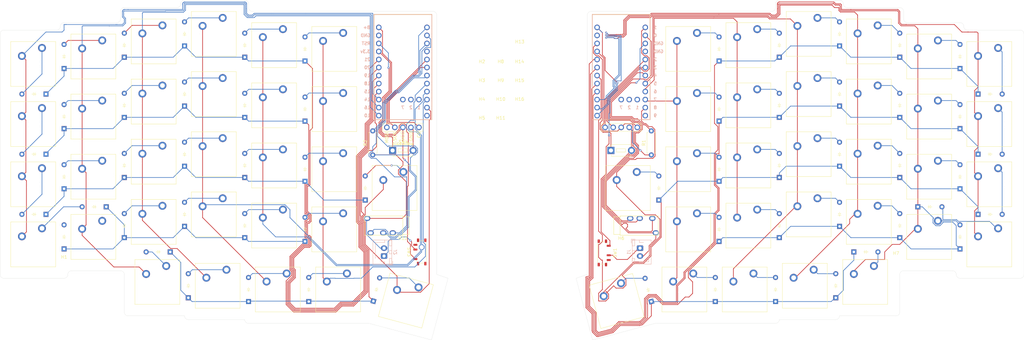
<source format=kicad_pcb>
(kicad_pcb (version 20241229) (generator "pcbnew") (generator_version "9.0")
  (layers (0 "F.Cu" signal) (2 "B.Cu" signal) (13 "F.Paste" user) (15 "B.Paste" user) (5 "F.SilkS" user "F.Silkscreen") (7 "B.SilkS" user "B.Silkscreen") (1 "F.Mask" user) (3 "B.Mask" user) (25 "Edge.Cuts" user))
  (net 0 "")
  (net 1 "Net-(D1-A)")
  (net 2 "row 0")
  (net 3 "Net-(D2-A)")
  (net 4 "Net-(D3-A)")
  (net 5 "Net-(D4-A)")
  (net 6 "Net-(D5-A)")
  (net 7 "Net-(D6-A)")
  (net 8 "row 1")
  (net 9 "Net-(D7-A)")
  (net 10 "Net-(D8-A)")
  (net 11 "Net-(D9-A)")
  (net 12 "Net-(D10-A)")
  (net 13 "Net-(D11-A)")
  (net 14 "Net-(D12-A)")
  (net 15 "Net-(D13-A)")
  (net 16 "row 2")
  (net 17 "Net-(D14-A)")
  (net 18 "Net-(D15-A)")
  (net 19 "Net-(D16-A)")
  (net 20 "Net-(D17-A)")
  (net 21 "Net-(D18-A)")
  (net 22 "Net-(D19-A)")
  (net 23 "row 3")
  (net 24 "Net-(D20-A)")
  (net 25 "Net-(D21-A)")
  (net 26 "Net-(D22-A)")
  (net 27 "Net-(D23-A)")
  (net 28 "Net-(D24-A)")
  (net 29 "Net-(D25-A)")
  (net 30 "row 4")
  (net 31 "Net-(D26-A)")
  (net 32 "Net-(D27-A)")
  (net 33 "Net-(D28-A)")
  (net 34 "Net-(D29-A)")
  (net 35 "row 2.")
  (net 36 "Net-(D30-A)")
  (net 37 "row 4.")
  (net 38 "Net-(D31-A)")
  (net 39 "Net-(D32-A)")
  (net 40 "row 0.")
  (net 41 "row 1.")
  (net 42 "Net-(D33-A)")
  (net 43 "Net-(D34-A)")
  (net 44 "Net-(D35-A)")
  (net 45 "row 3.")
  (net 46 "Net-(D36-A)")
  (net 47 "Net-(D37-A)")
  (net 48 "Net-(D38-A)")
  (net 49 "Net-(D39-A)")
  (net 50 "Net-(D40-A)")
  (net 51 "Net-(D41-A)")
  (net 52 "Net-(D42-A)")
  (net 53 "Net-(D43-A)")
  (net 54 "Net-(D44-A)")
  (net 55 "Net-(D45-A)")
  (net 56 "Net-(D46-A)")
  (net 57 "Net-(D47-A)")
  (net 58 "Net-(D48-A)")
  (net 59 "Net-(D49-A)")
  (net 60 "Net-(D50-A)")
  (net 61 "Net-(D51-A)")
  (net 62 "Net-(D52-A)")
  (net 63 "Net-(D53-A)")
  (net 64 "Net-(D54-A)")
  (net 65 "Net-(D55-A)")
  (net 66 "Net-(D56-A)")
  (net 67 "Net-(D57-A)")
  (net 68 "Net-(D58-A)")
  (net 69 "sck")
  (net 70 "gnd")
  (net 71 "mosi")
  (net 72 "cs")
  (net 73 "vcc")
  (net 74 "cs.")
  (net 75 "mosi.")
  (net 76 "gnd.")
  (net 77 "vcc.")
  (net 78 "sck.")
  (net 79 "+")
  (net 80 "-.")
  (net 81 "+.")
  (net 82 "column 0")
  (net 83 "column 1")
  (net 84 "column 2")
  (net 85 "column 3")
  (net 86 "column 4")
  (net 87 "column 5")
  (net 88 "column -1")
  (net 89 "column 0.")
  (net 90 "column 1.")
  (net 91 "column 2.")
  (net 92 "column 3.")
  (net 93 "column 4.")
  (net 94 "column 5.")
  (net 95 "b+")
  (net 96 "column -1.")
  (net 97 "rst")
  (net 99 "20.")
  (net 100 "b+.")
  (net 101 "rst.")
  (net 110 "19")
  (net 111 "20")
  (net 115 "19.")
  (net 116 "-")
  (net 117 "Net-(D59-A)")
  (net 118 "Net-(D60-A)")
  (footprint "ScottoKeebs_MX:MX_PCB_1.00u" (layer "F.Cu") (at 69.05625 114.3)
    (property "Reference" "S49" (hide yes))
    (property "Value" "Keyswitch" (hide yes))
  )
  (footprint "ScottoKeebs_MX:MX_PCB_1.00u" (layer "F.Cu") (at 236.934375 135.73125)
    (property "Reference" "S59" (hide yes))
    (property "Value" "Keyswitch" (hide yes))
  )
  (footprint "ScottoKeebs_MX:MX_PCB_1.00u" (layer "F.Cu") (at 50.00625 100.0125)
    (property "Reference" "S53" (hide yes))
    (property "Value" "Keyswitch" (hide yes))
  )
  (footprint "MountingHole:MountingHole_2.2mm_M2" (layer "F.Cu") (at 147.6375 122.634375)
    (property "Reference" "H12")
    (property "Value" "MountingHole")
  )
  (footprint "MountingHole:MountingHole_2.2mm_M2" (layer "F.Cu") (at 178.596875 66.68125)
    (property "Reference" "H8")
    (property "Value" "MountingHole")
  )
  (footprint "ScottoKeebs_MX:MX_PCB_1.00u" (layer "F.Cu") (at 257.175 58.340625)
    (property "Reference" "S2" (hide yes))
    (property "Value" "Keyswitch" (hide yes))
  )
  (footprint "ScottoKeebs_MX:MX_PCB_1.00u" (layer "F.Cu") (at 275.034375 134.540625)
    (property "Reference" "S27" (hide yes))
    (property "Value" "Keyswitch" (hide yes))
  )
  (footprint "ScottoKeebs_Components:Diode_DO-35" (layer "F.Cu") (at 228.6 107.394375 90)
    (property "Reference" "D25" (hide yes))
    (property "Value" "Diode" (hide yes))
  )
  (footprint "ScottoKeebs_MX:MX_PCB_1.00u" (layer "F.Cu") (at 238.125 116.68125)
    (property "Reference" "S19" (hide yes))
    (property "Value" "Keyswitch" (hide yes))
  )
  (footprint "ScottoKeebs_MX:MX_PCB_1.00u" (layer "F.Cu") (at 108.346875 135.73125)
    (property "Reference" "S40" (hide yes))
    (property "Value" "Keyswitch" (hide yes))
  )
  (footprint "ScottoKeebs_MX:MX_PCB_1.00u" (layer "F.Cu") (at 88.10625 54.76875)
    (property "Reference" "S41" (hide yes))
    (property "Value" "Keyswitch" (hide yes))
  )
  (footprint "ScottoKeebs_MX:MX_PCB_1.00u" (layer "F.Cu") (at 30.95625 121.44375)
    (property "Reference" "S58" (hide yes))
    (property "Value" "Keyswitch" (hide yes))
  )
  (footprint "ScottoKeebs_Components:Diode_DO-35" (layer "F.Cu") (at 59.53125 62.150625 90)
    (property "Reference" "D46" (hide yes))
    (property "Value" "Diode" (hide yes))
  )
  (footprint "ScottoKeebs_MX:MX_PCB_1.00u" (layer "F.Cu") (at 30.95625 83.34375)
    (property "Reference" "S56" (hide yes))
    (property "Value" "Keyswitch" (hide yes))
  )
  (footprint "ScottoKeebs_Components:Diode_DO-35" (layer "F.Cu") (at 74.056875 123.825 180)
    (property "Reference" "D50" (hide yes))
    (property "Value" "Diode" (hide yes))
  )
  (footprint "MountingHole:MountingHole_2.2mm_M2" (layer "F.Cu") (at 172.646875 72.63125)
    (property "Reference" "H3")
    (property "Value" "MountingHole")
  )
  (footprint "ScottoKeebs_Components:TRRS_PJ-320A" (layer "F.Cu") (at 147.6375 115.490625 -90)
    (property "Reference" "U4")
    (property "Value" "TRRS")
  )
  (footprint "ScottoKeebs_MX:MX_PCB_1.00u" (layer "F.Cu") (at 89.296875 134.540625)
    (property "Reference" "S45" (hide yes))
    (property "Value" "Keyswitch" (hide yes))
  )
  (footprint "MountingHole:MountingHole_2.2mm_M2" (layer "F.Cu") (at 184.546875 66.68125)
    (property "Reference" "H14")
    (property "Value" "MountingHole")
  )
  (footprint "ScottoKeebs_Components:Diode_DO-35" (layer "F.Cu") (at 304.8 81.200625 90)
    (property "Reference" "D10" (hide yes))
    (property "Value" "Diode" (hide yes))
  )
  (footprint "ScottoKeebs_MX:MX_PCB_1.00u" (layer "F.Cu") (at 107.15625 96.440625)
    (property "Reference" "S38" (hide yes))
    (property "Value" "Keyswitch" (hide yes))
  )
  (footprint "ScottoKeebs_MX:MX_PCB_1.00u" (layer "F.Cu") (at 276.225 54.76875)
    (property "Reference" "S3" (hide yes))
    (property "Value" "Keyswitch" (hide yes))
  )
  (footprint "ScottoKeebs_Components:Diode_DO-35" (layer "F.Cu") (at 78.58125 96.67875 90)
    (property "Reference" "D43" (hide yes))
    (property "Value" "Diode" (hide yes))
  )
  (footprint "ScottoKeebs_MX:MX_PCB_1.00u" (layer "F.Cu") (at 69.05625 95.25)
    (property "Reference" "S48" (hide yes))
    (property "Value" "Keyswitch" (hide yes))
  )
  (footprint "ScottoKeebs_Components:Diode_DO-35" (layer "F.Cu") (at 323.85 103.8225 90)
    (property "Reference" "D17" (hide yes))
    (property "Value" "Diode" (hide yes))
  )
  (footprint "ScottoKeebs_Components:Diode_DO-35" (layer "F.Cu") (at 247.65 101.44125 90)
    (property "Reference" "D13" (hide yes))
    (property "Value" "Diode" (hide yes))
  )
  (footprint "ScottoKeebs_Components:Diode_DO-35" (layer "F.Cu") (at 116.68125 63.34125 90)
    (property "Reference" "D32" (hide yes))
    (property "Value" "Diode" (hide yes))
  )
  (footprint "ScottoKeebs_Components:Diode_DO-35" (layer "F.Cu") (at 290.274375 123.825)
    (property "Reference" "D26" (hide yes))
    (property "Value" "Diode" (hide yes))
  )
  (footprint "ScottoKeebs_Components:Diode_DO-35" (layer "F.Cu") (at 78.58125 77.62875 90)
    (property "Reference" "D42" (hide yes))
    (property "Value" "Diode" (hide yes))
  )
  (footprint "ScottoKeebs_MX:MX_PCB_1.00u" (layer "F.Cu") (at 50.00625 119.0625)
    (property "Reference" "S54" (hide yes))
    (property "Value" "Keyswitch" (hide yes))
  )
  (footprint "ScottoKeebs_MX:MX_PCB_1.00u" (layer "F.Cu") (at 107.15625 115.490625)
    (property "Reference" "S39" (hide yes))
    (property "Value" "Keyswitch" (hide yes))
  )
  (footprint "ScottoKeebs_Components:Diode_DO-35" (layer "F.Cu") (at 226.21875 139.54125 105)
    (property "Reference" "D29" (hide yes))
    (property "Value" "Diode" (hide yes))
  )
  (footprint "ScottoKeebs_MX:MX_PCB_1.00u" (layer "F.Cu") (at 314.325 61.9125)
    (property "Reference" "S5" (hide yes))
    (property "Value" "Keyswitch" (hide yes))
  )
  (footprint "ScottoKeebs_Components:Diode_DO-35" (layer "F.Cu") (at 247.65 120.49125 90)
    (property "Reference" "D19" (hide yes))
    (property "Value" "Diode" (hide yes))
  )
  (footprint "ScottoKeebs_Components:Button_MJTP1243" (layer "F.Cu") (at 213.44375 91.678125)
    (property "Reference" "SW2" (hide yes))
    (property "Value" "Switch")
  )
  (footprint "Resistor_THT:R_Axial_DIN0207_L6.3mm_D2.5mm_P7.62mm_Horizontal" (layer "F.Cu") (at 138.1125 93.106875 90)
    (property "Reference" "R2")
    (property "Value" "Resistor")
  )
  (footprint "ScottoKeebs_MX:MX_PCB_1.00u" (layer "F.Cu") (at 88.10625 73.81875)
    (property "Reference" "S42" (hide yes))
    (property "Value" "Keyswitch" (hide yes))
  )
  (footprint "ScottoKeebs_Components:Diode_DO-35" (layer "F.Cu") (at 266.7 81.200625 90)
    (property "Reference" "D8" (hide yes))
    (property "Value" "Diode" (hide yes))
  )
  (footprint "ScottoKeebs_Components:Diode_DO-35" (layer "F.Cu") (at 138.317025 139.411428 75)
    (property "Reference" "D31" (hide yes))
    (property "Value" "Diode" (hide yes))
  )
  (footprint "ScottoKeebs_Components:Diode_DO-35" (layer "F.Cu") (at 59.53125 100.250625 90)
    (property "Reference" "D48" (hide yes))
    (property "Value" "Diode" (hide yes))
  )
  (footprint "ScottoKeebs_Components:Diode_DO-35" (layer "F.Cu") (at 323.85 65.7225 90)
    (property "Reference" "D5" (hide yes))
    (property "Value" "Diode" (hide yes))
  )
  (footprint "ScottoKeebs_Components:Diode_DO-35" (layer "F.Cu") (at 97.63125 100.250625 90)
    (property "Reference" "D38" (hide yes))
    (property "Value" "Diode" (hide yes))
  )
  (footprint "ScottoKeebs_MX:MX_PCB_1.00u" (layer "F.Cu") (at 69.05625 57.15)
    (property "Reference" "S46" (hide yes))
    (property "Value" "Keyswitch" (hide yes))
  )
  (footprint "ScottoKeebs_MX:MX_PCB_1.00u" (layer "F.Cu") (at 333.375 83.34375)
    (property "Reference" "S12" (hide yes))
    (property "Value" "Keyswitch" (hide yes))
  )
  (footprint "ScottoKeebs_Components:Diode_DO-35" (layer "F.Cu") (at 40.48125 122.8725 90)
    (property "Reference" "D54" (hide yes))
    (property "Value" "Diode" (hide yes))
  )
  (footprint "ScottoKeebs_Components:Diode_DO-35" (layer "F.Cu") (at 34.76625 92.86875 180)
    (property "Reference" "D56" (hide yes))
    (property "Value" "Diode" (hide yes))
  )
  (footprint "ScottoKeebs_Components:Switch_MSK12C02" (layer "F.Cu") (at 153.590625 123.825 -90)
    (property "Reference" "SW3")
    (property "Value" "Switch")
  )
  (footprint "ScottoKeebs_Components:Diode_DO-35" (layer "F.Cu") (at 117.871875 139.54125 90)
    (property "Reference" "D60" (hide yes))
    (property "Value" "Diode" (hide yes))
  )
  (footprint "ScottoKeebs_MX:MX_PCB_1.00u" (layer "F.Cu") (at 88.10625 111.91875)
    (property "Reference" "S44" (hide yes))
    (property "Value" "Keyswitch" (hide yes))
  )
  (footprint "MountingHole:MountingHole_2.2mm_M2" (layer "F.Cu") (at 216.69375 122.634375)
    (property "Reference" "H6")
    (property "Value" "MountingHole")
  )
  (footprint "ScottoKeebs_MX:MX_PCB_1.00u" (layer "F.Cu") (at 257.175 115.490625)
    (property "Reference" "S20" (hide yes))
    (property "Value" "Keyswitch" (hide yes))
  )
  (footprint "ScottoKeebs_Components:Diode_DO-35" (layer "F.Cu") (at 59.53125 119.300625 90)
    (property "Reference" "D49" (hide yes))
    (property "Value" "Diode" (hide yes))
  )
  (footprint "ScottoKeebs_MX:MX_PCB_1.00u" (layer "F.Cu") (at 333.375 121.44375)
    (property "Reference" "S24" (hide yes))
    (property "Value" "Keyswitch" (hide yes))
  )
  (footprint "MountingHole:MountingHole_2.2mm_M2" (layer "F.Cu") (at 178.596875 78.58125)
    (property "Reference" "H10")
    (property "Value" "MountingHole")
  )
  (footprint "ScottoKeebs_MX:MX_PCB_1.00u" (layer "F.Cu") (at 126.20625 97.63125)
    (property "Reference" "S34" (hide yes))
    (property "Value" "Keyswitch" (hide yes))
  )
  (footprint "ScottoKeebs_Components:Diode_DO-35" (layer "F.Cu") (at 329.565 111.91875)
    (property "Reference" "D18" (hide yes))
    (property "Value" "Diode" (hide yes))
  )
  (footprint "ScottoKeebs_Components:Diode_DO-35" (layer "F.Cu") (at 285.75 115.72875 90)
    (property "Reference" "D21" (hide yes))
    (property "Value" "Diode" (hide yes))
  )
  (footprint "nice view:nice_view" (layer "F.Cu") (at 147.6375 67.865625)
    (property "Reference" "Display2")
    (property "Value" "nice!view")
  )
  (footprint "ScottoKeebs_MX:MX_PCB_1.00u" (layer "F.Cu") (at 238.125 78.58125)
    (property "Reference" "S7" (hide yes))
    (property "Value" "Keyswitch" (hide yes))
  )
  (footprint "ScottoKeebs_Components:Diode_DO-35" (layer "F.Cu") (at 78.58125 115.72875 90)
    (property "Reference" "D44" (hide yes))
    (property "Value" "Diode" (hide yes))
  )
  (footprint "ScottoKeebs_MX:MX_PCB_1.00u" (layer "F.Cu") (at 255.984375 135.73125)
    (property "Reference" "S28" (hide yes))
    (property "Value" "Keyswitch" (hide yes))
  )
  (footprint "ScottoKeebs_MX:MX_PCB_1.00u" (layer "F.Cu") (at 295.275 76.2)
    (property "Reference" "S10" (hide yes))
    (property "Value" "Keyswitch" (hide yes))
  )
  (footprint "MountingHole:MountingHole_2.2mm_M2" (layer "F.Cu") (at 184.546875 78.58125)
    (property "Reference" "H16")
    (property "Value" "MountingHole")
  )
  (footprint "MountingHole:MountingHole_2.2mm_M2" (layer "F.Cu") (at 172.646875 84.53125)
    (property "Reference" "H5")
    (property "Value" "MountingHole")
  )
  (footprint "ScottoKeebs_Components:Diode_DO-35" (layer "F.Cu") (at 97.63125 81.200625 90)
    (property "Reference" "D37" (hide yes))
    (property "Value" "Diode" (hide yes))
  )
  (footprint "ScottoKeebs_MX:MX_PCB_1.00u" (layer "F.Cu") (at 145.25625 103.584375)
    (property "Reference" "S30" (hide yes))
    (property "Value" "Keyswitch" (hide yes))
  )
  (footprint "MountingHole:MountingHole_2.2mm_M2" (layer "F.Cu") (at 184.546875 72.63125)
    (property "Reference" "H15")
    (property "Value" "MountingHole")
  )
  (footprint "ScottoKeebs_MX:MX_PCB_1.00u" (layer "F.Cu") (at 107.15625 58.340625)
    (property "Reference" "S36" (hide yes))
    (property "Value" "Keyswitch" (hide yes))
  )
  (footprint "ScottoKeebs_Components:Diode_DO-35" (layer "F.Cu") (at 135.73125 107.394375 90)
    (property "Reference" "D30" (hide yes))
    (property "Value" "Diode" (hide yes))
  )
  (footprint "ScottoKeebs_MX:MX_PCB_1.00u" (layer "F.Cu") (at 126.20625 59.53125)
    (property "Reference" "S32" (hide yes))
    (property "Value" "Keyswitch" (hide yes))
  )
  (footprint "ScottoKeebs_MX:MX_PCB_1.00u" (layer "F.Cu") (at 215.503125 139.303125 15)
    (property "Reference" "S29" (hide yes))
    (property "Value" "Keyswitch" (hide yes))
  )
  (footprint "ScottoKeebs_MX:MX_PCB_1.00u" (layer "F.Cu") (at 88.10625 92.86875)
    (property "Reference" "S43" (hide yes))
    (property "Value" "Keyswitch" (hide yes))
  )
  (footprint "ScottoKeebs_Components:Diode_DO-35" (layer "F.Cu") (at 247.65 63.34125 90)
    (property "Reference" "D1" (hide yes))
    (property "Value" "Diode" (hide yes))
  )
  (footprint "ScottoKeebs_MX:MX_PCB_1.00u" (layer "F.Cu") (at 333.375 64.29375)
    (property "Reference" "S6" (hide yes))
    (property "Value" "Keyswitch" (hide yes))
  )
  (footprint "ScottoKeebs_Components:TRRS_PJ-320A" (layer "F.Cu") (at 216.34375 115.490625 90)
    (property "Reference" "U3")
    (property "Value" "TRRS")
  )
  (footprint "ScottoKeebs_Components:Diode_DO-35" (layer "F.Cu") (at 247.65 82.39125 90)
    (property "Reference" "D7" (hide yes))
    (property "Value" "Diode" (hide yes))
  )
  (footprint "ScottoKeebs_Components:Diode_DO-35" (layer "F.Cu") (at 40.48125 103.8225 90)
    (property "Reference" "D53" (hide yes))
    (property "Value" "Diode" (hide yes))
  )
  (footprint "ScottoKeebs_MCU:Nice_Nano_V2_Flipped" (layer "F.Cu") (at 216.69375 66.675)
    (property "Reference" "U2" (hide yes))
    (property "Value" "Nice_Nano_V2" (hide yes))
  )
  (footprint "ScottoKeebs_Components:Diode_DO-35" (layer "F.Cu") (at 116.68125 120.49125 90)
    (property "Reference" "D35" (hide yes))
    (property "Value" "Diode" (hide yes))
  )
  (footprint "ScottoKeebs_Components:Diode_DO-35" (layer "F.Cu") (at 34.76625 111.91875 180)
    (property "Reference" "D57" (hide yes))
    (property "Value" "Diode" (hide yes))
  )
  (footprint "ScottoKeebs_Components:Diode_DO-35" (layer "F.Cu") (at 285.75 58.57875 90)
    (property "Reference" "D3" (hide yes))
    (property "Value" "Diode" (hide yes))
  )
  (footprint "ScottoKeebs_MX:MX_PCB_1.00u" (layer "F.Cu") (at 238.125 97.63125)
    (property "Reference" "S13" (hide yes))
    (property "Value" "Keyswitch" (hide yes))
  )
  (footprint "ScottoKeebs_MX:MX_PCB_1.00u" (layer "F.Cu") (at 30.95625 102.39375)
    (property "Reference" "S57" (hide yes))
    (property "Value" "Keyswitch" (hide yes))
  )
  (footprint "MountingHole:MountingHole_2.2mm_M2" (layer "F.Cu") (at 40.48125 128.5875)
    (property "Reference" "H1")
    (property "Value" "MountingHole")
  )
  (footprint "ScottoKeebs_Components:Diode_DO-35" (layer "F.Cu") (at 284.559375 138.350625 90)
    (property "Reference" "D27" (hide yes))
    (property "Value" "Diode" (hide yes))
  )
  (footprint "ScottoKeebs_MX:MX_PCB_1.00u" (layer "F.Cu") (at 238.125 59.53125)
    (property "Reference" "S1" (hide yes))
    (property "Value" "Keyswitch" (hide yes))
  )
  (footprint "MountingHole:MountingHole_2.2mm_M2" (layer "F.Cu") (at 303.609375 127.396875)
    (property "Reference" "H7")
    (property "Value" "MountingHole")
  )
  (footprint "ScottoKeebs_MX:MX_PCB_1.00u" (layer "F.Cu") (at 257.175 96.440625)
    (property "Reference" "S14" (hide yes))
    (property "Value" "Keyswitch" (hide yes))
  )
  (footprint "ScottoKeebs_Components:Button_MJTP1243" (layer "F.Cu") (at 144.3875 91.678125)
    (property "Reference" "SW4")
    (property "Value" "Switch")
  )
  (footprint "ScottoKeebs_MX:MX_PCB_1.00u" (layer "F.Cu") (at 295.275 57.15)
    (property "Reference" "S4" (hide yes))
    (property "Value" "Keyswitch" (hide yes))
  )
  (footprint "ScottoKeebs_MX:MX_PCB_1.00u" (layer "F.Cu") (at 314.325 119.0625)
    (property "Reference" "S23" (hide yes))
    (property "Value" "Keyswitch" (hide yes))
  )
  (footprint "ScottoKeebs_Components:Diode_DO-35" (layer "F.Cu") (at 304.8 62.150625 90)
    (property "Reference" "D4" (hide yes))
    (property "Value" "Diode" (hide yes))
  )
  (footprint "ScottoKeebs_Components:Switch_MSK12C02" (layer "F.Cu") (at 210.740625 124.134375 90)
    (property "Reference" "SW1")
    (property "Value" "Switch")
  )
  (footprint "ScottoKeebs_Components:Diode_DO-35" (layer "F.Cu") (at 97.63125 119.300625 90)
    (property "Reference" "D39" (hide yes))
    (property "Value" "Diode" (hide yes))
  )
  (footprint "ScottoKeebs_Components:Diode_DO-35" (layer "F.Cu") (at 266.7 62.150625 90)
    (property "Reference" "D2" (hide yes))
    (property "Value" "Diode" (hide yes))
  )
  (footprint "ScottoKeebs_MX:MX_PCB_1.00u" (layer "F.Cu") (at 30.95625 64.29375)
    (property "Reference" "S55" (hide yes))
    (property "Value" "Keyswitch" (hide yes))
  )
  (footprint "ScottoKeebs_MX:MX_PCB_1.00u" (layer "F.Cu") (at 107.15625 77.390625)
    (property "Reference" "S37" (hide yes))
    (property "Value" "Keyswitch" (hide yes))
  )
  (footprint "ScottoKeebs_Components:Diode_DO-35" (layer "F.Cu") (at 304.8 100.250625 90)
    (property "Reference" "D16" (hide yes))
    (property "Value" "Diode" (hide yes))
  )
  (footprint "ScottoKeebs_MX:MX_PCB_1.00u" (layer "F.Cu") (at 126.20625 78.58125)
    (property "Reference" "S33" (hide yes))
    (property "Value" "Keyswitch" (hide yes))
  )
  (footprint "ScottoKeebs_Components:Diode_DO-35" (layer "F.Cu") (at 265.509375 139.54125 90)
    (property "Reference" "D28" (hide yes))
    (property "Value" "Diode" (hide yes))
  )
  (footprint "ScottoKeebs_MX:MX_PCB_1.00u" (layer "F.Cu") (at 276.225 73.81875)
    (property "Reference" "S9" (hide yes))
    (property "Value" "Keyswitch" (hide yes))
  )
  (footprint "Resistor_THT:R_Axial_DIN0207_L6.3mm_D2.5mm_P7.62mm_Horizontal" (layer "F.Cu") (at 226.21875 93.106875 90)
    (property "Reference" "R1")
    (property "Value" "Resistor")
  )
  (footprint "ScottoKeebs_MX:MX_PCB_1.00u" (layer "F.Cu") (at 148.828125 139.303125 -15)
    (property "Reference" "S31" (hide yes))
    (property "Value" "Keyswitch" (hide yes))
  )
  (footprint "ScottoKeebs_Components:Diode_DO-35" (layer "F.Cu") (at 97.63125 62.150625 90)
    (property "Reference" "D36" (hide yes))
    (property "Value" "Diode" (hide yes))
  )
  (footprint "ScottoKeebs_MX:MX_PCB_1.00u" (layer "F.Cu") (at 276.225 111.91875)
    (property "Reference" "S21" (hide yes))
    (property "Value" "Keyswitch" (hide yes))
  )
  (footprint "ScottoKeebs_Components:Diode_DO-35" (layer "F.Cu") (at 40.48125 65.7225 90)
    (property "Reference" "D51" (hide yes))
    (property "Value" "Diode" (hide yes))
  )
  (footprint "MountingHole:MountingHole_2.2mm_M2" (layer "F.Cu") (at 178.596875 72.63125)
    (property "Reference" "H9")
    (property "Value" "MountingHole")
  )
  (footprint "ScottoKeebs_Components:Diode_DO-35" (layer "F.Cu") (at 53.81625 109.5375 180)
    (property "Reference" "D58" (hide yes))
    (property "Value" "Diode" (hide yes))
  )
  (footprint "ScottoKeebs_MX:MX_PCB_1.00u" (layer "F.Cu") (at 70.246875 133.35)
    (property "Reference" "S50" (hide yes))
    (property "Value" "Keyswitch" (hide yes))
  )
  (footprint "ScottoKeebs_MX:MX_PCB_1.00u" (layer "F.Cu") (at 50.00625 80.9625)
    (property "Reference" "S52" (hide yes))
    (property "Value" "Keyswitch" (hide yes))
  )
  (footprint "ScottoKeebs_Components:Diode_DO-35" (layer "F.Cu") (at 323.85 84.7725 90)
    (property "Reference" "D11" (hide yes))
    (property "Value" "Diode" (hide yes))
  )
  (footprint "ScottoKeebs_Components:Diode_DO-35" (layer "F.Cu") (at 285.75 77.62875 90)
    (property "Reference" "D9" (hide yes))
    (property "Value" "Diode" (hide yes))
  )
  (footprint "ScottoKeebs_Components:Diode_DO-35" (layer "F.Cu") (at 285.75 96.67875 90)
    (property "Reference" "D15" (hide yes))
    (property "Value" "Diode" (hide yes))
  )
  (footprint "ScottoKeebs_MX:MX_PCB_1.00u" (layer "F.Cu") (at 126.20625 116.68125)
    (property "Reference" "S35" (hide yes))
    (property "Value" "Keyswitch" (hide yes))
  )
  (footprint "nice view:nice_view" (layer "F.Cu") (at 216.69375 67.865625)
    (property "Reference" "Display1")
    (property "Value" "nice!view" (hide yes))
  )
  (footprint "ScottoKeebs_Components:Diode_DO-35" (layer "F.Cu") (at 329.565 73.81875)
    (property "Reference" "D6" (hide yes))
    (property "Value" "Diode" (hide yes))
  )
  (footprint "ScottoKeebs_MX:MX_PCB_1.00u" (layer "F.Cu") (at 50.00625 61.9125)
    (property "Reference" "S51" (hide yes))
    (property "Value" "Keyswitch" (hide yes))
  )
  (footprint "ScottoKeebs_MX:MX_PCB_1.00u" (layer "F.Cu") (at 276.225 92.86875)
    (property "Reference" "S15" (hide yes))
    (property "Value" "Keyswitch" (hide yes))
  )
  (footprint "MountingHole:MountingHole_2.2mm_M2" (layer "F.Cu") (at 172.646875 66.68125)
    (property "Reference" "H2")
    (property "Value" "MountingHole")
  )
  (footprint "ScottoKeebs_MCU:Nice_Nano_V2_Flipped" (layer "F.Cu") (at 147.6375 66.675)
    (property "Reference" "U1" (hide yes))
    (property "Value" "Nice_Nano_V2" (hide yes))
  )
  (footprint "ScottoKeebs_Components:Diode_DO-35" (layer "F.Cu") (at 266.7 100.250625 90)
    (property "Reference" "D14" (hide yes))
    (property "Value" "Diode" (hide yes))
  )
  (footprint "ScottoKeebs_Components:Diode_DO-35" (layer "F.Cu") (at 329.565 92.86875)
    (property "Reference" "D12" (hide yes))
    (property "Value" "Diode" (hide yes))
  )
  (footprint "MountingHole:MountingHole_2.2mm_M2" (layer "F.Cu") (at 178.596875 84.53125)
    (property "Reference" "H11")
    (property "Value" "MountingHole")
  )
  (footprint "MountingHole:MountingHole_2.2mm_M2" (layer "F.Cu") (at 184.6 60.3875)
    (property "Reference" "H13")
    (property "Value" "MountingHole")
  )
  (footprint "ScottoKeebs_MX:MX_PCB_1.00u" (layer "F.Cu") (at 314.325 80.9625)
    (property "Reference" "S11" (hide yes))
    (property "Value" "Keyswitch" (hide yes))
  )
  (footprint "ScottoKeebs_Components:Diode_DO-35" (layer "F.Cu") (at 79.771875 138.350625 90)
    (property "Reference" "D45" (hide yes))
    (property "Value" "Diode" (hide yes))
  )
  (footprint "ScottoKeebs_Components:Diode_DO-35" (layer "F.Cu") (at 116.68125 101.44125 90)
    (property "Reference" "D34" (hide yes))
    (property "Value" "Diode" (hide yes))
  )
  (footprint "ScottoKeebs_Components:Diode_DO-35" (layer "F.Cu") (at 59.53125 81.200625 90)
    (property "Reference" "D47" (hide yes))
    (property "Value" "Diode" (hide yes))
  )
  (footprint "ScottoKeebs_MX:MX_PCB_1.00u" (layer "F.Cu") (at 333.375 102.39375)
    (property "Reference" "S18" (hide yes))
    (property "Value" "Keyswitch" (hide yes))
  )
  (footprint "ScottoKeebs_Components:Diode_DO-35" (layer "F.Cu") (at 116.68125 82.39125 90)
    (property "Reference" "D33" (hide yes))
    (property "Value" "Diode" (hide yes))
  )
  (footprint "ScottoKeebs_MX:MX_PCB_1.00u" (layer "F.Cu") (at 257.175 77.390625)
    (property "Reference" "S8" (hide yes))
    (property "Value" "Keyswitch" (hide yes))
  )
  (footprint "ScottoKeebs_Components:Diode_DO-35" (layer "F.Cu") (at 246.459375 139.54125 90)
    (property "Reference" "D59" (hide yes))
    (property "Value" "Diode" (hide yes))
  )
  (footprint "ScottoKeebs_Components:Diode_DO-35" (layer "F.Cu") (at 266.7 119.300625 90)
    (property "Reference" "D20" (hide yes))
    (property "Value" "Diode" (hide yes))
  )
  (footprint "ScottoKeebs_Components:Diode_DO-35" (layer "F.Cu") (at 323.85 122.8725 90)
    (property "Reference" "D23" (hide yes))
    (property "Value" "Diode" (hide yes))
  )
  (footprint "ScottoKeebs_MX:MX_PCB_1.00u" (layer "F.Cu") (at 294.084375 133.35)
    (property "Reference" "S26" (hide yes))
    (property "Value" "Keyswitch" (hide yes))
  )
  (footprint "ScottoKeebs_MX:MX_PCB_1.00u" (layer "F.Cu") (at 219.075 103.584375)
    (property "Reference" "S25" (hide yes))
    (property "Value" "Keyswitch" (hide yes))
  )
  (footprint "ScottoKeebs_MX:MX_PCB_1.00u" (layer "F.Cu") (at 69.05625 76.2)
    (property "Reference" "S47" (hide yes))
    (property "Value" "Keyswitch" (hide yes))
  )
  (footprint "MountingHole:MountingHole_2.2mm_M2" (layer "F.Cu") (at 172.646875 78.58125)
    (property "Reference" "H4")
    (property "Value" "MountingHole")
  )
  (footprint "ScottoKeebs_Components:Diode_DO-35" (layer "F.Cu") (at 40.48125 84.7725 90)
    (property "Reference" "D52" (hide yes))
    (property "Value" "Diode" (hide yes))
  )
  (footprint "ScottoKeebs_Components:Diode_DO-35" (layer "F.Cu") (at 304.8 119.300625 90)
    (property "Reference" "D22" (hide yes))
    (property "Value" "Diode" (hide yes))
  )
  (footprint "ScottoKeebs_MX:MX_PCB_1.00u" (layer "F.Cu") (at 127.396875 135.73125)
    (property "Reference" "S60" (hide yes))
    (property "Value" "Keyswitch" (hide yes))
  )
  (footprint "ScottoKeebs_Components:Diode_DO-35" (layer "F.Cu") (at 98.821875 139.54125 90)
    (property "Reference" "D40" (hide yes))
    (property "Value" "Diode" (hide yes))
  )
  (footprint "ScottoKeebs_Components:Diode_DO-35" (layer "F.Cu") (at 34.76625 73.81875 180)
    (property "Reference" "D55" (hide yes))
    (property "Value" "Diode" (hide yes))
  )
  (footprint "ScottoKeebs_MX:MX_PCB_1.00u" (layer "F.Cu") (at 314.325 100.0125)
    (property "Reference" "S17" (hide yes))
    (property "Value" "Keyswitch" (hide yes))
  )
  (footprint "ScottoKeebs_MX:MX_PCB_1.00u" (layer "F.Cu") (at 295.275 95.25)
    (property "Reference" "S16" (hide yes))
    (property "Value" "Keyswitch" (hide yes))
  )
  (footprint "ScottoKeebs_Components:Diode_DO-35" (layer "F.Cu") (at 78.58125 58.57875 90)
    (property "Reference" "D41" (hide yes))
    (property "Value" "Diode" (hide yes))
  )
  (footprint "ScottoKeebs_Components:Diode_DO-35" (layer "F.Cu") (at 310.515 109.5375)
    (property "Reference" "D24" (hide yes))
    (property "Value" "Diode" (hide yes))
  )
  (footprint "ScottoKeebs_MX:MX_PCB_1.00u" (layer "F.Cu") (at 295.275 114.3)
    (property "Reference" "S22" (hide yes))
    (property "Value" "Keyswitch" (hide yes))
  )
  (footprint "Connector_JST:JST_XH_B2B-XH-AM_1x02_P2.50mm_Vertical" (layer "B.Cu") (at 141.684375 125.134375 90)
    (property "Reference" "J2")
    (property "Value" "Conn_01x02_Socket")
  )
  (footprint "Connector_JST:JST_XH_B2B-XH-AM_1x02_P2.50mm_Vertical" (layer "B.Cu") (at 222.646875 122.634375 -90)
    (property "Reference" "J1")
    (property "Value" "Conn_01x02_Socket")
  )
  (gr_line (start 116.68125 47.625) (end 157.1625 47.625) (stroke (width 0.05)) (layer "Edge.Cuts"))
  (gr_arc (start 98.821875 146.446875) (mid 97.979976 146.098149) (end 97.63125 145.25625) (stroke (width 0.05)) (layer "Edge.Cuts"))
  (gr_line (start 156.686341 151.710317) (end 136.921875 146.446875) (stroke (width 0.05)) (layer "Edge.Cuts"))
  (gr_arc (start 41.671875 130.96875) (mid 41.323156 131.810656) (end 40.48125 132.159375) (stroke (width 0.05)) (layer "Edge.Cuts"))
  (gr_line (start 40.48125 51.196825) (end 57.15 51.196825) (stroke (width 0.05)) (layer "Edge.Cuts"))
  (gr_line (start 156.686341 151.710317) (end 161.925 132.159375) (stroke (width 0.05)) (layer "Edge.Cuts"))
  (gr_line (start 265.509375 45.24375) (end 265.509375 46.434375) (stroke (width 0.05)) (layer "Edge.Cuts"))
  (gr_line (start 161.925 132.159375) (end 158.353125 130.96875) (stroke (width 0.05)) (layer "Edge.Cuts"))
  (gr_arc (start 97.63125 44.053125) (mid 98.473149 44.401851) (end 98.821875 45.24375) (stroke (width 0.05)) (layer "Edge.Cuts"))
  (gr_line (start 207.644909 151.710317) (end 202.40625 132.159375) (stroke (width 0.05)) (layer "Edge.Cuts"))
  (gr_arc (start 39.290625 52.376589) (mid 39.643172 51.541692) (end 40.48125 51.196825) (stroke (width 0.05)) (layer "Edge.Cuts"))
  (gr_line (start 266.7 145.25625) (end 284.559375 145.25625) (stroke (width 0.05)) (layer "Edge.Cuts"))
  (gr_arc (start 205.978125 48.815625) (mid 206.326851 47.973726) (end 207.16875 47.625) (stroke (width 0.05)) (layer "Edge.Cuts"))
  (gr_arc (start 285.75 44.053125) (mid 286.591899 44.401851) (end 286.940625 45.24375) (stroke (width 0.05)) (layer "Edge.Cuts"))
  (gr_arc (start 288.13125 46.434375) (mid 287.289351 46.085649) (end 286.940625 45.24375) (stroke (width 0.05)) (layer "Edge.Cuts"))
  (gr_arc (start 307.18125 51.196825) (mid 306.339386 50.848114) (end 305.990675 50.00625) (stroke (width 0.05)) (layer "Edge.Cuts"))
  (gr_arc (start 323.85 51.196825) (mid 324.688068 51.541717) (end 325.040625 52.376589) (stroke (width 0.05)) (layer "Edge.Cuts"))
  (gr_arc (start 285.75 144.065625) (mid 285.401274 144.907524) (end 284.559375 145.25625) (stroke (width 0.05)) (layer "Edge.Cuts"))
  (gr_arc (start 58.340625 47.625) (mid 58.689341 46.783076) (end 59.53125 46.434375) (stroke (width 0.05)) (layer "Edge.Cuts"))
  (gr_line (start 342.9 53.578125) (end 326.23125 53.578125) (stroke (width 0.05)) (layer "Edge.Cuts"))
  (gr_arc (start 100.0125 47.625) (mid 99.170601 47.276274) (end 98.821875 46.434375) (stroke (width 0.05)) (layer "Edge.Cuts"))
  (gr_line (start 304.8 142.875) (end 304.8 130.96875) (stroke (width 0.05)) (layer "Edge.Cuts"))
  (gr_line (start 136.921875 146.446875) (end 98.821875 146.446875) (stroke (width 0.05)) (layer "Edge.Cuts"))
  (gr_line (start 323.85 132.159375) (end 342.9 132.159375) (stroke (width 0.05)) (layer "Edge.Cuts"))
  (gr_line (start 247.65 47.625) (end 207.16875 47.625) (stroke (width 0.05)) (layer "Edge.Cuts"))
  (gr_line (start 202.40625 132.159375) (end 205.978125 130.96875) (stroke (width 0.05)) (layer "Edge.Cuts"))
  (gr_arc (start 265.509375 45.24375) (mid 265.858101 44.401851) (end 266.7 44.053125) (stroke (width 0.05)) (layer "Edge.Cuts"))
  (gr_line (start 205.978125 48.815625) (end 205.978125 130.96875) (stroke (width 0.05)) (layer "Edge.Cuts"))
  (gr_line (start 97.63125 145.25625) (end 79.771875 145.25625) (stroke (width 0.05)) (layer "Edge.Cuts"))
  (gr_arc (start 323.85 132.159375) (mid 323.008101 131.810649) (end 322.659375 130.96875) (stroke (width 0.05)) (layer "Edge.Cuts"))
  (gr_arc (start 326.23125 53.578125) (mid 325.389351 53.229399) (end 325.040625 52.3875) (stroke (width 0.05)) (layer "Edge.Cuts"))
  (gr_line (start 285.75 44.053125) (end 266.7 44.053175) (stroke (width 0.05)) (layer "Edge.Cuts"))
  (gr_line (start 59.53125 46.434375) (end 76.2 46.434375) (stroke (width 0.05)) (layer "Edge.Cuts"))
  (gr_arc (start 157.1625 47.625) (mid 158.004399 47.973726) (end 158.353125 48.815625) (stroke (width 0.05)) (layer "Edge.Cuts"))
  (gr_arc (start 265.509375 46.434375) (mid 265.160649 47.276274) (end 264.31875 47.625) (stroke (width 0.05)) (layer "Edge.Cuts"))
  (gr_arc (start 58.340575 50.00625) (mid 57.991874 50.848139) (end 57.15 51.196825) (stroke (width 0.05)) (layer "Edge.Cuts"))
  (gr_arc (start 39.290625 52.3875) (mid 38.941892 53.229392) (end 38.1 53.578125) (stroke (width 0.05)) (layer "Edge.Cuts"))
  (gr_line (start 305.990675 50.0062) (end 305.990625 47.625) (stroke (width 0.05)) (layer "Edge.Cuts"))
  (gr_line (start 304.8 46.434375) (end 288.13125 46.434375) (stroke (width 0.05)) (layer "Edge.Cuts"))
  (gr_arc (start 20.240625 54.76875) (mid 20.589358 53.926858) (end 21.43125 53.578125) (stroke (width 0.05)) (layer "Edge.Cuts"))
  (gr_arc (start 77.390625 45.24375) (mid 77.041909 46.085674) (end 76.2 46.434375) (stroke (width 0.05)) (layer "Edge.Cuts"))
  (gr_line (start 21.43125 53.578125) (end 38.1 53.578125) (stroke (width 0.05)) (layer "Edge.Cuts"))
  (gr_arc (start 60.721875 144.065625) (mid 59.879967 143.716901) (end 59.53125 142.875) (stroke (width 0.05)) (layer "Edge.Cuts"))
  (gr_arc (start 304.8 142.875) (mid 304.451274 143.716899) (end 303.609375 144.065625) (stroke (width 0.05)) (layer "Edge.Cuts"))
  (gr_arc (start 21.43125 132.159375) (mid 20.589376 131.810639) (end 20.240625 130.96875) (stroke (width 0.05)) (layer "Edge.Cuts"))
  (gr_line (start 40.48125 132.159375) (end 21.43125 132.159375) (stroke (width 0.05)) (layer "Edge.Cuts"))
  (gr_arc (start 58.340625 129.778125) (mid 59.182501 130.126867) (end 59.53125 130.96875) (stroke (width 0.05)) (layer "Edge.Cuts"))
  (gr_line (start 78.58125 44.053125) (end 97.63125 44.053175) (stroke (width 0.05)) (layer "Edge.Cuts"))
  (gr_line (start 78.581251 144.065625) (end 60.721875 144.065625) (stroke (width 0.05)) (layer "Edge.Cuts"))
  (gr_arc (start 304.8 46.434375) (mid 305.641899 46.783101) (end 305.990625 47.625) (stroke (width 0.05)) (layer "Edge.Cuts"))
  (gr_arc (start 266.7 145.25625) (mid 266.351274 146.098149) (end 265.509375 146.446875) (stroke (width 0.05)) (layer "Edge.Cuts"))
  (gr_arc (start 321.46875 129.778125) (mid 322.310649 130.126851) (end 322.659375 130.96875) (stroke (width 0.05)) (layer "Edge.Cuts"))
  (gr_arc (start 79.771875 145.25625) (mid 78.929976 144.907524) (end 78.58125 144.065625) (stroke (width 0.05)) (layer "Edge.Cuts"))
  (gr_line (start 58.332935 129.778125) (end 42.8625 129.778125) (stroke (width 0.05)) (layer "Edge.Cuts"))
  (gr_line (start 264.31875 47.624974) (end 247.65 47.625) (stroke (width 0.05)) (layer "Edge.Cuts"))
  (gr_line (start 227.409375 146.446875) (end 265.509375 146.446875) (stroke (width 0.05)) (layer "Edge.Cuts"))
  (gr_line (start 98.821875 45.24375) (end 98.821875 46.434375) (stroke (width 0.05)) (layer "Edge.Cuts"))
  (gr_line (start 58.340575 50.0062) (end 58.340625 47.625) (stroke (width 0.05)) (layer "Edge.Cuts"))
  (gr_line (start 59.53125 142.875) (end 59.53125 130.96875) (stroke (width 0.05)) (layer "Edge.Cuts"))
  (gr_line (start 20.240625 130.96875) (end 20.240625 54.76875) (stroke (width 0.05)) (layer "Edge.Cuts"))
  (gr_line (start 158.353125 48.815625) (end 158.353125 130.96875) (stroke (width 0.05)) (layer "Edge.Cuts"))
  (gr_line (start 285.749999 144.065625) (end 303.609375 144.065625) (stroke (width 0.05)) (layer "Edge.Cuts"))
  (gr_arc (start 342.9 53.578125) (mid 343.741899 53.926851) (end 344.090625 54.76875) (stroke (width 0.05)) (layer "Edge.Cuts"))
  (gr_arc (start 344.090625 130.96875) (mid 343.741899 131.810649) (end 342.9 132.159375) (stroke (width 0.05)) (layer "Edge.Cuts"))
  (gr_line (start 344.090625 130.96875) (end 344.090625 54.76875) (stroke (width 0.05)) (layer "Edge.Cuts"))
  (gr_arc (start 77.390625 45.24375) (mid 77.739358 44.401858) (end 78.58125 44.053125) (stroke (width 0.05)) (layer "Edge.Cuts"))
  (gr_line (start 323.85 51.196825) (end 307.18125 51.196825) (stroke (width 0.05)) (layer "Edge.Cuts"))
  (gr_arc (start 41.671875 130.96875) (mid 42.020611 130.126876) (end 42.8625 129.778125) (stroke (width 0.05)) (layer "Edge.Cuts"))
  (gr_arc (start 304.8 130.96875) (mid 305.148726 130.126851) (end 305.990625 129.778125) (stroke (width 0.05)) (layer "Edge.Cuts"))
  (gr_line (start 207.644909 151.710317) (end 227.409375 146.446875) (stroke (width 0.05)) (layer "Edge.Cuts"))
  (gr_line (start 100.0125 47.624974) (end 116.68125 47.625) (stroke (width 0.05)) (layer "Edge.Cuts"))
  (gr_line (start 305.998315 129.778125) (end 321.46875 129.778125) (stroke (width 0.05)) (layer "Edge.Cuts"))
  (segment (start 240.665 54.45125) (end 246.38 54.45125) (width 0.2) (layer "B.Cu") (net 1))
  (segment (start 246.38 54.45125) (end 247.65 55.72125) (width 0.2) (layer "B.Cu") (net 1))
  (segment (start 222.548737 145.874428) (end 215.920696 145.874428) (width 0.2) (layer "F.Cu") (net 2))
  (segment (start 247.249 103.750475) (end 247.249 110.562025) (width 0.2) (layer "F.Cu") (net 2))
  (segment (start 246.058375 111.75265) (end 246.058375 120.71055) (width 0.2) (layer "F.Cu") (net 2))
  (segment (start 208.760375 143.017623) (end 206.730535 140.987783) (width 0.2) (layer "F.Cu") (net 2))
  (segment (start 207.782125 74.316625) (end 209.07375 73.025) (width 0.2) (layer "F.Cu") (net 2))
  (segment (start 222.689784 145.836866) (end 222.548737 145.874428) (width 0.2) (layer "F.Cu") (net 2))
  (segment (start 207.782125 132.056675) (end 207.782125 74.316625) (width 0.2) (layer "F.Cu") (net 2))
  (segment (start 210.492021 149.085231) (end 210.483519 149.085231) (width 0.2) (layer "F.Cu") (net 2))
  (segment (start 224.060025 144.466625) (end 222.689784 145.836866) (width 0.2) (layer "F.Cu") (net 2))
  (segment (start 246.199 64.79225) (end 246.199 83.083375) (width 0.2) (layer "F.Cu") (net 2))
  (segment (start 246.058375 120.71055) (end 236.533375 130.23555) (width 0.2) (layer "F.Cu") (net 2))
  (segment (start 206.730535 140.987783) (end 206.730535 132.843481) (width 0.2) (layer "F.Cu") (net 2))
  (segment (start 215.920696 145.874428) (end 213.514914 148.28021) (width 0.2) (layer "F.Cu") (net 2))
  (segment (start 236.533375 131.993275) (end 234.152125 134.374525) (width 0.2) (layer "F.Cu") (net 2))
  (segment (start 209.45875 149.3604) (end 208.760375 148.662025) (width 0.2) (layer "F.Cu") (net 2))
  (segment (start 247.249 84.133375) (end 247.249 91.512025) (width 0.2) (layer "F.Cu") (net 2))
  (segment (start 213.514914 148.28021) (end 210.492021 149.085231) (width 0.2) (layer "F.Cu") (net 2))
  (segment (start 206.995319 132.843481) (end 207.782125 132.056675) (width 0.2) (layer "F.Cu") (net 2))
  (segment (start 236.533375 130.23555) (end 236.533375 131.993275) (width 0.2) (layer "F.Cu") (net 2))
  (segment (start 234.152125 134.374525) (end 234.152125 139.69175) (width 0.2) (layer "F.Cu") (net 2))
  (segment (start 247.249 91.512025) (end 246.148 92.613025) (width 0.2) (layer "F.Cu") (net 2))
  (segment (start 230.122825 139.69175) (end 227.741575 137.3105) (width 0.2) (layer "F.Cu") (net 2))
  (segment (start 210.483519 149.085231) (end 210.480432 149.088318) (width 0.2) (layer "F.Cu") (net 2))
  (segment (start 208.760375 148.662025) (end 208.760375 143.017623) (width 0.2) (layer "F.Cu") (net 2))
  (segment (start 224.060025 138.594615) (end 224.060025 144.466625) (width 0.2) (layer "F.Cu") (net 2))
  (segment (start 225.34414 137.3105) (end 224.060025 138.594615) (width 0.2) (layer "F.Cu") (net 2))
  (segment (start 227.741575 137.3105) (end 225.34414 137.3105) (width 0.2) (layer "F.Cu") (net 2))
  (segment (start 210.480432 149.088318) (end 209.45875 149.3604) (width 0.2) (layer "F.Cu") (net 2))
  (segment (start 247.65 63.34125) (end 246.199 64.79225) (width 0.2) (layer "F.Cu") (net 2))
  (segment (start 234.152125 139.69175) (end 230.122825 139.69175) (width 0.2) (layer "F.Cu") (net 2))
  (segment (start 246.148 102.649475) (end 247.249 103.750475) (width 0.2) (layer "F.Cu") (net 2))
  (segment (start 206.730535 132.843481) (end 206.995319 132.843481) (width 0.2) (layer "F.Cu") (net 2))
  (segment (start 247.249 110.562025) (end 246.058375 111.75265) (width 0.2) (layer "F.Cu") (net 2))
  (segment (start 246.148 92.613025) (end 246.148 102.649475) (width 0.2) (layer "F.Cu") (net 2))
  (segment (start 246.199 83.083375) (end 247.249 84.133375) (width 0.2) (layer "F.Cu") (net 2))
  (segment (start 323.85 65.7225) (end 308.371875 65.7225) (width 0.2) (layer "B.Cu") (net 2))
  (segment (start 289.321875 62.150625) (end 285.75 58.57875) (width 0.2) (layer "B.Cu") (net 2))
  (segment (start 285.75 58.57875) (end 270.271875 58.57875) (width 0.2) (layer "B.Cu") (net 2))
  (segment (start 329.565 71.4375) (end 323.85 65.7225) (width 0.2) (layer "B.Cu") (net 2))
  (segment (start 265.27125 63.34125) (end 247.65 63.34125) (width 0.2) (layer "B.Cu") (net 2))
  (segment (start 266.461875 62.150625) (end 265.27125 63.34125) (width 0.2) (layer "B.Cu") (net 2))
  (segment (start 329.565 73.81875) (end 329.565 71.4375) (width 0.2) (layer "B.Cu") (net 2))
  (segment (start 308.371875 65.7225) (end 304.8 62.150625) (width 0.2) (layer "B.Cu") (net 2))
  (segment (start 270.271875 58.57875) (end 266.7 62.150625) (width 0.2) (layer "B.Cu") (net 2))
  (segment (start 266.7 62.150625) (end 266.461875 62.150625) (width 0.2) (layer "B.Cu") (net 2))
  (segment (start 304.8 62.150625) (end 289.321875 62.150625) (width 0.2) (layer "B.Cu") (net 2))
  (segment (start 265.43 53.260625) (end 266.7 54.530625) (width 0.2) (layer "B.Cu") (net 3))
  (segment (start 259.715 53.260625) (end 265.43 53.260625) (width 0.2) (layer "B.Cu") (net 3))
  (segment (start 278.765 49.68875) (end 284.48 49.68875) (width 0.2) (layer "B.Cu") (net 4))
  (segment (start 284.48 49.68875) (end 285.75 50.95875) (width 0.2) (layer "B.Cu") (net 4))
  (segment (start 302.339375 52.07) (end 304.8 54.530625) (width 0.2) (layer "B.Cu") (net 5))
  (segment (start 297.815 52.07) (end 302.339375 52.07) (width 0.2) (layer "B.Cu") (net 5))
  (segment (start 322.58 56.8325) (end 323.85 58.1025) (width 0.2) (layer "B.Cu") (net 6))
  (segment (start 316.865 56.8325) (end 322.58 56.8325) (width 0.2) (layer "B.Cu") (net 6))
  (segment (start 335.915 59.21375) (end 337.185 60.48375) (width 0.2) (layer "B.Cu") (net 7))
  (segment (start 337.185 60.48375) (end 337.185 73.81875) (width 0.2) (layer "B.Cu") (net 7))
  (segment (start 234.387025 140.09275) (end 229.956725 140.09275) (width 0.2) (layer "F.Cu") (net 8))
  (segment (start 208.359375 148.828125) (end 208.359375 143.183723) (width 0.2) (layer "F.Cu") (net 8))
  (segment (start 225.51024 137.7115) (end 224.461025 138.760715) (width 0.2) (layer "F.Cu") (net 8))
  (segment (start 224.461025 144.68915) (end 224.4046 144.68915) (width 0.2) (layer "F.Cu") (net 8))
  (segment (start 207.381125 72.177625) (end 209.07375 70.485) (width 0.2) (layer "F.Cu") (net 8))
  (segment (start 227.575475 137.7115) (end 225.51024 137.7115) (width 0.2) (layer "F.Cu") (net 8))
  (segment (start 208.359375 143.183723) (end 206.329535 141.153883) (width 0.2) (layer "F.Cu") (net 8))
  (segment (start 246.549 102.483375) (end 247.65 103.584375) (width 0.2) (layer "F.Cu") (net 8))
  (segment (start 224.4046 144.68915) (end 222.897124 146.196626) (width 0.2) (layer "F.Cu") (net 8))
  (segment (start 246.549 92.779125) (end 246.549 102.483375) (width 0.2) (layer "F.Cu") (net 8))
  (segment (start 213.722254 148.63997) (end 209.483437 149.768802) (width 0.2) (layer "F.Cu") (net 8))
  (segment (start 247.65 103.584375) (end 247.65 110.728125) (width 0.2) (layer "F.Cu") (net 8))
  (segment (start 246.607875 92.72025) (end 246.549 92.779125) (width 0.2) (layer "F.Cu") (net 8))
  (segment (start 206.329535 141.153883) (end 206.329535 132.442481) (width 0.2) (layer "F.Cu") (net 8))
  (segment (start 206.329535 132.442481) (end 206.829219 132.442481) (width 0.2) (layer "F.Cu") (net 8))
  (segment (start 222.601217 146.275428) (end 216.086796 146.275428) (width 0.2) (layer "F.Cu") (net 8))
  (segment (start 246.459375 120.87665) (end 236.934375 130.40165) (width 0.2) (layer "F.Cu") (net 8))
  (segment (start 247.65 82.39125) (end 247.65 92.72025) (width 0.2) (layer "F.Cu") (net 8))
  (segment (start 206.829219 132.442481) (end 207.381125 131.890575) (width 0.2) (layer "F.Cu") (net 8))
  (segment (start 209.483437 149.768802) (end 209.300052 149.768802) (width 0.2) (layer "F.Cu") (net 8))
  (segment (start 222.897124 146.196626) (end 222.601217 146.275428) (width 0.2) (layer "F.Cu") (net 8))
  (segment (start 236.934375 132.159375) (end 234.553125 134.540625) (width 0.2) (layer "F.Cu") (net 8))
  (segment (start 224.461025 138.760715) (end 224.461025 144.68915) (width 0.2) (layer "F.Cu") (net 8))
  (segment (start 234.553125 139.92665) (end 234.387025 140.09275) (width 0.2) (layer "F.Cu") (net 8))
  (segment (start 247.65 92.72025) (end 246.607875 92.72025) (width 0.2) (layer "F.Cu") (net 8))
  (segment (start 209.300052 149.768802) (end 208.359375 148.828125) (width 0.2) (layer "F.Cu") (net 8))
  (segment (start 216.086796 146.275428) (end 213.722254 148.63997) (width 0.2) (layer "F.Cu") (net 8))
  (segment (start 246.459375 111.91875) (end 246.459375 120.87665) (width 0.2) (layer "F.Cu") (net 8))
  (segment (start 236.934375 130.40165) (end 236.934375 132.159375) (width 0.2) (layer "F.Cu") (net 8))
  (segment (start 234.553125 134.540625) (end 234.553125 139.92665) (width 0.2) (layer "F.Cu") (net 8))
  (segment (start 229.956725 140.09275) (end 227.575475 137.7115) (width 0.2) (layer "F.Cu") (net 8))
  (segment (start 247.65 110.728125) (end 246.459375 111.91875) (width 0.2) (layer "F.Cu") (net 8))
  (segment (start 207.381125 131.890575) (end 207.381125 72.177625) (width 0.2) (layer "F.Cu") (net 8))
  (segment (start 266.7 81.200625) (end 248.840625 81.200625) (width 0.2) (layer "B.Cu") (net 8))
  (segment (start 304.8 81.200625) (end 289.321875 81.200625) (width 0.2) (layer "B.Cu") (net 8))
  (segment (start 270.271875 77.62875) (end 266.7 81.200625) (width 0.2) (layer "B.Cu") (net 8))
  (segment (start 289.321875 81.200625) (end 285.75 77.62875) (width 0.2) (layer "B.Cu") (net 8))
  (segment (start 308.371875 84.7725) (end 304.8 81.200625) (width 0.2) (layer "B.Cu") (net 8))
  (segment (start 329.565 90.4875) (end 323.85 84.7725) (width 0.2) (layer "B.Cu") (net 8))
  (segment (start 285.75 77.62875) (end 270.271875 77.62875) (width 0.2) (layer "B.Cu") (net 8))
  (segment (start 248.840625 81.200625) (end 247.65 82.39125) (width 0.2) (layer "B.Cu") (net 8))
  (segment (start 323.85 84.7725) (end 308.371875 84.7725) (width 0.2) (layer "B.Cu") (net 8))
  (segment (start 329.565 92.86875) (end 329.565 90.4875) (width 0.2) (layer "B.Cu") (net 8))
  (segment (start 246.38 73.50125) (end 247.65 74.77125) (width 0.2) (layer "B.Cu") (net 9))
  (segment (start 240.665 73.50125) (end 246.38 73.50125) (width 0.2) (layer "B.Cu") (net 9))
  (segment (start 265.43 72.310625) (end 266.7 73.580625) (width 0.2) (layer "B.Cu") (net 10))
  (segment (start 259.715 72.310625) (end 265.43 72.310625) (width 0.2) (layer "B.Cu") (net 10))
  (segment (start 284.48 68.73875) (end 285.75 70.00875) (width 0.2) (layer "B.Cu") (net 11))
  (segment (start 278.765 68.73875) (end 284.48 68.73875) (width 0.2) (layer "B.Cu") (net 11))
  (segment (start 297.815 71.12) (end 302.339375 71.12) (width 0.2) (layer "B.Cu") (net 12))
  (segment (start 302.339375 71.12) (end 304.8 73.580625) (width 0.2) (layer "B.Cu") (net 12))
  (segment (start 322.58 75.8825) (end 323.85 77.1525) (width 0.2) (layer "B.Cu") (net 13))
  (segment (start 316.865 75.8825) (end 322.58 75.8825) (width 0.2) (layer "B.Cu") (net 13))
  (segment (start 335.915 78.26375) (end 337.185 79.53375) (width 0.2) (layer "B.Cu") (net 14))
  (segment (start 337.185 79.53375) (end 337.185 92.86875) (width 0.2) (layer "B.Cu") (net 14))
  (segment (start 240.665 92.55125) (end 246.38 92.55125) (width 0.2) (layer "B.Cu") (net 15))
  (segment (start 246.38 92.55125) (end 247.65 93.82125) (width 0.2) (layer "B.Cu") (net 15))
  (segment (start 215.061696 135.289821) (end 214.3125 134.540625) (width 0.2) (layer "F.Cu") (net 16))
  (segment (start 209.633649 139.386774) (end 209.55 139.303125) (width 0.2) (layer "F.Cu") (net 16))
  (segment (start 226.21875 122.2967) (end 226.21875 125.015625) (width 0.2) (layer "F.Cu") (net 16))
  (segment (start 209.55 136.921875) (end 210.740625 135.73125) (width 0.2) (layer "F.Cu") (net 16))
  (segment (start 209.55 139.303125) (end 209.55 136.921875) (width 0.2) (layer "F.Cu") (net 16))
  (segment (start 214.3125 134.540625) (end 212.188172 136.664953) (width 0.2) (layer "F.Cu") (net 16))
  (segment (start 209.55 121.44375) (end 209.84833 121.44375) (width 0.2) (layer "F.Cu") (net 16))
  (segment (start 211.807993 139.386774) (end 209.633649 139.386774) (width 0.2) (layer "F.Cu") (net 16))
  (segment (start 218.192776 132.467776) (end 218.192776 134.381267) (width 0.2) (layer "F.Cu") (net 16))
  (segment (start 228.6 107.394375) (end 229.34575 108.140125) (width 0.2) (layer "F.Cu") (net 16))
  (segment (start 210.740625 120.551455) (end 210.740625 118.438975) (width 0.2) (layer "F.Cu") (net 16))
  (segment (start 209.55 117.24835) (end 209.55 82.153125) (width 0.2) (layer "F.Cu") (net 16))
  (segment (start 220.832725 127.396875) (end 216.9773 131.2523) (width 0.2) (layer "F.Cu") (net 16))
  (segment (start 212.716547 137.193328) (end 212.716547 138.47822) (width 0.2) (layer "F.Cu") (net 16))
  (segment (start 210.339625 69.210875) (end 209.07375 67.945) (width 0.2) (layer "F.Cu") (net 16))
  (segment (start 226.21875 125.015625) (end 223.8375 127.396875) (width 0.2) (layer "F.Cu") (net 16))
  (segment (start 229.34575 119.1697) (end 226.21875 122.2967) (width 0.2) (layer "F.Cu") (net 16))
  (segment (start 211.87641 136.35319) (end 212.716547 137.193328) (width 0.2) (layer "F.Cu") (net 16))
  (segment (start 218.192776 134.381267) (end 217.284222 135.289821) (width 0.2) (layer "F.Cu") (net 16))
  (segment (start 209.55 82.153125) (end 210.339625 81.3635) (width 0.2) (layer "F.Cu") (net 16))
  (segment (start 210.419195 126.410375) (end 209.55 125.54118) (width 0.2) (layer "F.Cu") (net 16))
  (segment (start 216.9773 131.2523) (end 218.192776 132.467776) (width 0.2) (layer "F.Cu") (net 16))
  (segment (start 210.740625 135.73125) (end 210.740625 126.410375) (width 0.2) (layer "F.Cu") (net 16))
  (segment (start 210.740625 126.410375) (end 210.419195 126.410375) (width 0.2) (layer "F.Cu") (net 16))
  (segment (start 209.84833 121.44375) (end 210.740625 120.551455) (width 0.2) (layer "F.Cu") (net 16))
  (segment (start 212.188172 136.664953) (end 211.87641 136.35319) (width 0.2) (layer "F.Cu") (net 16))
  (segment (start 217.284222 135.289821) (end 215.061696 135.289821) (width 0.2) (layer "F.Cu") (net 16))
  (segment (start 229.34575 108.140125) (end 229.34575 119.1697) (width 0.2) (layer "F.Cu") (net 16))
  (segment (start 210.339625 81.3635) (end 210.339625 69.210875) (width 0.2) (layer "F.Cu") (net 16))
  (segment (start 210.740625 118.438975) (end 209.55 117.24835) (width 0.2) (layer "F.Cu") (net 16))
  (segment (start 209.55 125.54118) (end 209.55 121.44375) (width 0.2) (layer "F.Cu") (net 16))
  (segment (start 212.716547 138.47822) (end 211.807993 139.386774) (width 0.2) (layer "F.Cu") (net 16))
  (segment (start 223.8375 127.396875) (end 220.832725 127.396875) (width 0.2) (layer "F.Cu") (net 16))
  (segment (start 329.565 109.5375) (end 323.85 103.8225) (width 0.2) (layer "B.Cu") (net 16))
  (segment (start 266.7 98.821875) (end 266.7 100.250625) (width 0.2) (layer "B.Cu") (net 16))
  (segment (start 247.65 101.44125) (end 234.553125 101.44125) (width 0.2) (layer "B.Cu") (net 16))
  (segment (start 289.321875 100.250625) (end 285.75 96.67875) (width 0.2) (layer "B.Cu") (net 16))
  (segment (start 329.565 111.91875) (end 329.565 109.5375) (width 0.2) (layer "B.Cu") (net 16))
  (segment (start 234.553125 101.44125) (end 228.6 107.394375) (width 0.2) (layer "B.Cu") (net 16))
  (segment (start 248.840625 100.250625) (end 247.65 101.44125) (width 0.2) (layer "B.Cu") (net 16))
  (segment (start 266.7 100.250625) (end 248.840625 100.250625) (width 0.2) (layer "B.Cu") (net 16))
  (segment (start 268.843125 96.67875) (end 266.7 98.821875) (width 0.2) (layer "B.Cu") (net 16))
  (segment (start 323.85 103.8225) (end 308.371875 103.8225) (width 0.2) (layer "B.Cu") (net 16))
  (segment (start 308.371875 103.8225) (end 304.8 100.250625) (width 0.2) (layer "B.Cu") (net 16))
  (segment (start 304.8 100.250625) (end 289.321875 100.250625) (width 0.2) (layer "B.Cu") (net 16))
  (segment (start 285.75 96.67875) (end 268.843125 96.67875) (width 0.2) (layer "B.Cu") (net 16))
  (segment (start 259.715 91.360625) (end 265.43 91.360625) (width 0.2) (layer "B.Cu") (net 17))
  (segment (start 265.43 91.360625) (end 266.7 92.630625) (width 0.2) (layer "B.Cu") (net 17))
  (segment (start 278.765 87.78875) (end 284.48 87.78875) (width 0.2) (layer "B.Cu") (net 18))
  (segment (start 284.48 87.78875) (end 285.75 89.05875) (width 0.2) (layer "B.Cu") (net 18))
  (segment (start 302.339375 90.17) (end 304.8 92.630625) (width 0.2) (layer "B.Cu") (net 19))
  (segment (start 297.815 90.17) (end 302.339375 90.17) (width 0.2) (layer "B.Cu") (net 19))
  (segment (start 316.865 94.9325) (end 322.58 94.9325) (width 0.2) (layer "B.Cu") (net 20))
  (segment (start 322.58 94.9325) (end 323.85 96.2025) (width 0.2) (layer "B.Cu") (net 20))
  (segment (start 335.915 97.31375) (end 337.185 98.58375) (width 0.2) (layer "B.Cu") (net 21))
  (segment (start 337.185 98.58375) (end 337.185 111.91875) (width 0.2) (layer "B.Cu") (net 21))
  (segment (start 246.38 111.60125) (end 247.65 112.87125) (width 0.2) (layer "B.Cu") (net 22))
  (segment (start 240.665 111.60125) (end 246.38 111.60125) (width 0.2) (layer "B.Cu") (net 22))
  (segment (start 239.285375 133.31975) (end 239.285375 136.952125) (width 0.2) (layer "F.Cu") (net 23))
  (segment (start 229.790625 140.49375) (end 227.409375 138.1125) (width 0.2) (layer "F.Cu") (net 23))
  (segment (start 227.409375 138.1125) (end 225.67634 138.1125) (width 0.2) (layer "F.Cu") (net 23))
  (segment (start 224.937954 140.231614) (end 225.028125 140.321785) (width 0.2) (layer "F.Cu") (net 23))
  (segment (start 225.028125 140.321785) (end 225.028125 144.68915) (width 0.2) (layer "F.Cu") (net 23))
  (segment (start 247.65 120.49125) (end 247.411875 120.49125) (width 0.2) (layer "F.Cu") (net 23))
  (segment (start 207.873985 143.265433) (end 205.928535 141.319983) (width 0.2) (layer "F.Cu") (net 23))
  (segment (start 205.928535 132.041481) (end 206.663119 132.041481) (width 0.2) (layer "F.Cu") (net 23))
  (segment (start 209.341267 150.22164) (end 209.129365 150.22164) (width 0.2) (layer "F.Cu") (net 23))
  (segment (start 205.928535 141.319983) (end 205.928535 132.041481) (width 0.2) (layer "F.Cu") (net 23))
  (segment (start 207.973707 149.065982) (end 207.873985 148.693815) (width 0.2) (layer "F.Cu") (net 23))
  (segment (start 234.553125 140.49375) (end 229.790625 140.49375) (width 0.2) (layer "F.Cu") (net 23))
  (segment (start 236.934375 138.1125) (end 234.553125 140.49375) (width 0.2) (layer "F.Cu") (net 23))
  (segment (start 222.459046 146.728266) (end 216.201058 146.728266) (width 0.2) (layer "F.Cu") (net 23))
  (segment (start 223.18137 146.535905) (end 222.459046 146.728266) (width 0.2) (layer "F.Cu") (net 23))
  (segment (start 209.129365 150.22164) (end 207.973707 149.065982) (width 0.2) (layer "F.Cu") (net 23))
  (segment (start 206.73385 131.97075) (end 206.980125 131.724475) (width 0.2) (layer "F.Cu") (net 23))
  (segment (start 237.923375 131.95775) (end 239.285375 133.31975) (width 0.2) (layer "F.Cu") (net 23))
  (segment (start 206.592388 131.97075) (end 206.73385 131.97075) (width 0.2) (layer "F.Cu") (net 23))
  (segment (start 224.937954 138.850886) (end 224.937954 140.231614) (width 0.2) (layer "F.Cu") (net 23))
  (segment (start 206.980125 67.498625) (end 209.07375 65.405) (width 0.2) (layer "F.Cu") (net 23))
  (segment (start 216.201058 146.728266) (end 213.929594 148.99973) (width 0.2) (layer "F.Cu") (net 23))
  (segment (start 225.67634 138.1125) (end 224.937954 138.850886) (width 0.2) (layer "F.Cu") (net 23))
  (segment (start 206.980125 131.724475) (end 206.980125 67.498625) (width 0.2) (layer "F.Cu") (net 23))
  (segment (start 239.285375 136.952125) (end 238.125 138.1125) (width 0.2) (layer "F.Cu") (net 23))
  (segment (start 247.411875 120.49125) (end 237.923375 129.97975) (width 0.2) (layer "F.Cu") (net 23))
  (segment (start 213.929594 148.99973) (end 209.341267 150.22164) (width 0.2) (layer "F.Cu") (net 23))
  (segment (start 237.923375 129.97975) (end 237.923375 131.95775) (width 0.2) (layer "F.Cu") (net 23))
  (segment (start 207.873985 148.693815) (end 207.873985 143.265433) (width 0.2) (layer "F.Cu") (net 23))
  (segment (start 238.125 138.1125) (end 236.934375 138.1125) (width 0.2) (layer "F.Cu") (net 23))
  (segment (start 225.028125 144.68915) (end 223.18137 146.535905) (width 0.2) (layer "F.Cu") (net 23))
  (segment (start 206.663119 132.041481) (end 206.592388 131.97075) (width 0.2) (layer "F.Cu") (net 23))
  (segment (start 322.659375 115.490625) (end 321.55225 114.3835) (width 0.2) (layer "B.Cu") (net 23))
  (segment (start 248.840625 119.300625) (end 247.65 120.49125) (width 0.2) (layer "B.Cu") (net 23))
  (segment (start 315.314 114.624946) (end 315.314 113.311) (width 0.2) (layer "B.Cu") (net 23))
  (segment (start 308.371875 122.8725) (end 304.8 119.300625) (width 0.2) (layer "B.Cu") (net 23))
  (segment (start 270.271875 115.72875) (end 266.7 119.300625) (width 0.2) (layer "B.Cu") (net 23))
  (segment (start 318.416 114.3835) (end 318.416 114.624946) (width 0.2) (layer "B.Cu") (net 23))
  (segment (start 317.507446 115.5335) (end 316.222554 115.5335) (width 0.2) (layer "B.Cu") (net 23))
  (segment (start 315.314 113.311) (end 315.515625 113.109375) (width 0.2) (layer "B.Cu") (net 23))
  (segment (start 304.8 119.300625) (end 289.321875 119.300625) (width 0.2) (layer "B.Cu") (net 23))
  (segment (start 311.94375 109.5375) (end 310.515 109.5375) (width 0.2) (layer "B.Cu") (net 23))
  (segment (start 266.7 119.300625) (end 248.840625 119.300625) (width 0.2) (layer "B.Cu") (net 23))
  (segment (start 289.321875 119.300625) (end 285.75 115.72875) (width 0.2) (layer "B.Cu") (net 23))
  (segment (start 285.75 115.72875) (end 270.271875 115.72875) (width 0.2) (layer "B.Cu") (net 23))
  (segment (start 315.515625 113.109375) (end 311.94375 109.5375) (width 0.2) (layer "B.Cu") (net 23))
  (segment (start 321.55225 114.3835) (end 318.416 114.3835) (width 0.2) (layer "B.Cu") (net 23))
  (segment (start 322.659375 121.681875) (end 322.659375 115.490625) (width 0.2) (layer "B.Cu") (net 23))
  (segment (start 323.85 122.8725) (end 308.371875 122.8725) (width 0.2) (layer "B.Cu") (net 23))
  (segment (start 323.85 122.8725) (end 322.659375 121.681875) (width 0.2) (layer "B.Cu") (net 23))
  (segment (start 318.416 114.624946) (end 317.507446 115.5335) (width 0.2) (layer "B.Cu") (net 23))
  (segment (start 316.222554 115.5335) (end 315.314 114.624946) (width 0.2) (layer "B.Cu") (net 23))
  (segment (start 265.43 110.410625) (end 266.7 111.680625) (width 0.2) (layer "B.Cu") (net 24))
  (segment (start 259.715 110.410625) (end 265.43 110.410625) (width 0.2) (layer "B.Cu") (net 24))
  (segment (start 284.48 106.83875) (end 285.75 108.10875) (width 0.2) (layer "B.Cu") (net 25))
  (segment (start 278.765 106.83875) (end 284.48 106.83875) (width 0.2) (layer "B.Cu") (net 25))
  (segment (start 302.339375 109.22) (end 304.8 111.680625) (width 0.2) (layer "B.Cu") (net 26))
  (segment (start 297.815 109.22) (end 302.339375 109.22) (width 0.2) (layer "B.Cu") (net 26))
  (segment (start 316.865 113.9825) (end 322.58 113.9825) (width 0.2) (layer "B.Cu") (net 27))
  (segment (start 322.58 113.9825) (end 323.85 115.2525) (width 0.2) (layer "B.Cu") (net 27))
  (segment (start 318.416 113.5815) (end 318.416 109.8185) (width 0.2) (layer "B.Cu") (net 28))
  (segment (start 333.2265 114.1515) (end 323.3161 114.1515) (width 0.2) (layer "B.Cu") (net 28))
  (segment (start 322.7461 113.5815) (end 318.416 113.5815) (width 0.2) (layer "B.Cu") (net 28))
  (segment (start 335.915 116.36375) (end 335.43875 116.36375) (width 0.2) (layer "B.Cu") (net 28))
  (segment (start 318.416 109.8185) (end 318.135 109.5375) (width 0.2) (layer "B.Cu") (net 28))
  (segment (start 335.43875 116.36375) (end 333.2265 114.1515) (width 0.2) (layer "B.Cu") (net 28))
  (segment (start 323.3161 114.1515) (end 322.7461 113.5815) (width 0.2) (layer "B.Cu") (net 28))
  (segment (start 221.615 98.504375) (end 227.33 98.504375) (width 0.2) (layer "B.Cu") (net 29))
  (segment (start 227.33 98.504375) (end 228.6 99.774375) (width 0.2) (layer "B.Cu") (net 29))
  (segment (start 207.472985 143.431533) (end 207.472985 148.746605) (width 0.2) (layer "F.Cu") (net 30))
  (segment (start 205.527535 141.486083) (end 207.472985 143.431533) (width 0.2) (layer "F.Cu") (net 30))
  (segment (start 223.38871 146.895665) (end 226.21875 144.065625) (width 0.2) (layer "F.Cu") (net 30))
  (segment (start 207.472985 148.746605) (end 207.614181 149.273556) (width 0.2) (layer "F.Cu") (net 30))
  (segment (start 216.367158 147.129266) (end 222.511528 147.129266) (width 0.2) (layer "F.Cu") (net 30))
  (segment (start 214.136934 149.35949) (end 216.367158 147.129266) (width 0.2) (layer "F.Cu") (net 30))
  (segment (start 222.511528 147.129266) (end 223.38871 146.895665) (width 0.2) (layer "F.Cu") (net 30))
  (segment (start 208.5975 62.865) (end 208.359375 63.103125) (width 0.2) (layer "F.Cu") (net 30))
  (segment (start 208.007875 62.865) (end 206.579125 64.29375) (width 0.2) (layer "F.Cu") (net 30))
  (segment (start 205.527535 131.752457) (end 205.527535 141.486083) (width 0.2) (layer "F.Cu") (net 30))
  (segment (start 206.579125 131.558375) (end 206.56775 131.56975) (width 0.2) (layer "F.Cu") (net 30))
  (segment (start 226.21875 144.065625) (end 226.21875 139.54125) (width 0.2) (layer "F.Cu") (net 30))
  (segment (start 206.075656 131.56975) (end 205.527535 131.752457) (width 0.2) (layer "F.Cu") (net 30))
  (segment (start 207.614181 149.273556) (end 208.963265 150.62264) (width 0.2) (layer "F.Cu") (net 30))
  (segment (start 209.07375 62.865) (end 208.007875 62.865) (width 0.2) (layer "F.Cu") (net 30))
  (segment (start 208.963265 150.62264) (end 209.393748 150.62264) (width 0.2) (layer "F.Cu") (net 30))
  (segment (start 209.07375 62.865) (end 208.5975 62.865) (width 0.2) (layer "F.Cu") (net 30))
  (segment (start 209.393748 150.62264) (end 214.136934 149.35949) (width 0.2) (layer "F.Cu") (net 30))
  (segment (start 206.579125 64.29375) (end 206.579125 131.558375) (width 0.2) (layer "F.Cu") (net 30))
  (segment (start 206.56775 131.56975) (end 206.075656 131.56975) (width 0.2) (layer "F.Cu") (net 30))
  (segment (start 226.21875 139.54125) (end 283.130625 139.54125) (width 0.2) (layer "B.Cu") (net 30))
  (segment (start 290.274375 126.444375) (end 290.274375 123.825) (width 0.2) (layer "B.Cu") (net 30))
  (segment (start 286.940625 129.778125) (end 290.274375 126.444375) (width 0.2) (layer "B.Cu") (net 30))
  (segment (start 286.940625 135.969375) (end 286.940625 129.778125) (width 0.2) (layer "B.Cu") (net 30))
  (segment (start 283.130625 139.54125) (end 284.32125 138.350625) (width 0.2) (layer "B.Cu") (net 30))
  (segment (start 284.32125 138.350625) (end 284.559375 138.350625) (width 0.2) (layer "B.Cu") (net 30))
  (segment (start 284.559375 138.350625) (end 286.940625 135.969375) (width 0.2) (layer "B.Cu") (net 30))
  (segment (start 297.894375 127) (end 296.624375 128.27) (width 0.2) (layer "B.Cu") (net 31))
  (segment (start 297.894375 123.825) (end 297.894375 127) (width 0.2) (layer "B.Cu") (net 31))
  (segment (start 284.559375 130.730625) (end 278.844375 130.730625) (width 0.2) (layer "B.Cu") (net 32))
  (segment (start 278.844375 130.730625) (end 277.574375 129.460625) (width 0.2) (layer "B.Cu") (net 32))
  (segment (start 265.509375 131.92125) (end 259.794375 131.92125) (width 0.2) (layer "B.Cu") (net 33))
  (segment (start 259.794375 131.92125) (end 258.524375 130.65125) (width 0.2) (layer "B.Cu") (net 33))
  (segment (start 218.199702 132.180895) (end 216.641776 133.738821) (width 0.2) (layer "B.Cu") (net 34))
  (segment (start 224.246549 132.180895) (end 218.199702 132.180895) (width 0.2) (layer "B.Cu") (net 34))
  (segment (start 133.738625 93.727175) (end 136.520875 90.944925) (width 0.2) (layer "F.Cu") (net 35))
  (segment (start 117.1373 111.77025) (end 117.78225 112.4152) (width 0.2) (layer "F.Cu") (net 35))
  (segment (start 138.0382 81.987025) (end 138.0382 69.9243) (width 0.2) (layer "F.Cu") (net 35))
  (segment (start 117.78225 113.3273) (end 117.1373 113.97225) (width 0.2) (layer "F.Cu") (net 35))
  (segment (start 112.31975 129.323579) (end 112.838875 129.842704) (width 0.2) (layer "F.Cu") (net 35))
  (segment (start 117.78225 119.39025) (end 117.78225 121.59225) (width 0.2) (layer "F.Cu") (net 35))
  (segment (start 112.838875 131.64025) (end 111.129125 133.35) (width 0.2) (layer "F.Cu") (net 35))
  (segment (start 116.68125 119.39025) (end 117.78225 119.39025) (width 0.2) (layer "F.Cu") (net 35))
  (segment (start 111.129125 140.32765) (end 113.275475 142.474) (width 0.2) (layer "F.Cu") (net 35))
  (segment (start 111.129125 133.35) (end 111.129125 140.32765) (width 0.2) (layer "F.Cu") (net 35))
  (segment (start 112.838875 129.842704) (end 112.838875 131.64025) (width 0.2) (layer "F.Cu") (net 35))
  (segment (start 117.1373 113.97225) (end 116.68125 113.97225) (width 0.2) (layer "F.Cu") (net 35))
  (segment (start 131.913216 140.561434) (end 136.119875 136.354775) (width 0.2) (layer "F.Cu") (net 35))
  (segment (start 136.520875 83.50435) (end 138.0382 81.987025) (width 0.2) (layer "F.Cu") (net 35))
  (segment (start 133.738625 114.050099) (end 133.738625 93.727175) (width 0.2) (layer "F.Cu") (net 35))
  (segment (start 128.201492 140.561434) (end 131.913216 140.561434) (width 0.2) (layer "F.Cu") (net 35))
  (segment (start 116.68125 101.44125) (end 116.68125 111.77025) (width 0.2) (layer "F.Cu") (net 35))
  (segment (start 117.78225 112.4152) (end 117.78225 113.3273) (width 0.2) (layer "F.Cu") (net 35))
  (segment (start 136.520875 90.944925) (end 136.520875 83.50435) (width 0.2) (layer "F.Cu") (net 35))
  (segment (start 116.68125 111.77025) (end 117.1373 111.77025) (width 0.2) (layer "F.Cu") (net 35))
  (segment (start 112.31975 125.41985) (end 112.31975 129.323579) (width 0.2) (layer "F.Cu") (net 35))
  (segment (start 126.288926 142.474) (end 128.201492 140.561434) (width 0.2) (layer "F.Cu") (net 35))
  (segment (start 117.78225 121.59225) (end 116.14735 121.59225) (width 0.2) (layer "F.Cu") (net 35))
  (segment (start 134.52825 121.94205) (end 134.52825 114.839724) (width 0.2) (layer "F.Cu") (net 35))
  (segment (start 136.119875 136.354775) (end 136.119875 123.533675) (width 0.2) (layer "F.Cu") (net 35))
  (segment (start 116.14735 121.59225) (end 112.31975 125.41985) (width 0.2) (layer "F.Cu") (net 35))
  (segment (start 134.52825 114.839724) (end 133.738625 114.050099) (width 0.2) (layer "F.Cu") (net 35))
  (segment (start 116.68125 113.97225) (end 116.68125 119.39025) (width 0.2) (layer "F.Cu") (net 35))
  (segment (start 136.119875 123.533675) (end 134.52825 121.94205) (width 0.2) (layer "F.Cu") (net 35))
  (segment (start 113.275475 142.474) (end 126.288926 142.474) (width 0.2) (layer "F.Cu") (net 35))
  (segment (start 138.0382 69.9243) (end 140.0175 67.945) (width 0.2) (layer "F.Cu") (net 35))
  (segment (start 78.58125 96.67875) (end 75.009375 100.250625) (width 0.2) (layer "B.Cu") (net 35))
  (segment (start 40.48125 103.8225) (end 40.48125 106.20375) (width 0.2) (layer "B.Cu") (net 35))
  (segment (start 98.821875 101.44125) (end 97.63125 100.250625) (width 0.2) (layer "B.Cu") (net 35))
  (segment (start 75.009375 100.250625) (end 59.53125 100.250625) (width 0.2) (layer "B.Cu") (net 35))
  (segment (start 82.153125 100.250625) (end 78.58125 96.67875) (width 0.2) (layer "B.Cu") (net 35))
  (segment (start 122.634375 107.394375) (end 116.68125 101.44125) (width 0.2) (layer "B.Cu") (net 35))
  (segment (start 59.53125 100.250625) (end 55.959375 103.8225) (width 0.2) (layer "B.Cu") (net 35))
  (segment (start 40.48125 106.20375) (end 34.76625 111.91875) (width 0.2) (layer "B.Cu") (net 35))
  (segment (start 116.68125 101.44125) (end 98.821875 101.44125) (width 0.2) (layer "B.Cu") (net 35))
  (segment (start 135.73125 107.394375) (end 122.634375 107.394375) (width 0.2) (layer "B.Cu") (net 35))
  (segment (start 97.63125 100.250625) (end 82.153125 100.250625) (width 0.2) (layer "B.Cu") (net 35))
  (segment (start 55.959375 103.8225) (end 40.48125 103.8225) (width 0.2) (layer "B.Cu") (net 35))
  (segment (start 135.73125 99.774375) (end 139.065 96.440625) (width 0.2) (layer "F.Cu") (net 36))
  (segment (start 139.065 96.440625) (end 144.065625 96.440625) (width 0.2) (layer "F.Cu") (net 36))
  (via (at 144.065625 96.440625) (size 0.6) (drill 0.3) (layers "F.Cu" "B.Cu") (net 36))
  (segment (start 144.065625 96.440625) (end 145.7325 96.440625) (width 0.2) (layer "B.Cu") (net 36))
  (segment (start 145.7325 96.440625) (end 147.79625 98.504375) (width 0.2) (layer "B.Cu") (net 36))
  (segment (start 134.540625 111.084101) (end 134.540625 94.059375) (width 0.2) (layer "F.Cu") (net 37))
  (segment (start 134.6355 113.812774) (end 134.6355 112.568476) (width 0.2) (layer "F.Cu") (net 37))
  (segment (start 138.8402 82.880825) (end 138.8402 74.2023) (width 0.2) (layer "F.Cu") (net 37))
  (segment (start 136.921875 123.201475) (end 135.33025 121.60985) (width 0.2) (layer "F.Cu") (net 37))
  (segment (start 134.540625 94.059375) (end 136.921875 91.678125) (width 0.2) (layer "F.Cu") (net 37))
  (segment (start 136.921875 138.016278) (end 136.921875 123.201475) (width 0.2) (layer "F.Cu") (net 37))
  (segment (start 136.921875 91.678125) (end 138.1125 91.678125) (width 0.2) (layer "F.Cu") (net 37))
  (segment (start 135.33025 111.873726) (end 134.540625 111.084101) (width 0.2) (layer "F.Cu") (net 37))
  (segment (start 139.303125 83.34375) (end 138.8402 82.880825) (width 0.2) (layer "F.Cu") (net 37))
  (segment (start 135.33025 114.507524) (end 134.6355 113.812774) (width 0.2) (layer "F.Cu") (net 37))
  (segment (start 135.33025 121.60985) (end 135.33025 114.507524) (width 0.2) (layer "F.Cu") (net 37))
  (segment (start 138.8402 74.2023) (end 140.0175 73.025) (width 0.2) (layer "F.Cu") (net 37))
  (segment (start 134.6355 112.568476) (end 135.33025 111.873726) (width 0.2) (layer "F.Cu") (net 37))
  (segment (start 139.303125 90.4875) (end 139.303125 83.34375) (width 0.2) (layer "F.Cu") (net 37))
  (segment (start 138.1125 91.678125) (end 139.303125 90.4875) (width 0.2) (layer "F.Cu") (net 37))
  (segment (start 138.317025 139.411428) (end 136.921875 138.016278) (width 0.2) (layer "F.Cu") (net 37))
  (segment (start 77.390625 127.15875) (end 74.056875 123.825) (width 0.2) (layer "B.Cu") (net 37))
  (segment (start 138.317025 139.411428) (end 98.951697 139.411428) (width 0.2) (layer "B.Cu") (net 37))
  (segment (start 79.771875 138.350625) (end 77.390625 135.969375) (width 0.2) (layer "B.Cu") (net 37))
  (segment (start 77.390625 135.969375) (end 77.390625 127.15875) (width 0.2) (layer "B.Cu") (net 37))
  (segment (start 98.951697 139.411428) (end 98.821875 139.54125) (width 0.2) (layer "B.Cu") (net 37))
  (segment (start 80.9625 139.54125) (end 79.771875 138.350625) (width 0.2) (layer "B.Cu") (net 37))
  (segment (start 98.821875 139.54125) (end 80.9625 139.54125) (width 0.2) (layer "B.Cu") (net 37))
  (segment (start 149.593828 132.051073) (end 152.596377 135.053622) (width 0.2) (layer "B.Cu") (net 38))
  (segment (start 140.289226 132.051073) (end 149.593828 132.051073) (width 0.2) (layer "B.Cu") (net 38))
  (segment (start 117.95125 54.45125) (end 128.74625 54.45125) (width 0.2) (layer "B.Cu") (net 39))
  (segment (start 116.68125 55.72125) (end 117.95125 54.45125) (width 0.2) (layer "B.Cu") (net 39))
  (segment (start 117.978475 114.7605) (end 117.48325 114.7605) (width 0.2) (layer "F.Cu") (net 40))
  (segment (start 118.58425 121.92445) (end 118.11445 122.39425) (width 0.2) (layer "F.Cu") (net 40))
  (segment (start 125.956726 141.672) (end 127.869292 139.759434) (width 0.2) (layer "F.Cu") (net 40))
  (segment (start 111.931125 133.6822) (end 111.931125 139.99545) (width 0.2) (layer "F.Cu") (net 40))
  (segment (start 135.317875 136.022575) (end 135.317875 123.865875) (width 0.2) (layer "F.Cu") (net 40))
  (segment (start 132.936625 114.382299) (end 132.936625 93.394975) (width 0.2) (layer "F.Cu") (net 40))
  (segment (start 116.68125 63.34125) (end 119.0625 65.7225) (width 0.2) (layer "F.Cu") (net 40))
  (segment (start 118.58425 114.154725) (end 117.978475 114.7605) (width 0.2) (layer "F.Cu") (net 40))
  (segment (start 113.640875 131.97245) (end 111.931125 133.6822) (width 0.2) (layer "F.Cu") (net 40))
  (segment (start 118.11445 122.39425) (end 116.47955 122.39425) (width 0.2) (layer "F.Cu") (net 40))
  (segment (start 137.2362 65.6463) (end 140.0175 62.865) (width 0.2) (layer "F.Cu") (net 40))
  (segment (start 113.607675 141.672) (end 125.956726 141.672) (width 0.2) (layer "F.Cu") (net 40))
  (segment (start 113.12175 125.75205) (end 113.12175 128.991379) (width 0.2) (layer "F.Cu") (net 40))
  (segment (start 118.58425 112.064025) (end 118.58425 114.154725) (width 0.2) (layer "F.Cu") (net 40))
  (segment (start 111.931125 139.99545) (end 113.607675 141.672) (width 0.2) (layer "F.Cu") (net 40))
  (segment (start 135.317875 123.865875) (end 133.72625 122.27425) (width 0.2) (layer "F.Cu") (net 40))
  (segment (start 117.94835 102.94325) (end 117.48325 102.94325) (width 0.2) (layer "F.Cu") (net 40))
  (segment (start 116.47955 122.39425) (end 113.12175 125.75205) (width 0.2) (layer "F.Cu") (net 40))
  (segment (start 118.58425 119.05805) (end 118.58425 121.92445) (width 0.2) (layer "F.Cu") (net 40))
  (segment (start 113.640875 129.510504) (end 113.640875 131.97245) (width 0.2) (layer "F.Cu") (net 40))
  (segment (start 118.272875 85.324) (end 118.272875 102.618725) (width 0.2) (layer "F.Cu") (net 40))
  (segment (start 135.718875 83.17215) (end 137.2362 81.654825) (width 0.2) (layer "F.Cu") (net 40))
  (segment (start 117.48325 114.7605) (end 117.48325 118.58825) (width 0.2) (layer "F.Cu") (net 40))
  (segment (start 131.581016 139.759434) (end 135.317875 136.022575) (width 0.2) (layer "F.Cu") (net 40))
  (segment (start 127.869292 139.759434) (end 131.581016 139.759434) (width 0.2) (layer "F.Cu") (net 40))
  (segment (start 113.12175 128.991379) (end 113.640875 129.510504) (width 0.2) (layer "F.Cu") (net 40))
  (segment (start 119.0625 84.534375) (end 118.272875 85.324) (width 0.2) (layer "F.Cu") (net 40))
  (segment (start 117.48325 118.58825) (end 118.11445 118.58825) (width 0.2) (layer "F.Cu") (net 40))
  (segment (start 119.0625 65.7225) (end 119.0625 84.534375) (width 0.2) (layer "F.Cu") (net 40))
  (segment (start 135.718875 90.612725) (end 135.718875 83.17215) (width 0.2) (layer "F.Cu") (net 40))
  (segment (start 117.48325 102.94325) (end 117.48325 110.963025) (width 0.2) (layer "F.Cu") (net 40))
  (segment (start 118.272875 102.618725) (end 117.94835 102.94325) (width 0.2) (layer "F.Cu") (net 40))
  (segment (start 117.48325 110.963025) (end 118.58425 112.064025) (width 0.2) (layer "F.Cu") (net 40))
  (segment (start 118.11445 118.58825) (end 118.58425 119.05805) (width 0.2) (layer "F.Cu") (net 40))
  (segment (start 133.72625 115.171924) (end 132.936625 114.382299) (width 0.2) (layer "F.Cu") (net 40))
  (segment (start 132.936625 93.394975) (end 135.718875 90.612725) (width 0.2) (layer "F.Cu") (net 40))
  (segment (start 137.2362 81.654825) (end 137.2362 65.6463) (width 0.2) (layer "F.Cu") (net 40))
  (segment (start 133.72625 122.27425) (end 133.72625 115.171924) (width 0.2) (layer "F.Cu") (net 40))
  (segment (start 98.821875 63.34125) (end 97.63125 62.150625) (width 0.2) (layer "B.Cu") (net 40))
  (segment (start 55.959375 65.7225) (end 40.48125 65.7225) (width 0.2) (layer "B.Cu") (net 40))
  (segment (start 75.009375 62.150625) (end 59.53125 62.150625) (width 0.2) (layer "B.Cu") (net 40))
  (segment (start 40.48125 68.10375) (end 34.76625 73.81875) (width 0.2) (layer "B.Cu") (net 40))
  (segment (start 97.63125 62.150625) (end 82.153125 62.150625) (width 0.2) (layer "B.Cu") (net 40))
  (segment (start 78.58125 58.57875) (end 75.009375 62.150625) (width 0.2) (layer "B.Cu") (net 40))
  (segment (start 82.153125 62.150625) (end 78.58125 58.57875) (width 0.2) (layer "B.Cu") (net 40))
  (segment (start 59.53125 62.150625) (end 55.959375 65.7225) (width 0.2) (layer "B.Cu") (net 40))
  (segment (start 116.68125 63.34125) (end 98.821875 63.34125) (width 0.2) (layer "B.Cu") (net 40))
  (segment (start 40.48125 65.7225) (end 40.48125 68.10375) (width 0.2) (layer "B.Cu") (net 40))
  (segment (start 112.72075 129.157479) (end 113.239875 129.676604) (width 0.2) (layer "F.Cu") (net 41))
  (segment (start 113.441575 142.073) (end 126.122826 142.073) (width 0.2) (layer "F.Cu") (net 41))
  (segment (start 117.37665 114.3) (end 117.3034 114.37325) (width 0.2) (layer "F.Cu") (net 41))
  (segment (start 117.871875 111.937725) (end 118.18325 112.2491) (width 0.2) (layer "F.Cu") (net 41))
  (segment (start 116.31345 121.99325) (end 112.72075 125.58595) (width 0.2) (layer "F.Cu") (net 41))
  (segment (start 117.08225 114.37325) (end 117.08225 118.98925) (width 0.2) (layer "F.Cu") (net 41))
  (segment (start 112.72075 125.58595) (end 112.72075 129.157479) (width 0.2) (layer "F.Cu") (net 41))
  (segment (start 111.530125 140.16155) (end 113.441575 142.073) (width 0.2) (layer "F.Cu") (net 41))
  (segment (start 117.08225 102.54225) (end 117.08225 111.36925) (width 0.2) (layer "F.Cu") (net 41))
  (segment (start 117.322375 111.36925) (end 117.871875 111.91875) (width 0.2) (layer "F.Cu") (net 41))
  (segment (start 135.718875 123.699775) (end 134.12725 122.10815) (width 0.2) (layer "F.Cu") (net 41))
  (segment (start 117.871875 102.452625) (end 117.78225 102.54225) (width 0.2) (layer "F.Cu") (net 41))
  (segment (start 117.871875 111.91875) (end 117.871875 111.937725) (width 0.2) (layer "F.Cu") (net 41))
  (segment (start 136.119875 90.778825) (end 136.119875 83.33825) (width 0.2) (layer "F.Cu") (net 41))
  (segment (start 117.78225 102.54225) (end 117.08225 102.54225) (width 0.2) (layer "F.Cu") (net 41))
  (segment (start 126.122826 142.073) (end 128.035392 140.160434) (width 0.2) (layer "F.Cu") (net 41))
  (segment (start 137.6372 81.820925) (end 137.6372 67.7853) (width 0.2) (layer "F.Cu") (net 41))
  (segment (start 118.18325 112.2491) (end 118.18325 113.988625) (width 0.2) (layer "F.Cu") (net 41))
  (segment (start 136.119875 83.33825) (end 137.6372 81.820925) (width 0.2) (layer "F.Cu") (net 41))
  (segment (start 128.035392 140.160434) (end 131.747116 140.160434) (width 0.2) (layer "F.Cu") (net 41))
  (segment (start 118.18325 113.988625) (end 117.871875 114.3) (width 0.2) (layer "F.Cu") (net 41))
  (segment (start 117.94835 121.99325) (end 116.31345 121.99325) (width 0.2) (layer "F.Cu") (net 41))
  (segment (start 133.337625 93.561075) (end 136.119875 90.778825) (width 0.2) (layer "F.Cu") (net 41))
  (segment (start 134.12725 122.10815) (end 134.12725 115.005824) (width 0.2) (layer "F.Cu") (net 41))
  (segment (start 131.747116 140.160434) (end 135.718875 136.188675) (width 0.2) (layer "F.Cu") (net 41))
  (segment (start 117.94835 118.98925) (end 118.18325 119.22415) (width 0.2) (layer "F.Cu") (net 41))
  (segment (start 137.6372 67.7853) (end 140.0175 65.405) (width 0.2) (layer "F.Cu") (net 41))
  (segment (start 134.12725 115.005824) (end 133.337625 114.216199) (width 0.2) (layer "F.Cu") (net 41))
  (segment (start 117.08225 111.36925) (end 117.322375 111.36925) (width 0.2) (layer "F.Cu") (net 41))
  (segment (start 116.68125 82.39125) (end 117.871875 83.581875) (width 0.2) (layer "F.Cu") (net 41))
  (segment (start 117.871875 114.3) (end 117.37665 114.3) (width 0.2) (layer "F.Cu") (net 41))
  (segment (start 117.871875 83.581875) (end 117.871875 102.452625) (width 0.2) (layer "F.Cu") (net 41))
  (segment (start 117.3034 114.37325) (end 117.08225 114.37325) (width 0.2) (layer "F.Cu") (net 41))
  (segment (start 113.239875 129.676604) (end 113.239875 131.80635) (width 0.2) (layer "F.Cu") (net 41))
  (segment (start 117.08225 118.98925) (end 117.94835 118.98925) (width 0.2) (layer "F.Cu") (net 41))
  (segment (start 118.18325 121.75835) (end 117.94835 121.99325) (width 0.2) (layer "F.Cu") (net 41))
  (segment (start 135.718875 136.188675) (end 135.718875 123.699775) (width 0.2) (layer "F.Cu") (net 41))
  (segment (start 111.530125 133.5161) (end 111.530125 140.16155) (width 0.2) (layer "F.Cu") (net 41))
  (segment (start 118.18325 119.22415) (end 118.18325 121.75835) (width 0.2) (layer "F.Cu") (net 41))
  (segment (start 133.337625 114.216199) (end 133.337625 93.561075) (width 0.2) (layer "F.Cu") (net 41))
  (segment (start 113.239875 131.80635) (end 111.530125 133.5161) (width 0.2) (layer "F.Cu") (net 41))
  (segment (start 55.959375 84.7725) (end 40.48125 84.7725) (width 0.2) (layer "B.Cu") (net 41))
  (segment (start 59.53125 81.200625) (end 55.959375 84.7725) (width 0.2) (layer "B.Cu") (net 41))
  (segment (start 34.76625 92.86875) (end 34.76625 92.630625) (width 0.2) (layer "B.Cu") (net 41))
  (segment (start 34.76625 92.630625) (end 40.48125 86.915625) (width 0.2) (layer "B.Cu") (net 41))
  (segment (start 98.821875 82.39125) (end 97.63125 81.200625) (width 0.2) (layer "B.Cu") (net 41))
  (segment (start 97.63125 81.200625) (end 82.153125 81.200625) (width 0.2) (layer "B.Cu") (net 41))
  (segment (start 40.48125 86.915625) (end 40.48125 84.7725) (width 0.2) (layer "B.Cu") (net 41))
  (segment (start 75.009375 81.200625) (end 59.53125 81.200625) (width 0.2) (layer "B.Cu") (net 41))
  (segment (start 78.58125 77.62875) (end 75.009375 81.200625) (width 0.2) (layer "B.Cu") (net 41))
  (segment (start 82.153125 81.200625) (end 78.58125 77.62875) (width 0.2) (layer "B.Cu") (net 41))
  (segment (start 116.68125 82.39125) (end 98.821875 82.39125) (width 0.2) (layer "B.Cu") (net 41))
  (segment (start 117.95125 73.50125) (end 128.74625 73.50125) (width 0.2) (layer "B.Cu") (net 42))
  (segment (start 116.68125 74.77125) (end 117.95125 73.50125) (width 0.2) (layer "B.Cu") (net 42))
  (segment (start 117.95125 92.55125) (end 128.74625 92.55125) (width 0.2) (layer "B.Cu") (net 43))
  (segment (start 116.68125 93.82125) (end 117.95125 92.55125) (width 0.2) (layer "B.Cu") (net 43))
  (segment (start 117.95125 111.60125) (end 128.74625 111.60125) (width 0.2) (layer "B.Cu") (net 44))
  (segment (start 116.68125 112.87125) (end 117.95125 111.60125) (width 0.2) (layer "B.Cu") (net 44))
  (segment (start 132.079316 140.962434) (end 128.367592 140.962434) (width 0.2) (layer "F.Cu") (net 45))
  (segment (start 136.520875 123.367575) (end 136.520875 136.520875) (width 0.2) (layer "F.Cu") (net 45))
  (segment (start 136.921875 91.111025) (end 134.139625 93.893275) (width 0.2) (layer "F.Cu") (net 45))
  (segment (start 112.437875 130.008804) (end 111.91875 129.489679) (width 0.2) (layer "F.Cu") (net 45))
  (segment (start 110.728125 133.003446) (end 112.437875 131.293696) (width 0.2) (layer "F.Cu") (net 45))
  (segment (start 134.139625 112.307501) (end 134.2345 112.402376) (width 0.2) (layer "F.Cu") (net 45))
  (segment (start 138.4392 82.153125) (end 136.921875 83.67045) (width 0.2) (layer "F.Cu") (net 45))
  (segment (start 128.367592 140.962434) (end 126.455026 142.875) (width 0.2) (layer "F.Cu") (net 45))
  (segment (start 138.4392 72.0633) (end 138.4392 82.153125) (width 0.2) (layer "F.Cu") (net 45))
  (segment (start 112.437875 131.293696) (end 112.437875 130.008804) (width 0.2) (layer "F.Cu") (net 45))
  (segment (start 136.520875 136.520875) (end 132.079316 140.962434) (width 0.2) (layer "F.Cu") (net 45))
  (segment (start 134.2345 113.978874) (end 134.92925 114.673624) (width 0.2) (layer "F.Cu") (net 45))
  (segment (start 111.91875 129.489679) (end 111.91875 125.25375) (width 0.2) (layer "F.Cu") (net 45))
  (segment (start 111.91875 125.25375) (end 116.68125 120.49125) (width 0.2) (layer "F.Cu") (net 45))
  (segment (start 110.728125 140.49375) (end 110.728125 133.003446) (width 0.2) (layer "F.Cu") (net 45))
  (segment (start 134.92925 121.77595) (end 136.520875 123.367575) (width 0.2) (layer "F.Cu") (net 45))
  (segment (start 113.109375 142.875) (end 110.728125 140.49375) (width 0.2) (layer "F.Cu") (net 45))
  (segment (start 126.455026 142.875) (end 113.109375 142.875) (width 0.2) (layer "F.Cu") (net 45))
  (segment (start 136.921875 83.67045) (end 136.921875 91.111025) (width 0.2) (layer "F.Cu") (net 45))
  (segment (start 134.92925 114.673624) (end 134.92925 121.77595) (width 0.2) (layer "F.Cu") (net 45))
  (segment (start 140.0175 70.485) (end 138.4392 72.0633) (width 0.2) (layer "F.Cu") (net 45))
  (segment (start 134.2345 112.402376) (end 134.2345 113.978874) (width 0.2) (layer "F.Cu") (net 45))
  (segment (start 134.139625 93.893275) (end 134.139625 112.307501) (width 0.2) (layer "F.Cu") (net 45))
  (segment (start 78.58125 115.72875) (end 75.009375 119.300625) (width 0.2) (layer "B.Cu") (net 45))
  (segment (start 59.53125 115.2525) (end 59.53125 119.300625) (width 0.2) (layer "B.Cu") (net 45))
  (segment (start 98.821875 120.49125) (end 97.63125 119.300625) (width 0.2) (layer "B.Cu") (net 45))
  (segment (start 116.68125 120.49125) (end 98.821875 120.49125) (width 0.2) (layer "B.Cu") (net 45))
  (segment (start 97.63125 119.300625) (end 82.153125 119.300625) (width 0.2) (layer "B.Cu") (net 45))
  (segment (start 55.959375 122.8725) (end 40.48125 122.8725) (width 0.2) (layer "B.Cu") (net 45))
  (segment (start 82.153125 119.300625) (end 78.58125 115.72875) (width 0.2) (layer "B.Cu") (net 45))
  (segment (start 53.81625 109.5375) (end 59.53125 115.2525) (width 0.2) (layer "B.Cu") (net 45))
  (segment (start 75.009375 119.300625) (end 59.53125 119.300625) (width 0.2) (layer "B.Cu") (net 45))
  (segment (start 59.53125 119.300625) (end 55.959375 122.8725) (width 0.2) (layer "B.Cu") (net 45))
  (segment (start 97.63125 54.530625) (end 98.90125 53.260625) (width 0.2) (layer "B.Cu") (net 46))
  (segment (start 98.90125 53.260625) (end 109.69625 53.260625) (width 0.2) (layer "B.Cu") (net 46))
  (segment (start 98.90125 72.310625) (end 109.69625 72.310625) (width 0.2) (layer "B.Cu") (net 47))
  (segment (start 97.63125 73.580625) (end 98.90125 72.310625) (width 0.2) (layer "B.Cu") (net 47))
  (segment (start 98.90125 91.360625) (end 109.69625 91.360625) (width 0.2) (layer "B.Cu") (net 48))
  (segment (start 97.63125 92.630625) (end 98.90125 91.360625) (width 0.2) (layer "B.Cu") (net 48))
  (segment (start 97.63125 111.680625) (end 98.90125 110.410625) (width 0.2) (layer "B.Cu") (net 49))
  (segment (start 98.90125 110.410625) (end 109.69625 110.410625) (width 0.2) (layer "B.Cu") (net 49))
  (segment (start 98.821875 131.92125) (end 100.091875 130.65125) (width 0.2) (layer "B.Cu") (net 50))
  (segment (start 100.091875 130.65125) (end 110.886875 130.65125) (width 0.2) (layer "B.Cu") (net 50))
  (segment (start 78.58125 50.95875) (end 79.85125 49.68875) (width 0.2) (layer "B.Cu") (net 51))
  (segment (start 79.85125 49.68875) (end 90.64625 49.68875) (width 0.2) (layer "B.Cu") (net 51))
  (segment (start 78.58125 70.00875) (end 79.85125 68.73875) (width 0.2) (layer "B.Cu") (net 52))
  (segment (start 79.85125 68.73875) (end 90.64625 68.73875) (width 0.2) (layer "B.Cu") (net 52))
  (segment (start 78.58125 89.05875) (end 79.85125 87.78875) (width 0.2) (layer "B.Cu") (net 53))
  (segment (start 79.85125 87.78875) (end 90.64625 87.78875) (width 0.2) (layer "B.Cu") (net 53))
  (segment (start 79.85125 106.83875) (end 90.64625 106.83875) (width 0.2) (layer "B.Cu") (net 54))
  (segment (start 78.58125 108.10875) (end 79.85125 106.83875) (width 0.2) (layer "B.Cu") (net 54))
  (segment (start 81.041875 129.460625) (end 91.836875 129.460625) (width 0.2) (layer "B.Cu") (net 55))
  (segment (start 79.771875 130.730625) (end 81.041875 129.460625) (width 0.2) (layer "B.Cu") (net 55))
  (segment (start 61.991875 52.07) (end 71.59625 52.07) (width 0.2) (layer "F.Cu") (net 56))
  (segment (start 59.53125 54.530625) (end 61.991875 52.07) (width 0.2) (layer "F.Cu") (net 56))
  (segment (start 59.53125 73.580625) (end 61.991875 71.12) (width 0.2) (layer "B.Cu") (net 57))
  (segment (start 61.991875 71.12) (end 71.59625 71.12) (width 0.2) (layer "B.Cu") (net 57))
  (segment (start 59.53125 92.630625) (end 61.991875 90.17) (width 0.2) (layer "B.Cu") (net 58))
  (segment (start 61.991875 90.17) (end 71.59625 90.17) (width 0.2) (layer "B.Cu") (net 58))
  (segment (start 59.53125 111.680625) (end 61.991875 109.22) (width 0.2) (layer "B.Cu") (net 59))
  (segment (start 61.991875 109.22) (end 71.59625 109.22) (width 0.2) (layer "B.Cu") (net 59))
  (segment (start 68.341875 123.825) (end 72.786875 128.27) (width 0.2) (layer "B.Cu") (net 60))
  (segment (start 66.436875 123.825) (end 68.341875 123.825) (width 0.2) (layer "B.Cu") (net 60))
  (segment (start 41.75125 56.8325) (end 52.54625 56.8325) (width 0.2) (layer "F.Cu") (net 61))
  (segment (start 40.48125 58.1025) (end 41.75125 56.8325) (width 0.2) (layer "F.Cu") (net 61))
  (segment (start 41.75125 75.8825) (end 40.48125 77.1525) (width 0.2) (layer "B.Cu") (net 62))
  (segment (start 52.54625 75.8825) (end 41.75125 75.8825) (width 0.2) (layer "B.Cu") (net 62))
  (segment (start 40.48125 96.2025) (end 41.75125 94.9325) (width 0.2) (layer "B.Cu") (net 63))
  (segment (start 41.75125 94.9325) (end 52.54625 94.9325) (width 0.2) (layer "B.Cu") (net 63))
  (segment (start 33.49625 59.21375) (end 33.49625 67.46875) (width 0.2) (layer "B.Cu") (net 65))
  (segment (start 33.49625 67.46875) (end 27.14625 73.81875) (width 0.2) (layer "B.Cu") (net 65))
  (segment (start 27.14625 92.86875) (end 33.49625 86.51875) (width 0.2) (layer "B.Cu") (net 66))
  (segment (start 33.49625 86.51875) (end 33.49625 78.26375) (width 0.2) (layer "B.Cu") (net 66))
  (segment (start 33.49625 105.56875) (end 33.49625 97.31375) (width 0.2) (layer "B.Cu") (net 67))
  (segment (start 27.14625 111.91875) (end 33.49625 105.56875) (width 0.2) (layer "B.Cu") (net 67))
  (segment (start 33.49625 116.36375) (end 40.3225 109.5375) (width 0.2) (layer "B.Cu") (net 68))
  (segment (start 40.3225 109.5375) (end 46.19625 109.5375) (width 0.2) (layer "B.Cu") (net 68))
  (segment (start 222.34085 65.405) (end 224.31375 65.405) (width 0.2) (layer "F.Cu") (net 69))
  (segment (start 214.15375 84.375625) (end 212.01475 82.236625) (width 0.2) (layer "F.Cu") (net 69))
  (segment (start 212.01475 75.7311) (end 222.34085 65.405) (width 0.2) (layer "F.Cu") (net 69))
  (segment (start 212.01475 82.236625) (end 212.01475 75.7311) (width 0.2) (layer "F.Cu") (net 69))
  (segment (start 210.740625 109.5375) (end 210.740625 100.88125) (width 0.2) (layer "F.Cu") (net 70))
  (segment (start 227.64375 119.7375) (end 227.64375 117.790625) (width 0.2) (layer "F.Cu") (net 70))
  (segment (start 227.64375 117.790625) (end 218.99375 117.790625) (width 0.2) (layer "F.Cu") (net 70))
  (segment (start 219.94375 85.085625) (end 219.23375 84.375625) (width 0.2) (layer "F.Cu") (net 70))
  (segment (start 219.94375 91.678125) (end 219.94375 85.085625) (width 0.2) (layer "F.Cu") (net 70))
  (segment (start 219.23375 84.375625) (end 219.075 84.534375) (width 0.2) (layer "F.Cu") (net 70))
  (segment (start 218.99375 117.790625) (end 210.740625 109.5375) (width 0.2) (layer "F.Cu") (net 70))
  (segment (start 210.740625 100.88125) (end 219.94375 91.678125) (width 0.2) (layer "F.Cu") (net 70))
  (segment (start 225.41675 121.9645) (end 227.64375 119.7375) (width 0.2) (layer "F.Cu") (net 70))
  (segment (start 222.646875 125.134375) (end 223.71875 125.134375) (width 0.2) (layer "F.Cu") (net 70))
  (segment (start 225.41675 123.436375) (end 225.41675 121.9645) (width 0.2) (layer "F.Cu") (net 70))
  (segment (start 226.21875 93.106875) (end 224.2005 93.106875) (width 0.2) (layer "F.Cu") (net 70))
  (segment (start 224.2005 93.106875) (end 222.77175 91.678125) (width 0.2) (layer "F.Cu") (net 70))
  (segment (start 223.71875 125.134375) (end 225.41675 123.436375) (width 0.2) (layer "F.Cu") (net 70))
  (via (at 222.77175 91.678125) (size 0.6) (drill 0.3) (layers "F.Cu" "B.Cu") (net 70))
  (segment (start 220.265625 89.172) (end 220.265625 85.4075) (width 0.2) (layer "B.Cu") (net 70))
  (segment (start 220.265625 85.4075) (end 219.23375 84.375625) (width 0.2) (layer "B.Cu") (net 70))
  (segment (start 222.77175 91.678125) (end 220.265625 89.172) (width 0.2) (layer "B.Cu") (net 70))
  (segment (start 211.61375 75.565) (end 224.31375 62.865) (width 0.2) (layer "F.Cu") (net 71))
  (segment (start 211.61375 84.375625) (end 211.61375 75.565) (width 0.2) (layer "F.Cu") (net 71))
  (segment (start 224.011496 61.6877) (end 223.13645 60.812654) (width 0.2) (layer "F.Cu") (net 72))
  (segment (start 223.826096 66.5823) (end 224.801404 66.5823) (width 0.2) (layer "F.Cu") (net 72))
  (segment (start 224.801404 66.5823) (end 225.49105 65.892654) (width 0.2) (layer "F.Cu") (net 72))
  (segment (start 223.13645 65.892654) (end 223.826096 66.5823) (width 0.2) (layer "F.Cu") (net 72))
  (segment (start 219.55125 82.153125) (end 212.49835 82.153125) (width 0.2) (layer "F.Cu") (net 72))
  (segment (start 223.13645 65.806) (end 223.13645 65.892654) (width 0.2) (layer "F.Cu") (net 72))
  (segment (start 221.77375 84.375625) (end 219.55125 82.153125) (width 0.2) (layer "F.Cu") (net 72))
  (segment (start 212.49835 82.153125) (end 212.41575 82.070525) (width 0.2) (layer "F.Cu") (net 72))
  (segment (start 225.49105 65.892654) (end 225.49105 62.377346) (width 0.2) (layer "F.Cu") (net 72))
  (segment (start 222.50695 65.806) (end 223.13645 65.806) (width 0.2) (layer "F.Cu") (net 72))
  (segment (start 212.41575 75.8972) (end 222.50695 65.806) (width 0.2) (layer "F.Cu") (net 72))
  (segment (start 212.41575 82.070525) (end 212.41575 75.8972) (width 0.2) (layer "F.Cu") (net 72))
  (segment (start 225.49105 62.377346) (end 224.801404 61.6877) (width 0.2) (layer "F.Cu") (net 72))
  (segment (start 223.13645 60.812654) (end 223.13645 53.8823) (width 0.2) (layer "F.Cu") (net 72))
  (segment (start 224.801404 61.6877) (end 224.011496 61.6877) (width 0.2) (layer "F.Cu") (net 72))
  (segment (start 223.13645 53.8823) (end 224.31375 52.705) (width 0.2) (layer "F.Cu") (net 72))
  (segment (start 220.41105 90.185825) (end 220.34475 90.252125) (width 0.2) (layer "F.Cu") (net 73))
  (segment (start 216.69375 84.375625) (end 215.51645 85.552925) (width 0.2) (layer "F.Cu") (net 73))
  (segment (start 218.324 114.739625) (end 218.69475 115.110375) (width 0.2) (layer "F.Cu") (net 73))
  (segment (start 220.534419 90.252125) (end 221.36975 91.087456) (width 0.2) (layer "F.Cu") (net 73))
  (segment (start 226.21875 117.389625) (end 226.54375 117.064625) (width 0.2) (layer "F.Cu") (net 73))
  (segment (start 217.44475 114.739625) (end 218.324 114.739625) (width 0.2) (layer "F.Cu") (net 73))
  (segment (start 221.36975 91.087456) (end 221.36975 92.268794) (width 0.2) (layer "F.Cu") (net 73))
  (segment (start 211.126096 83.198325) (end 211.21275 83.198325) (width 0.2) (layer "F.Cu") (net 73))
  (segment (start 219.15985 117.389625) (end 226.21875 117.389625) (width 0.2) (layer "F.Cu") (net 73))
  (segment (start 220.02935 83.198325) (end 220.41105 83.580025) (width 0.2) (layer "F.Cu") (net 73))
  (segment (start 220.41105 83.580025) (end 220.41105 90.185825) (width 0.2) (layer "F.Cu") (net 73))
  (segment (start 216.9773 115.207075) (end 217.44475 114.739625) (width 0.2) (layer "F.Cu") (net 73))
  (segment (start 210.43645 84.863279) (end 210.43645 83.887971) (width 0.2) (layer "F.Cu") (net 73))
  (segment (start 220.34475 90.252125) (end 220.534419 90.252125) (width 0.2) (layer "F.Cu") (net 73))
  (segment (start 218.167925 116.3977) (end 219.15985 117.389625) (width 0.2) (layer "F.Cu") (net 73))
  (segment (start 218.69475 115.110375) (end 218.69475 115.870875) (width 0.2) (layer "F.Cu") (net 73))
  (segment (start 219.310374 93.104125) (end 219.197612 92.991363) (width 0.2) (layer "F.Cu") (net 73))
  (segment (start 211.21275 62.464) (end 209.07375 60.325) (width 0.2) (layer "F.Cu") (net 73))
  (segment (start 226.54375 117.064625) (end 226.54375 113.190625) (width 0.2) (layer "F.Cu") (net 73))
  (segment (start 218.69475 115.870875) (end 218.167925 116.3977) (width 0.2) (layer "F.Cu") (net 73))
  (segment (start 220.534419 93.104125) (end 219.310374 93.104125) (width 0.2) (layer "F.Cu") (net 73))
  (segment (start 211.126096 85.552925) (end 210.43645 84.863279) (width 0.2) (layer "F.Cu") (net 73))
  (segment (start 210.43645 83.887971) (end 211.126096 83.198325) (width 0.2) (layer "F.Cu") (net 73))
  (segment (start 217.87105 83.198325) (end 220.02935 83.198325) (width 0.2) (layer "F.Cu") (net 73))
  (segment (start 216.69375 84.375625) (end 217.87105 83.198325) (width 0.2) (layer "F.Cu") (net 73))
  (segment (start 211.21275 83.198325) (end 211.21275 62.464) (width 0.2) (layer "F.Cu") (net 73))
  (segment (start 215.51645 85.552925) (end 211.126096 85.552925) (width 0.2) (layer "F.Cu") (net 73))
  (segment (start 211.141625 109.3714) (end 216.9773 115.207075) (width 0.2) (layer "F.Cu") (net 73))
  (segment (start 221.36975 92.268794) (end 220.534419 93.104125) (width 0.2) (layer "F.Cu") (net 73))
  (segment (start 219.197612 92.991363) (end 211.141625 101.04735) (width 0.2) (layer "F.Cu") (net 73))
  (segment (start 211.141625 101.04735) (end 211.141625 109.3714) (width 0.2) (layer "F.Cu") (net 73))
  (segment (start 152.350135 66.906565) (end 152.631565 66.906565) (width 0.2) (layer "F.Cu") (net 74))
  (segment (start 143.3595 82.797325) (end 143.3595 75.8972) (width 0.2) (layer "F.Cu") (net 74))
  (segment (start 152.7175 84.375625) (end 151.1392 82.797325) (width 0.2) (layer "F.Cu") (net 74))
  (segment (start 143.3595 75.8972) (end 143.561163 75.695537) (width 0.2) (layer "F.Cu") (net 74))
  (segment (start 151.1392 82.797325) (end 143.3595 82.797325) (width 0.2) (layer "F.Cu") (net 74))
  (segment (start 151.300225 67.956475) (end 152.350135 66.906565) (width 0.2) (layer "F.Cu") (net 74))
  (segment (start 143.561163 75.695537) (end 151.300225 67.956475) (width 0.2) (layer "F.Cu") (net 74))
  (via (at 152.631565 66.906565) (size 0.6) (drill 0.3) (layers "F.Cu" "B.Cu") (net 74))
  (segment (start 152.631565 66.906565) (end 152.631565 55.330935) (width 0.2) (layer "B.Cu") (net 74))
  (segment (start 152.631565 55.330935) (end 155.2575 52.705) (width 0.2) (layer "B.Cu") (net 74))
  (segment (start 142.5575 75.565) (end 155.2575 62.865) (width 0.2) (layer "F.Cu") (net 75))
  (segment (start 142.5575 84.375625) (end 142.5575 75.565) (width 0.2) (layer "F.Cu") (net 75))
  (segment (start 147.666554 95.279054) (end 145.491625 93.104125) (width 0.2) (layer "F.Cu") (net 76))
  (segment (start 145.25625 93.104125) (end 145.2535 93.106875) (width 0.2) (layer "F.Cu") (net 76))
  (segment (start 147.437375 113.190625) (end 148.70925 111.91875) (width 0.2) (layer "F.Cu") (net 76))
  (segment (start 147.666554 96.440625) (end 147.666554 95.279054) (width 0.2) (layer "F.Cu") (net 76))
  (segment (start 146.24525 97.861929) (end 147.666554 96.440625) (width 0.2) (layer "F.Cu") (net 76))
  (segment (start 136.3375 113.190625) (end 147.437375 113.190625) (width 0.2) (layer "F.Cu") (net 76))
  (segment (start 148.70925 101.610821) (end 146.24525 99.146821) (width 0.2) (layer "F.Cu") (net 76))
  (segment (start 145.2535 93.106875) (end 138.1125 93.106875) (width 0.2) (layer "F.Cu") (net 76))
  (segment (start 146.24525 99.146821) (end 146.24525 97.861929) (width 0.2) (layer "F.Cu") (net 76))
  (segment (start 150.8875 91.678125) (end 150.8875 85.085625) (width 0.2) (layer "F.Cu") (net 76))
  (segment (start 150.8875 85.085625) (end 150.1775 84.375625) (width 0.2) (layer "F.Cu") (net 76))
  (segment (start 148.70925 111.91875) (end 148.70925 101.610821) (width 0.2) (layer "F.Cu") (net 76))
  (segment (start 145.491625 93.104125) (end 145.25625 93.104125) (width 0.2) (layer "F.Cu") (net 76))
  (segment (start 138.1125 93.106875) (end 149.45875 93.106875) (width 0.2) (layer "B.Cu") (net 76))
  (segment (start 140.484375 122.634375) (end 136.1365 118.2865) (width 0.2) (layer "B.Cu") (net 76))
  (segment (start 136.1365 118.2865) (end 136.1365 113.391625) (width 0.2) (layer "B.Cu") (net 76))
  (segment (start 141.684375 122.634375) (end 140.484375 122.634375) (width 0.2) (layer "B.Cu") (net 76))
  (segment (start 136.1365 113.391625) (end 136.3375 113.190625) (width 0.2) (layer "B.Cu") (net 76))
  (segment (start 149.45875 93.106875) (end 150.8875 91.678125) (width 0.2) (layer "B.Cu") (net 76))
  (segment (start 140.0175 60.325) (end 143.664625 63.972125) (width 0.2) (layer "F.Cu") (net 77))
  (segment (start 141.684375 81.758844) (end 140.49375 82.949469) (width 0.2) (layer "F.Cu") (net 77))
  (segment (start 141.526105 86.915625) (end 145.0975 86.915625) (width 0.2) (layer "F.Cu") (net 77))
  (segment (start 143.664625 73.029125) (end 141.684375 75.009375) (width 0.2) (layer "F.Cu") (net 77))
  (segment (start 140.49375 85.88327) (end 141.526105 86.915625) (width 0.2) (layer "F.Cu") (net 77))
  (segment (start 145.0975 86.915625) (end 147.6375 84.375625) (width 0.2) (layer "F.Cu") (net 77))
  (segment (start 143.664625 63.972125) (end 143.664625 73.029125) (width 0.2) (layer "F.Cu") (net 77))
  (segment (start 147.6375 94.059374) (end 147.6375 84.375625) (width 0.2) (layer "F.Cu") (net 77))
  (segment (start 140.49375 82.949469) (end 140.49375 85.88327) (width 0.2) (layer "F.Cu") (net 77))
  (segment (start 141.684375 75.009375) (end 141.684375 81.758844) (width 0.2) (layer "F.Cu") (net 77))
  (segment (start 148.232813 94.654687) (end 147.6375 94.059374) (width 0.2) (layer "F.Cu") (net 77))
  (via (at 148.232813 94.654687) (size 0.6) (drill 0.3) (layers "F.Cu" "B.Cu") (net 77))
  (segment (start 149.61775 98.132429) (end 151.56225 100.076929) (width 0.2) (layer "B.Cu") (net 77))
  (segment (start 143.952326 119.0625) (end 142.875 117.985174) (width 0.2) (layer "B.Cu") (net 77))
  (segment (start 145.25625 119.0625) (end 143.952326 119.0625) (width 0.2) (layer "B.Cu") (net 77))
  (segment (start 138.546875 116.68125) (end 137.4375 117.790625) (width 0.2) (layer "B.Cu") (net 77))
  (segment (start 149.229125 115.656725) (end 146.694225 118.191625) (width 0.2) (layer "B.Cu") (net 77))
  (segment (start 151.56225 104.092201) (end 149.229125 106.425326) (width 0.2) (layer "B.Cu") (net 77))
  (segment (start 142.875 117.985174) (end 142.875 117.471076) (width 0.2) (layer "B.Cu") (net 77))
  (segment (start 146.127125 118.191625) (end 145.25625 119.0625) (width 0.2) (layer "B.Cu") (net 77))
  (segment (start 149.61775 96.039625) (end 149.61775 98.132429) (width 0.2) (layer "B.Cu") (net 77))
  (segment (start 149.229125 106.425326) (end 149.229125 115.656725) (width 0.2) (layer "B.Cu") (net 77))
  (segment (start 148.232813 94.654687) (end 149.61775 96.039625) (width 0.2) (layer "B.Cu") (net 77))
  (segment (start 146.694225 118.191625) (end 146.127125 118.191625) (width 0.2) (layer "B.Cu") (net 77))
  (segment (start 142.085174 116.68125) (end 138.546875 116.68125) (width 0.2) (layer "B.Cu") (net 77))
  (segment (start 142.875 117.471076) (end 142.085174 116.68125) (width 0.2) (layer "B.Cu") (net 77))
  (segment (start 151.56225 100.076929) (end 151.56225 104.092201) (width 0.2) (layer "B.Cu") (net 77))
  (segment (start 153.2846 65.405) (end 155.2575 65.405) (width 0.2) (layer "F.Cu") (net 78))
  (segment (start 142.9585 83.198325) (end 142.9585 75.7311) (width 0.2) (layer "F.Cu") (net 78))
  (segment (start 142.9585 75.7311) (end 153.2846 65.405) (width 0.2) (layer "F.Cu") (net 78))
  (segment (start 145.0975 84.375625) (end 143.9202 83.198325) (width 0.2) (layer "F.Cu") (net 78))
  (segment (start 143.9202 83.198325) (end 142.9585 83.198325) (width 0.2) (layer "F.Cu") (net 78))
  (segment (start 222.246875 122.634375) (end 222.646875 122.634375) (width 0.2) (layer "F.Cu") (net 79))
  (segment (start 215.325 126.20625) (end 214.003125 124.884375) (width 0.2) (layer "F.Cu") (net 79))
  (segment (start 218.675 126.20625) (end 222.246875 122.634375) (width 0.2) (layer "F.Cu") (net 79))
  (segment (start 214.003125 124.884375) (end 212.740625 124.884375) (width 0.2) (layer "F.Cu") (net 79))
  (segment (start 218.675 126.20625) (end 215.325 126.20625) (width 0.2) (layer "F.Cu") (net 79))
  (segment (start 146.060062 72.628125) (end 150.822562 67.865625) (width 0.2) (layer "B.Cu") (net 80))
  (segment (start 153.249943 66.675) (end 153.032565 66.457622) (width 0.2) (layer "B.Cu") (net 80))
  (segment (start 150.822562 67.865625) (end 152.522448 67.865625) (width 0.2) (layer "B.Cu") (net 80))
  (segment (start 153.032565 60.009935) (end 155.2575 57.785) (width 0.2) (layer "B.Cu") (net 80))
  (segment (start 138.1125 85.486875) (end 141.1948 82.404575) (width 0.2) (layer "B.Cu") (net 80))
  (segment (start 141.1948 76.689575) (end 145.25625 72.628125) (width 0.2) (layer "B.Cu") (net 80))
  (segment (start 141.1948 82.404575) (end 141.1948 76.689575) (width 0.2) (layer "B.Cu") (net 80))
  (segment (start 152.522448 67.865625) (end 153.249943 67.13813) (width 0.2) (layer "B.Cu") (net 80))
  (segment (start 153.249943 67.13813) (end 153.249943 66.675) (width 0.2) (layer "B.Cu") (net 80))
  (segment (start 145.25625 72.628125) (end 146.060062 72.628125) (width 0.2) (layer "B.Cu") (net 80))
  (segment (start 153.032565 66.457622) (end 153.032565 60.009935) (width 0.2) (layer "B.Cu") (net 80))
  (segment (start 150.41975 120.654125) (end 150.41975 121.904125) (width 0.2) (layer "F.Cu") (net 81))
  (segment (start 150.41975 121.904125) (end 151.590625 123.075) (width 0.2) (layer "F.Cu") (net 81))
  (segment (start 150.01875 120.253125) (end 150.41975 120.654125) (width 0.2) (layer "F.Cu") (net 81))
  (via (at 150.01875 120.253125) (size 0.6) (drill 0.3) (layers "F.Cu" "B.Cu") (net 81))
  (segment (start 143.620126 119.8645) (end 146.446875 119.8645) (width 0.2) (layer "B.Cu") (net 81))
  (segment (start 147.248875 119.0625) (end 148.828125 119.0625) (width 0.2) (layer "B.Cu") (net 81))
  (segment (start 142.985375 123.833375) (end 142.985375 120.499251) (width 0.2) (layer "B.Cu") (net 81))
  (segment (start 141.684375 125.134375) (end 142.985375 123.833375) (width 0.2) (layer "B.Cu") (net 81))
  (segment (start 148.828125 119.0625) (end 150.01875 120.253125) (width 0.2) (layer "B.Cu") (net 81))
  (segment (start 142.985375 120.499251) (end 143.620126 119.8645) (width 0.2) (layer "B.Cu") (net 81))
  (segment (start 146.446875 119.8645) (end 147.248875 119.0625) (width 0.2) (layer "B.Cu") (net 81))
  (segment (start 234.315 76.04125) (end 224.79 76.04125) (width 0.2) (layer "F.Cu") (net 82))
  (segment (start 234.315 56.99125) (end 234.315 132.000625) (width 0.2) (layer "F.Cu") (net 82))
  (segment (start 224.79 76.04125) (end 224.31375 75.565) (width 0.2) (layer "F.Cu") (net 82))
  (segment (start 234.315 132.000625) (end 233.124375 133.19125) (width 0.2) (layer "F.Cu") (net 82))
  (segment (start 224.31375 72.151875) (end 224.31375 73.025) (width 0.2) (layer "F.Cu") (net 83))
  (segment (start 253.365 55.800625) (end 253.365 50.95875) (width 0.2) (layer "F.Cu") (net 83))
  (segment (start 227.11805 69.347575) (end 224.31375 72.151875) (width 0.2) (layer "F.Cu") (net 83))
  (segment (start 253.365 50.95875) (end 252.236241 49.829991) (width 0.2) (layer "F.Cu") (net 83))
  (segment (start 227.11805 49.83) (end 227.11805 69.347575) (width 0.2) (layer "F.Cu") (net 83))
  (segment (start 245.875807 49.829999) (end 227.11805 49.83) (width 0.2) (layer "F.Cu") (net 83))
  (segment (start 252.236241 49.829991) (end 245.875807 49.829999) (width 0.2) (layer "F.Cu") (net 83))
  (segment (start 253.365 55.800625) (end 253.365 112.950625) (width 0.2) (layer "F.Cu") (net 83))
  (segment (start 252.174375 133.19125) (end 252.174375 129.155549) (width 0.2) (layer "F.Cu") (net 84))
  (segment (start 263.551679 50.018625) (end 262.96203 49.428976) (width 0.2) (layer "F.Cu") (net 84))
  (segment (start 262.96203 49.428976) (end 246.041907 49.428999) (width 0.2) (layer "F.Cu") (net 84))
  (segment (start 226.71705 49.429) (end 226.71705 68.0817) (width 0.2) (layer "F.Cu") (net 84))
  (segment (start 246.041907 49.428999) (end 226.71705 49.429) (width 0.2) (layer "F.Cu") (net 84))
  (segment (start 270.204875 50.018625) (end 263.551679 50.018625) (width 0.2) (layer "F.Cu") (net 84))
  (segment (start 226.71705 68.0817) (end 224.31375 70.485) (width 0.2) (layer "F.Cu") (net 84))
  (segment (start 272.415 108.914924) (end 272.415 52.22875) (width 0.2) (layer "F.Cu") (net 84))
  (segment (start 252.174375 129.155549) (end 272.415 108.914924) (width 0.2) (layer "F.Cu") (net 84))
  (segment (start 272.415 52.22875) (end 270.204875 50.018625) (width 0.2) (layer "F.Cu") (net 84))
  (segment (start 211.93125 55.959375) (end 214.3125 55.959375) (width 0.2) (layer "F.Cu") (net 85))
  (segment (start 226.55095 49.028) (end 247.088763 49.027999) (width 0.2) (layer "F.Cu") (net 85))
  (segment (start 291.465 111.76) (end 291.465 54.61) (width 0.2) (layer "F.Cu") (net 85))
  (segment (start 225.961325 49.617625) (end 226.55095 49.028) (width 0.2) (layer "F.Cu") (net 85))
  (segment (start 284.158375 46.434375) (end 285.545522 46.434375) (width 0.2) (layer "F.Cu") (net 85))
  (segment (start 214.615844 56.262719) (end 215.454411 56.262719) (width 0.2) (layer "F.Cu") (net 85))
  (segment (start 290.5125 47.841655) (end 291.465 48.794155) (width 0.2) (layer "F.Cu") (net 85))
  (segment (start 217.449475 55.77075) (end 218.285375 54.93485) (width 0.2) (layer "F.Cu") (net 85))
  (segment (start 288.969 114.807826) (end 288.969 113.46225) (width 0.2) (layer "F.Cu") (net 85))
  (segment (start 266.916178 48.543022) (end 266.916178 45.64475) (width 0.2) (layer "F.Cu") (net 85))
  (segment (start 214.3125 55.959375) (end 214.615844 56.262719) (width 0.2) (layer "F.Cu") (net 85))
  (segment (start 265.841575 49.617625) (end 266.916178 48.543022) (width 0.2) (layer "F.Cu") (net 85))
  (segment (start 263.12813 49.027976) (end 263.717779 49.617625) (width 0.2) (layer "F.Cu") (net 85))
  (segment (start 218.285375 50.739449) (end 219.407199 49.617625) (width 0.2) (layer "F.Cu") (net 85))
  (segment (start 285.545522 46.434375) (end 285.545522 47.364097) (width 0.2) (layer "F.Cu") (net 85))
  (segment (start 218.285375 54.93485) (end 218.285375 50.739449) (width 0.2) (layer "F.Cu") (net 85))
  (segment (start 285.545522 47.364097) (end 286.02308 47.841655) (width 0.2) (layer "F.Cu") (net 85))
  (segment (start 247.088763 49.027999) (end 263.12813 49.027976) (width 0.2) (layer "F.Cu") (net 85))
  (segment (start 219.407199 49.617625) (end 225.961325 49.617625) (width 0.2) (layer "F.Cu") (net 85))
  (segment (start 215.94638 55.77075) (end 217.449475 55.77075) (width 0.2) (layer "F.Cu") (net 85))
  (segment (start 271.776201 132.000625) (end 288.969 114.807826) (width 0.2) (layer "F.Cu") (net 85))
  (segment (start 263.717779 49.617625) (end 265.841575 49.617625) (width 0.2) (layer "F.Cu") (net 85))
  (segment (start 271.224375 132.000625) (end 271.776201 132.000625) (width 0.2) (layer "F.Cu") (net 85))
  (segment (start 291.465 48.794155) (end 291.465 54.61) (width 0.2) (layer "F.Cu") (net 85))
  (segment (start 290.67125 111.76) (end 291.465 111.76) (width 0.2) (layer "F.Cu") (net 85))
  (segment (start 286.02308 47.841655) (end 290.5125 47.841655) (width 0.2) (layer "F.Cu") (net 85))
  (segment (start 288.969 113.46225) (end 290.67125 111.76) (width 0.2) (layer "F.Cu") (net 85))
  (segment (start 283.36875 45.64475) (end 284.158375 46.434375) (width 0.2) (layer "F.Cu") (net 85))
  (segment (start 215.454411 56.262719) (end 215.94638 55.77075) (width 0.2) (layer "F.Cu") (net 85))
  (segment (start 266.916178 45.64475) (end 283.36875 45.64475) (width 0.2) (layer "F.Cu") (net 85))
  (via (at 211.93125 55.959375) (size 0.6) (drill 0.3) (layers "F.Cu" "B.Cu") (net 85))
  (segment (start 214.300125 71.6036) (end 214.300125 72.129825) (width 0.2) (layer "B.Cu") (net 85))
  (segment (start 211.918875 74.45465) (end 211.918875 75.009375) (width 0.2) (layer "B.Cu") (net 85))
  (segment (start 215.89175 67.699525) (end 214.100125 69.49115) (width 0.2) (layer "B.Cu") (net 85))
  (segment (start 211.36325 75.565) (end 209.07375 75.565) (width 0.2) (layer "B.Cu") (net 85))
  (segment (start 214.300125 72.129825) (end 214.2437 72.129825) (width 0.2) (layer "B.Cu") (net 85))
  (segment (start 215.89175 56.348) (end 215.89175 67.699525) (width 0.2) (layer "B.Cu") (net 85))
  (segment (start 215.806469 56.262719) (end 215.89175 56.348) (width 0.2) (layer "B.Cu") (net 85))
  (segment (start 214.2437 72.129825) (end 211.918875 74.45465) (width 0.2) (layer "B.Cu") (net 85))
  (segment (start 214.3125 55.959375) (end 214.615844 56.262719) (width 0.2) (layer "B.Cu") (net 85))
  (segment (start 214.100125 69.49115) (end 214.100125 71.4036) (width 0.2) (layer "B.Cu") (net 85))
  (segment (start 214.100125 71.4036) (end 214.300125 71.6036) (width 0.2) (layer "B.Cu") (net 85))
  (segment (start 211.93125 55.959375) (end 214.3125 55.959375) (width 0.2) (layer "B.Cu") (net 85))
  (segment (start 211.918875 75.009375) (end 211.36325 75.565) (width 0.2) (layer "B.Cu") (net 85))
  (segment (start 214.615844 56.262719) (end 215.806469 56.262719) (width 0.2) (layer "B.Cu") (net 85))
  (segment (start 290.274375 130.81) (end 290.274375 129.88795) (width 0.2) (layer "F.Cu") (net 86))
  (segment (start 215.254182 55.36975) (end 216.69375 55.36975) (width 0.2) (layer "F.Cu") (net 86))
  (segment (start 266.512826 46.434375) (end 266.515178 46.432023) (width 0.2) (layer "F.Cu") (net 86))
  (segment (start 302.41875 121.44375) (end 304.8 121.44375) (width 0.2) (layer "F.Cu") (net 86))
  (segment (start 303.605095 47.440655) (end 303.609375 47.436375) (width 0.2) (layer "F.Cu") (net 86))
  (segment (start 304.8 121.44375) (end 309.72125 116.5225) (width 0.2) (layer "F.Cu") (net 86))
  (segment (start 265.675475 49.216625) (end 266.512826 48.379274) (width 0.2) (layer "F.Cu") (net 86))
  (segment (start 216.69375 55.36975) (end 216.704125 55.359375) (width 0.2) (layer "F.Cu") (net 86))
  (segment (start 304.399 51.362975) (end 305.23485 52.198825) (width 0.2) (layer "F.Cu") (net 86))
  (segment (start 285.946522 47.197997) (end 286.18918 47.440655) (width 0.2) (layer "F.Cu") (net 86))
  (segment (start 219.241099 49.216625) (end 225.795225 49.216625) (width 0.2) (layer "F.Cu") (net 86))
  (segment (start 266.512826 48.379274) (end 266.512826 46.434375) (width 0.2) (layer "F.Cu") (net 86))
  (segment (start 263.563 48.626975) (end 264.15265 49.216625) (width 0.2) (layer "F.Cu") (net 86))
  (segment (start 304.399 47.7911) (end 304.399 51.362975) (width 0.2) (layer "F.Cu") (net 86))
  (segment (start 247.56716 48.626999) (end 263.563 48.626975) (width 0.2) (layer "F.Cu") (net 86))
  (segment (start 300.0375 126.20625) (end 300.0375 123.825) (width 0.2) (layer "F.Cu") (net 86))
  (segment (start 303.609375 47.436375) (end 304.044275 47.436375) (width 0.2) (layer "F.Cu") (net 86))
  (segment (start 226.38485 48.627) (end 247.56716 48.626999) (width 0.2) (layer "F.Cu") (net 86))
  (segment (start 217.884375 50.573349) (end 219.241099 49.216625) (width 0.2) (layer "F.Cu") (net 86))
  (segment (start 283.615037 45.24375) (end 283.803656 45.055131) (width 0.2) (layer "F.Cu") (net 86))
  (segment (start 211.93125 55.159372) (end 212.190342 55.418464) (width 0.2) (layer "F.Cu") (net 86))
  (segment (start 266.515178 45.29284) (end 266.517574 45.24375) (width 0.2) (layer "F.Cu") (net 86))
  (segment (start 217.29375 55.359375) (end 217.884375 54.76875) (width 0.2) (layer "F.Cu") (net 86))
  (segment (start 216.704125 55.359375) (end 217.29375 55.359375) (width 0.2) (layer "F.Cu") (net 86))
  (segment (start 225.795225 49.216625) (end 226.38485 48.627) (width 0.2) (layer "F.Cu") (net 86))
  (segment (start 309.5625 52.198825) (end 310.515 53.151325) (width 0.2) (layer "F.Cu") (net 86))
  (segment (start 217.884375 54.76875) (end 217.884375 50.573349) (width 0.2) (layer "F.Cu") (net 86))
  (segment (start 310.515 59.3725) (end 310.515 116.5225) (width 0.2) (layer "F.Cu") (net 86))
  (segment (start 285.75 45.64475) (end 285.946522 45.841272) (width 0.2) (layer "F.Cu") (net 86))
  (segment (start 283.803656 45.055131) (end 284.393275 45.64475) (width 0.2) (layer "F.Cu") (net 86))
  (segment (start 290.274375 129.88795) (end 293.956075 126.20625) (width 0.2) (layer "F.Cu") (net 86))
  (segment (start 264.15265 49.216625) (end 265.675475 49.216625) (width 0.2) (layer "F.Cu") (net 86))
  (segment (start 284.393275 45.64475) (end 285.75 45.64475) (width 0.2) (layer "F.Cu") (net 86))
  (segment (start 212.190342 55.418464) (end 215.205468 55.418464) (width 0.2) (layer "F.Cu") (net 86))
  (segment (start 309.72125 116.5225) (end 310.515 116.5225) (width 0.2) (layer "F.Cu") (net 86))
  (segment (start 293.956075 126.20625) (end 300.0375 126.20625) (width 0.2) (layer "F.Cu") (net 86))
  (segment (start 305.23485 52.198825) (end 309.5625 52.198825) (width 0.2) (layer "F.Cu") (net 86))
  (segment (start 266.517574 45.24375) (end 283.615037 45.24375) (width 0.2) (layer "F.Cu") (net 86))
  (segment (start 266.515178 46.432023) (end 266.515178 45.29284) (width 0.2) (layer "F.Cu") (net 86))
  (segment (start 310.515 53.151325) (end 310.515 59.3725) (width 0.2) (layer "F.Cu") (net 86))
  (segment (start 300.0375 123.825) (end 302.41875 121.44375) (width 0.2) (layer "F.Cu") (net 86))
  (segment (start 286.18918 47.440655) (end 303.605095 47.440655) (width 0.2) (layer "F.Cu") (net 86))
  (segment (start 285.946522 45.841272) (end 285.946522 47.197997) (width 0.2) (layer "F.Cu") (net 86))
  (segment (start 304.044275 47.436375) (end 304.399 47.7911) (width 0.2) (layer "F.Cu") (net 86))
  (segment (start 215.205468 55.418464) (end 215.254182 55.36975) (width 0.2) (layer "F.Cu") (net 86))
  (via (at 211.93125 55.159372) (size 0.6) (drill 0.3) (layers "F.Cu" "B.Cu") (net 86))
  (segment (start 214.368925 72.628125) (end 214.3125 72.628125) (width 0.2) (layer "B.Cu") (net 86))
  (segment (start 211.93125 55.159372) (end 212.130253 55.358375) (width 0.2) (layer "B.Cu") (net 86))
  (segment (start 214.581944 55.661719) (end 216.29275 55.661719) (width 0.2) (layer "B.Cu") (net 86))
  (segment (start 209.464888 78.496138) (end 209.07375 78.105) (width 0.2) (layer "B.Cu") (net 86))
  (segment (start 216.29275 67.865625) (end 214.501125 69.65725) (width 0.2) (layer "B.Cu") (net 86))
  (segment (start 214.701125 72.295925) (end 214.368925 72.628125) (width 0.2) (layer "B.Cu") (net 86))
  (segment (start 210.655512 78.496138) (end 209.464888 78.496138) (width 0.2) (layer "B.Cu") (net 86))
  (segment (start 214.501125 71.2375) (end 214.701125 71.4375) (width 0.2) (layer "B.Cu") (net 86))
  (segment (start 212.319875 74.62075) (end 212.319875 76.831775) (width 0.2) (layer "B.Cu") (net 86))
  (segment (start 214.501125 69.65725) (end 214.501125 71.2375) (width 0.2) (layer "B.Cu") (net 86))
  (segment (start 212.319875 76.831775) (end 210.655512 78.496138) (width 0.2) (layer "B.Cu") (net 86))
  (segment (start 212.380193 55.558375) (end 214.4786 55.558375) (width 0.2) (layer "B.Cu") (net 86))
  (segment (start 216.29275 55.661719) (end 216.29275 67.865625) (width 0.2) (layer "B.Cu") (net 86))
  (segment (start 212.180193 55.358375) (end 212.380193 55.558375) (width 0.2) (layer "B.Cu") (net 86))
  (segment (start 212.130253 55.358375) (end 212.180193 55.358375) (width 0.2) (layer "B.Cu") (net 86))
  (segment (start 214.701125 71.4375) (end 214.701125 72.295925) (width 0.2) (layer "B.Cu") (net 86))
  (segment (start 214.3125 72.628125) (end 212.319875 74.62075) (width 0.2) (layer "B.Cu") (net 86))
  (segment (start 214.4786 55.558375) (end 214.581944 55.661719) (width 0.2) (layer "B.Cu") (net 86))
  (segment (start 226.21875 48.226) (end 247.73326 48.225999) (width 0.2) (layer "F.Cu") (net 87))
  (segment (start 215.039368 55.017464) (end 215.088082 54.96875) (width 0.2) (layer "F.Cu") (net 87))
  (segment (start 266.110375 45.443403) (end 266.110375 45.360989) (width 0.2) (layer "F.Cu") (net 87))
  (segment (start 326.20171 54.183405) (end 326.452425 54.195641) (width 0.2) (layer "F.Cu") (net 87))
  (segment (start 264.31875 48.815625) (end 265.509375 48.815625) (width 0.2) (layer "F.Cu") (net 87))
  (segment (start 328.464 117.80275) (end 329.565 118.90375) (width 0.2) (layer "F.Cu") (net 87))
  (segment (start 266.600162 44.664741) (end 266.815924 44.654174) (width 0.2) (layer "F.Cu") (net 87))
  (segment (start 216.538025 54.958375) (end 217.12765 54.958375) (width 0.2) (layer "F.Cu") (net 87))
  (segment (start 328.464 72.71775) (end 328.464 79.70275) (width 0.2) (layer "F.Cu") (net 87))
  (segment (start 266.110375 45.360989) (end 266.120971 45.143876) (width 0.2) (layer "F.Cu") (net 87))
  (segment (start 286.347522 45.52388) (end 286.347522 47.031897) (width 0.2) (layer "F.Cu") (net 87))
  (segment (start 216.52765 54.96875) (end 216.538025 54.958375) (width 0.2) (layer "F.Cu") (net 87))
  (segment (start 266.111826 45.445003) (end 266.110375 45.443403) (width 0.2) (layer "F.Cu") (net 87))
  (segment (start 265.509375 48.815625) (end 266.098097 48.226903) (width 0.2) (layer "F.Cu") (net 87))
  (segment (start 266.120971 45.143876) (end 266.214083 44.919105) (width 0.2) (layer "F.Cu") (net 87))
  (segment (start 225.629125 48.815625) (end 226.21875 48.226) (width 0.2) (layer "F.Cu") (net 87))
  (segment (start 306.823575 51.797825) (end 322.0697 51.797825) (width 0.2) (layer "F.Cu") (net 87))
  (segment (start 215.088082 54.96875) (end 216.52765 54.96875) (width 0.2) (layer "F.Cu") (net 87))
  (segment (start 326.465917 54.183405) (end 328.60822 54.183405) (width 0.2) (layer "F.Cu") (net 87))
  (segment (start 266.214083 44.919105) (end 266.375325 44.75787) (width 0.2) (layer "F.Cu") (net 87))
  (segment (start 211.93125 54.359369) (end 212.130253 54.558372) (width 0.2) (layer "F.Cu") (net 87))
  (segment (start 322.0697 51.797825) (end 324.45528 54.183405) (width 0.2) (layer "F.Cu") (net 87))
  (segment (start 286.067392 45.24375) (end 286.347522 45.52388) (width 0.2) (layer "F.Cu") (net 87))
  (segment (start 328.464 79.70275) (end 329.565 80.80375) (width 0.2) (layer "F.Cu") (net 87))
  (segment (start 328.464 98.75275) (end 329.565 99.85375) (width 0.2) (layer "F.Cu") (net 87))
  (segment (start 306.81373 51.78798) (end 306.823575 51.797825) (width 0.2) (layer "F.Cu") (net 87))
  (segment (start 328.464 91.76775) (end 328.464 98.75275) (width 0.2) (layer "F.Cu") (net 87))
  (segment (start 304.210375 47.035375) (end 304.8 47.625) (width 0.2) (layer "F.Cu") (net 87))
  (segment (start 266.815924 44.654174) (end 283.969756 44.654131) (width 0.2) (layer "F.Cu") (net 87))
  (segment (start 329.565 61.75375) (end 329.565 71.61675) (width 0.2) (layer "F.Cu") (net 87))
  (segment (start 326.452425 54.195641) (end 326.465917 54.183405) (width 0.2) (layer "F.Cu") (net 87))
  (segment (start 324.45528 54.183405) (end 326.20171 54.183405) (width 0.2) (layer "F.Cu") (net 87))
  (segment (start 217.483375 54.60265) (end 217.483375 50.407249) (width 0.2) (layer "F.Cu") (net 87))
  (segment (start 289.317595 47.039655) (end 289.321875 47.035375) (width 0.2) (layer "F.Cu") (net 87))
  (segment (start 304.8 47.625) (end 304.8 51.196875) (width 0.2) (layer "F.Cu") (net 87))
  (segment (start 266.098097 48.226903) (end 266.098097 46.803579) (width 0.2) (layer "F.Cu") (net 87))
  (segment (start 217.483375 50.407249) (end 219.074999 48.815625) (width 0.2) (layer "F.Cu") (net 87))
  (segment (start 329.565 54.530625) (end 329.565 61.75375) (width 0.2) (layer "F.Cu") (net 87))
  (segment (start 304.8 51.196875) (end 305.391105 51.78798) (width 0.2) (layer "F.Cu") (net 87))
  (segment (start 328.60822 54.183405) (end 328.6125 54.179125) (width 0.2) (layer "F.Cu") (net 87))
  (segment (start 286.347522 47.031897) (end 286.35528 47.039655) (width 0.2) (layer "F.Cu") (net 87))
  (segment (start 329.565 99.85375) (end 329.565 109.71675) (width 0.2) (layer "F.Cu") (net 87))
  (segment (start 219.074999 48.815625) (end 225.629125 48.815625) (width 0.2) (layer "F.Cu") (net 87))
  (segment (start 283.969756 44.654131) (end 284.559375 45.24375) (width 0.2) (layer "F.Cu") (net 87))
  (segment (start 329.565 71.61675) (end 328.464 72.71775) (width 0.2) (layer "F.Cu") (net 87))
  (segment (start 328.464 110.81775) (end 328.464 117.80275) (width 0.2) (layer "F.Cu") (net 87))
  (segment (start 266.098097 46.803579) (end 266.111826 46.78985) (width 0.2) (layer "F.Cu") (net 87))
  (segment (start 329.565 109.71675) (end 328.464 110.81775) (width 0.2) (layer "F.Cu") (net 87))
  (segment (start 289.321875 47.035375) (end 304.210375 47.035375) (width 0.2) (layer "F.Cu") (net 87))
  (segment (start 266.375325 44.75787) (end 266.600162 44.664741) (width 0.2) (layer "F.Cu") (net 87))
  (segment (start 329.565 90.66675) (end 328.464 91.76775) (width 0.2) (layer "F.Cu") (net 87))
  (segment (start 286.35528 47.039655) (end 289.317595 47.039655) (width 0.2) (layer "F.Cu") (net 87))
  (segment (start 217.12765 54.958375) (end 217.483375 54.60265) (width 0.2) (layer "F.Cu") (net 87))
  (segment (start 305.391105 51.78798) (end 306.81373 51.78798) (width 0.2) (layer "F.Cu") (net 87))
  (segment (start 212.130253 54.558372) (end 212.180193 54.558372) (width 0.2) (layer "F.Cu") (net 87))
  (segment (start 329.2135 54.179125) (end 329.565 54.530625) (width 0.2) (layer "F.Cu") (net 87))
  (segment (start 328.6125 54.179125) (end 329.2135 54.179125) (width 0.2) (layer "F.Cu") (net 87))
  (segment (start 247.73326 48.225999) (end 263.7291 48.225975) (width 0.2) (layer "F.Cu") (net 87))
  (segment (start 212.53225 54.910429) (end 212.53225 54.960369) (width 0.2) (layer "F.Cu") (net 87))
  (segment (start 212.53225 54.960369) (end 212.589345 55.017464) (width 0.2) (layer "F.Cu") (net 87))
  (segment (start 329.565 80.80375) (end 329.565 90.66675) (width 0.2) (layer "F.Cu") (net 87))
  (segment (start 212.589345 55.017464) (end 215.039368 55.017464) (width 0.2) (layer "F.Cu") (net 87))
  (segment (start 212.180193 54.558372) (end 212.53225 54.910429) (width 0.2) (layer "F.Cu") (net 87))
  (segment (start 266.111826 46.78985) (end 266.111826 45.445003) (width 0.2) (layer "F.Cu") (net 87))
  (segment (start 284.559375 45.24375) (end 286.067392 45.24375) (width 0.2) (layer "F.Cu") (net 87))
  (segment (start 263.7291 48.225975) (end 264.31875 48.815625) (width 0.2) (layer "F.Cu") (net 87))
  (via (at 211.93125 54.359369) (size 0.6) (drill 0.3) (layers "F.Cu" "B.Cu") (net 87))
  (segment (start 212.720875 74.843275) (end 212.720875 76.997875) (width 0.2) (layer "B.Cu") (net 87))
  (segment (start 212.180193 54.558372) (end 212.53225 54.910429) (width 0.2) (layer "B.Cu") (net 87))
  (segment (start 215.102125 70.695818) (end 215.102125 72.462025) (width 0.2) (layer "B.Cu") (net 87))
  (segment (start 215.254182 69.645875) (end 214.902125 69.997932) (width 0.2) (layer "B.Cu") (net 87))
  (segment (start 212.729256 55.157375) (end 214.6447 55.157375) (width 0.2) (layer "B.Cu") (net 87))
  (segment (start 216.69375 69.645875) (end 215.254182 69.645875) (width 0.2) (layer "B.Cu") (net 87))
  (segment (start 214.902125 69.997932) (end 214.902125 70.495818) (width 0.2) (layer "B.Cu") (net 87))
  (segment (start 216.69375 55.495619) (end 216.69375 69.645875) (width 0.2) (layer "B.Cu") (net 87))
  (segment (start 211.93125 54.359369) (end 212.130253 54.558372) (width 0.2) (layer "B.Cu") (net 87))
  (segment (start 214.6447 55.157375) (end 214.748044 55.260719) (width 0.2) (layer "B.Cu") (net 87))
  (segment (start 214.748044 55.260719) (end 216.45885 55.260719) (width 0.2) (layer "B.Cu") (net 87))
  (segment (start 215.102125 72.462025) (end 212.720875 74.843275) (width 0.2) (layer "B.Cu") (net 87))
  (segment (start 212.53225 54.910429) (end 212.53225 54.960369) (width 0.2) (layer "B.Cu") (net 87))
  (segment (start 212.53225 54.960369) (end 212.729256 55.157375) (width 0.2) (layer "B.Cu") (net 87))
  (segment (start 214.902125 70.495818) (end 215.102125 70.695818) (width 0.2) (layer "B.Cu") (net 87))
  (segment (start 212.130253 54.558372) (end 212.180193 54.558372) (width 0.2) (layer "B.Cu") (net 87))
  (segment (start 212.720875 76.997875) (end 209.07375 80.645) (width 0.2) (layer "B.Cu") (net 87))
  (segment (start 216.45885 55.260719) (end 216.69375 55.495619) (width 0.2) (layer "B.Cu") (net 87))
  (segment (start 223.13645 79.2823) (end 224.31375 78.105) (width 0.2) (layer "F.Cu") (net 88))
  (segment (start 227.409375 92.86875) (end 227.31975 92.779125) (width 0.2) (layer "F.Cu") (net 88))
  (segment (start 227.58025 112.089625) (end 228.94475 113.454125) (width 0.2) (layer "F.Cu") (net 88))
  (segment (start 227.31975 85.030825) (end 226.420687 84.131762) (width 0.2) (layer "F.Cu") (net 88))
  (segment (start 215.265 103.099191) (end 224.255434 112.089625) (width 0.2) (layer "F.Cu") (net 88))
  (segment (start 215.265 101.044375) (end 215.265 103.099191) (width 0.2) (layer "F.Cu") (net 88))
  (segment (start 228.94475 113.454125) (end 228.94475 119.0036) (width 0.2) (layer "F.Cu") (net 88))
  (segment (start 224.453746 83.154771) (end 223.91915 83.154771) (width 0.2) (layer "F.Cu") (net 88))
  (segment (start 223.91915 83.154771) (end 223.13645 82.372071) (width 0.2) (layer "F.Cu") (net 88))
  (segment (start 227.409375 92.86875) (end 227.409375 93.4733) (width 0.2) (layer "F.Cu") (net 88))
  (segment (start 227.31975 92.779125) (end 227.31975 85.030825) (width 0.2) (layer "F.Cu") (net 88))
  (segment (start 219.3355 94.554775) (end 215.265 98.625275) (width 0.2) (layer "F.Cu") (net 88))
  (segment (start 220.666625 126.995875) (end 211.165547 136.496953) (width 0.2) (layer "F.Cu") (net 88))
  (segment (start 227.409375 93.4733) (end 226.6748 94.207875) (width 0.2) (layer "F.Cu") (net 88))
  (segment (start 223.6714 126.995875) (end 220.666625 126.995875) (width 0.2) (layer "F.Cu") (net 88))
  (segment (start 215.265 98.625275) (end 215.265 101.044375) (width 0.2) (layer "F.Cu") (net 88))
  (segment (start 225.81775 124.849525) (end 223.6714 126.995875) (width 0.2) (layer "F.Cu") (net 88))
  (segment (start 228.94475 119.0036) (end 225.81775 122.1306) (width 0.2) (layer "F.Cu") (net 88))
  (segment (start 221.60475 94.207875) (end 221.25785 94.554775) (width 0.2) (layer "F.Cu") (net 88))
  (segment (start 224.255434 112.089625) (end 227.58025 112.089625) (width 0.2) (layer "F.Cu") (net 88))
  (segment (start 223.13645 82.372071) (end 223.13645 79.2823) (width 0.2) (layer "F.Cu") (net 88))
  (segment (start 225.430737 84.131762) (end 224.453746 83.154771) (width 0.2) (layer "F.Cu") (net 88))
  (segment (start 211.165547 136.496953) (end 211.165547 137.835774) (width 0.2) (layer "F.Cu") (net 88))
  (segment (start 221.25785 94.554775) (end 219.3355 94.554775) (width 0.2) (layer "F.Cu") (net 88))
  (segment (start 226.6748 94.207875) (end 221.60475 94.207875) (width 0.2) (layer "F.Cu") (net 88))
  (segment (start 225.81775 122.1306) (end 225.81775 124.849525) (width 0.2) (layer "F.Cu") (net 88))
  (segment (start 226.420687 84.131762) (end 225.430737 84.131762) (width 0.2) (layer "F.Cu") (net 88))
  (segment (start 122.39625 114.14125) (end 122.39625 132.000625) (width 0.2) (layer "F.Cu") (net 89))
  (segment (start 122.39625 114.14125) (end 122.39625 56.99125) (width 0.2) (layer "F.Cu") (net 89))
  (segment (start 122.39625 132.000625) (end 123.586875 133.19125) (width 0.2) (layer "F.Cu") (net 89))
  (segment (start 126.20625 132.159375) (end 126.249125 132.20225) (width 0.2) (layer "B.Cu") (net 89))
  (segment (start 151.425555 128.5875) (end 154.78125 125.231805) (width 0.2) (layer "B.Cu") (net 89))
  (segment (start 132.1165 132.20225) (end 132.159375 132.159375) (width 0.2) (layer "B.Cu") (net 89))
  (segment (start 138.1125 128.5875) (end 151.425555 128.5875) (width 0.2) (layer "B.Cu") (net 89))
  (segment (start 134.540625 132.159375) (end 138.1125 128.5875) (width 0.2) (layer "B.Cu") (net 89))
  (segment (start 123.586875 133.19125) (end 124.61875 132.159375) (width 0.2) (layer "B.Cu") (net 89))
  (segment (start 132.159375 132.159375) (end 134.540625 132.159375) (width 0.2) (layer "B.Cu") (net 89))
  (segment (start 126.249125 132.20225) (end 132.1165 132.20225) (width 0.2) (layer "B.Cu") (net 89))
  (segment (start 124.61875 132.159375) (end 126.20625 132.159375) (width 0.2) (layer "B.Cu") (net 89))
  (segment (start 154.78125 121.44375) (end 154.0802 120.7427) (width 0.2) (layer "B.Cu") (net 89))
  (segment (start 154.0802 76.7423) (end 155.2575 75.565) (width 0.2) (layer "B.Cu") (net 89))
  (segment (start 154.0802 120.7427) (end 154.0802 76.7423) (width 0.2) (layer "B.Cu") (net 89))
  (segment (start 154.78125 125.231805) (end 154.78125 121.44375) (width 0.2) (layer "B.Cu") (net 89))
  (segment (start 103.34625 55.800625) (end 103.34625 112.950625) (width 0.2) (layer "F.Cu") (net 90))
  (segment (start 154.366625 122.00357) (end 154.366625 122.64643) (width 0.2) (layer "B.Cu") (net 90))
  (segment (start 154.366625 122.64643) (end 153.912055 123.101) (width 0.2) (layer "B.Cu") (net 90))
  (segment (start 151.5402 84.863279) (end 153.590625 86.913704) (width 0.2) (layer "B.Cu") (net 90))
  (segment (start 149.229125 128.1865) (end 126.5785 128.1865) (width 0.2) (layer "B.Cu") (net 90))
  (segment (start 153.590625 86.913704) (end 153.590625 121.549) (width 0.2) (layer "B.Cu") (net 90))
  (segment (start 117.4545 119.0625) (end 107.403309 119.0625) (width 0.2) (layer "B.Cu") (net 90))
  (segment (start 153.590625 121.549) (end 153.912055 121.549) (width 0.2) (layer "B.Cu") (net 90))
  (segment (start 126.5785 128.1865) (end 117.4545 119.0625) (width 0.2) (layer "B.Cu") (net 90))
  (segment (start 151.5402 78.592654) (end 151.5402 84.863279) (width 0.2) (layer "B.Cu") (net 90))
  (segment (start 103.34625 115.005441) (end 103.34625 112.950625) (width 0.2) (layer "B.Cu") (net 90))
  (segment (start 153.590625 123.101) (end 153.590625 123.825) (width 0.2) (layer "B.Cu") (net 90))
  (segment (start 155.2575 73.025) (end 154.0802 74.2023) (width 0.2) (layer "B.Cu") (net 90))
  (segment (start 154.0802 74.2023) (end 154.0802 76.052654) (width 0.2) (layer "B.Cu") (net 90))
  (segment (start 107.403309 119.0625) (end 103.34625 115.005441) (width 0.2) (layer "B.Cu") (net 90))
  (segment (start 153.912055 123.101) (end 153.590625 123.101) (width 0.2) (layer "B.Cu") (net 90))
  (segment (start 153.912055 121.549) (end 154.366625 122.00357) (width 0.2) (layer "B.Cu") (net 90))
  (segment (start 154.0802 76.052654) (end 151.5402 78.592654) (width 0.2) (layer "B.Cu") (net 90))
  (segment (start 153.590625 123.825) (end 149.229125 128.1865) (width 0.2) (layer "B.Cu") (net 90))
  (segment (start 84.29625 109.37875) (end 84.29625 112.950625) (width 0.2) (layer "F.Cu") (net 91))
  (segment (start 84.29625 112.950625) (end 104.536875 133.19125) (width 0.2) (layer "F.Cu") (net 91))
  (segment (start 84.29625 52.22875) (end 84.29625 109.37875) (width 0.2) (layer "F.Cu") (net 91))
  (segment (start 151.1392 82.153125) (end 151.1392 76.453654) (width 0.2) (layer "B.Cu") (net 91))
  (segment (start 84.29625 109.37875) (end 84.815375 108.859625) (width 0.2) (layer "B.Cu") (net 91))
  (segment (start 151.5402 76.052654) (end 151.5402 74.2023) (width 0.2) (layer "B.Cu") (net 91))
  (segment (start 148.828125 83.34375) (end 150.01875 82.153125) (width 0.2) (layer "B.Cu") (net 91))
  (segment (start 150.01875 82.153125) (end 151.1392 82.153125) (width 0.2) (layer "B.Cu") (net 91))
  (segment (start 111.91875 110.439679) (end 111.91875 112.95965) (width 0.2) (layer "B.Cu") (net 91))
  (segment (start 153.189625 123.6589) (end 153.189625 123.02143) (width 0.2) (layer "B.Cu") (net 91))
  (segment (start 153.189625 87.079803) (end 151.834822 85.725) (width 0.2) (layer "B.Cu") (net 91))
  (segment (start 153.189625 121.62857) (end 153.189625 87.079803) (width 0.2) (layer "B.Cu") (net 91))
  (segment (start 151.1392 76.453654) (end 151.5402 76.052654) (width 0.2) (layer "B.Cu") (net 91))
  (segment (start 152.814625 122.00357) (end 153.189625 121.62857) (width 0.2) (layer "B.Cu") (net 91))
  (segment (start 110.338696 108.859625) (end 111.91875 110.439679) (width 0.2) (layer "B.Cu") (net 91))
  (segment (start 126.7446 127.7855) (end 149.063025 127.7855) (width 0.2) (layer "B.Cu") (net 91))
  (segment (start 149.861921 85.725) (end 148.828125 84.691204) (width 0.2) (layer "B.Cu") (net 91))
  (segment (start 111.91875 112.95965) (end 126.7446 127.7855) (width 0.2) (layer "B.Cu") (net 91))
  (segment (start 151.834822 85.725) (end 149.861921 85.725) (width 0.2) (layer "B.Cu") (net 91))
  (segment (start 153.189625 123.02143) (end 152.814625 122.64643) (width 0.2) (layer "B.Cu") (net 91))
  (segment (start 152.814625 122.64643) (end 152.814625 122.00357) (width 0.2) (layer "B.Cu") (net 91))
  (segment (start 149.063025 127.7855) (end 153.189625 123.6589) (width 0.2) (layer "B.Cu") (net 91))
  (segment (start 148.828125 84.691204) (end 148.828125 83.34375) (width 0.2) (layer "B.Cu") (net 91))
  (segment (start 84.815375 108.859625) (end 110.338696 108.859625) (width 0.2) (layer "B.Cu") (net 91))
  (segment (start 151.5402 74.2023) (end 155.2575 70.485) (width 0.2) (layer "B.Cu") (net 91))
  (segment (start 65.24625 111.76) (end 65.24625 113.814816) (width 0.2) (layer "F.Cu") (net 92))
  (segment (start 65.24625 113.814816) (end 74.155434 122.724) (width 0.2) (layer "F.Cu") (net 92))
  (segment (start 76.21025 122.724) (end 85.486875 132.000625) (width 0.2) (layer "F.Cu") (net 92))
  (segment (start 74.155434 122.724) (end 76.21025 122.724) (width 0.2) (layer "F.Cu") (net 92))
  (segment (start 65.24625 54.61) (end 65.24625 111.76) (width 0.2) (layer "F.Cu") (net 92))
  (segment (start 137.3105 77.938) (end 140.0175 80.645) (width 0.2) (layer "B.Cu") (net 92))
  (segment (start 65.484375 47.928441) (end 78.221384 47.928441) (width 0.2) (layer "B.Cu") (net 92))
  (segment (start 78.884736 45.456173) (end 97.415072 45.456173) (width 0.2) (layer "B.Cu") (net 92))
  (segment (start 78.221384 47.928441) (end 78.884736 47.265089) (width 0.2) (layer "B.Cu") (net 92))
  (segment (start 100.6135 49.617625) (end 101.203125 49.028) (width 0.2) (layer "B.Cu") (net 92))
  (segment (start 78.884736 47.265089) (end 78.884736 45.456173) (width 0.2) (layer "B.Cu") (net 92))
  (segment (start 97.415072 48.599447) (end 98.43325 49.617625) (width 0.2) (layer "B.Cu") (net 92))
  (segment (start 101.203125 49.028) (end 137.3105 49.028) (width 0.2) (layer "B.Cu") (net 92))
  (segment (start 137.3105 49.028) (end 137.3105 77.938) (width 0.2) (layer "B.Cu") (net 92))
  (segment (start 97.415072 45.456173) (end 97.415072 48.599447) (width 0.2) (layer "B.Cu") (net 92))
  (segment (start 65.24625 54.61) (end 65.24625 48.166566) (width 0.2) (layer "B.Cu") (net 92))
  (segment (start 98.43325 49.617625) (end 100.6135 49.617625) (width 0.2) (layer "B.Cu") (net 92))
  (segment (start 65.24625 48.166566) (end 65.484375 47.928441) (width 0.2) (layer "B.Cu") (net 92))
  (segment (start 46.19625 118.577316) (end 56.206434 128.5875) (width 0.2) (layer "F.Cu") (net 93))
  (segment (start 46.19625 59.3725) (end 46.19625 78.4225) (width 0.2) (layer "F.Cu") (net 93))
  (segment (start 46.19625 116.5225) (end 46.19625 118.577316) (width 0.2) (layer "F.Cu") (net 93))
  (segment (start 46.19625 78.4225) (end 46.19625 97.4725) (width 0.2) (layer "F.Cu") (net 93))
  (segment (start 47.446249 115.272501) (end 46.19625 116.5225) (width 0.2) (layer "F.Cu") (net 93))
  (segment (start 47.446249 98.722499) (end 47.446249 115.272501) (width 0.2) (layer "F.Cu") (net 93))
  (segment (start 64.214375 128.5875) (end 66.436875 130.81) (width 0.2) (layer "F.Cu") (net 93))
  (segment (start 46.19625 97.4725) (end 47.446249 98.722499) (width 0.2) (layer "F.Cu") (net 93))
  (segment (start 56.206434 128.5875) (end 64.214375 128.5875) (width 0.2) (layer "F.Cu") (net 93))
  (segment (start 54.790369 52.220444) (end 54.76875 52.198825) (width 0.2) (layer "B.Cu") (net 93))
  (segment (start 97.816072 48.376922) (end 97.816072 45.292839) (width 0.2) (layer "B.Cu") (net 93))
  (segment (start 59.93225 49.84015) (end 59.93225 51.362975) (width 0.2) (layer "B.Cu") (net 93))
  (segment (start 97.505225 45.055174) (end 78.708236 45.055126) (width 0.2) (layer "B.Cu") (net 93))
  (segment (start 137.7115 75.799) (end 137.7115 48.815625) (width 0.2) (layer "B.Cu") (net 93))
  (segment (start 54.76875 52.198825) (end 54.764495 52.20308) (width 0.2) (layer "B.Cu") (net 93))
  (segment (start 78.483736 47.098989) (end 78.141831 47.440894) (width 0.2) (layer "B.Cu") (net 93))
  (segment (start 100.768225 48.627) (end 100.1786 49.216625) (width 0.2) (layer "B.Cu") (net 93))
  (segment (start 59.342621 49.250521) (end 59.93225 49.84015) (width 0.2) (layer "B.Cu") (net 93))
  (segment (start 97.813151 45.232984) (end 97.642017 45.061849) (width 0.2) (layer "B.Cu") (net 93))
  (segment (start 72.541578 47.527441) (end 59.385282 47.527441) (width 0.2) (layer "B.Cu") (net 93))
  (segment (start 97.816072 45.292839) (end 97.813151 45.232984) (width 0.2) (layer "B.Cu") (net 93))
  (segment (start 72.628125 47.440894) (end 72.541578 47.527441) (width 0.2) (layer "B.Cu") (net 93))
  (segment (start 59.074781 52.220444) (end 54.790369 52.220444) (width 0.2) (layer "B.Cu") (net 93))
  (segment (start 100.1786 49.216625) (end 98.655775 49.216625) (width 0.2) (layer "B.Cu") (net 93))
  (segment (start 59.93225 51.362975) (end 59.074781 52.220444) (width 0.2) (layer "B.Cu") (net 93))
  (segment (start 59.342621 47.75215) (end 59.342621 49.250521) (width 0.2) (layer "B.Cu") (net 93))
  (segment (start 46.19625 52.441205) (end 46.19625 59.3725) (width 0.2) (layer "B.Cu") (net 93))
  (segment (start 54.764495 52.20308) (end 46.434375 52.20308) (width 0.2) (layer "B.Cu") (net 93))
  (segment (start 78.708236 45.055126) (end 78.570484 45.061849) (width 0.2) (layer "B.Cu") (net 93))
  (segment (start 137.522875 48.627) (end 100.768225 48.627) (width 0.2) (layer "B.Cu") (net 93))
  (segment (start 78.141831 47.440894) (end 72.628125 47.440894) (width 0.2) (layer "B.Cu") (net 93))
  (segment (start 78.570484 45.061849) (end 78.483736 45.097783) (width 0.2) (layer "B.Cu") (net 93))
  (segment (start 59.385282 47.527441) (end 59.349349 47.614193) (width 0.2) (layer "B.Cu") (net 93))
  (segment (start 46.434375 52.20308) (end 46.19625 52.441205) (width 0.2) (layer "B.Cu") (net 93))
  (segment (start 59.349349 47.614193) (end 59.342621 47.75215) (width 0.2) (layer "B.Cu") (net 93))
  (segment (start 78.483736 45.097783) (end 78.483736 47.098989) (width 0.2) (layer "B.Cu") (net 93))
  (segment (start 137.7115 48.815625) (end 137.522875 48.627) (width 0.2) (layer "B.Cu") (net 93))
  (segment (start 98.655775 49.216625) (end 97.816072 48.376922) (width 0.2) (layer "B.Cu") (net 93))
  (segment (start 97.642017 45.061849) (end 97.505225 45.055174) (width 0.2) (layer "B.Cu") (net 93))
  (segment (start 140.0175 78.105) (end 137.7115 75.799) (width 0.2) (layer "B.Cu") (net 93))
  (segment (start 28.575 101.2825) (end 28.575 117.475) (width 0.2) (layer "F.Cu") (net 94))
  (segment (start 27.14625 80.80375) (end 28.396249 82.053749) (width 0.2) (layer "F.Cu") (net 94))
  (segment (start 28.396249 98.603751) (end 27.14625 99.85375) (width 0.2) (layer "F.Cu") (net 94))
  (segment (start 28.575 117.475) (end 27.14625 118.90375) (width 0.2) (layer "F.Cu") (net 94))
  (segment (start 28.396249 82.053749) (end 28.396249 98.603751) (width 0.2) (layer "F.Cu") (net 94))
  (segment (start 28.396249 63.003749) (end 28.396249 79.553751) (width 0.2) (layer "F.Cu") (net 94))
  (segment (start 27.14625 99.85375) (end 28.575 101.2825) (width 0.2) (layer "F.Cu") (net 94))
  (segment (start 28.396249 79.553751) (end 27.14625 80.80375) (width 0.2) (layer "F.Cu") (net 94))
  (segment (start 27.14625 61.75375) (end 28.396249 63.003749) (width 0.2) (layer "F.Cu") (net 94))
  (segment (start 78.69847 44.654126) (end 97.515011 44.654174) (width 0.2) (layer "B.Cu") (net 94))
  (segment (start 57.2833 51.797825) (end 58.9303 51.797825) (width 0.2) (layer "B.Cu") (net 94))
  (segment (start 97.515011 44.654174) (end 97.731131 44.664721) (width 0.2) (layer "B.Cu") (net 94))
  (segment (start 58.952217 47.525092) (end 59.045328 47.300297) (width 0.2) (layer "B.Cu") (net 94))
  (segment (start 138.1125 48.226) (end 138.1125 73.66) (width 0.2) (layer "B.Cu") (net 94))
  (segment (start 105.965624 48.225983) (end 106.566608 48.225983) (width 0.2) (layer "B.Cu") (net 94))
  (segment (start 100.0125 48.815625) (end 100.60215 48.225975) (width 0.2) (layer "B.Cu") (net 94))
  (segment (start 40.48125 51.803471) (end 40.510262 51.80208) (width 0.2) (layer "B.Cu") (net 94))
  (segment (start 78.002221 45.143869) (end 78.095336 44.919083) (width 0.2) (layer "B.Cu") (net 94))
  (segment (start 59.647458 47.035375) (end 60.721875 47.035375) (width 0.2) (layer "B.Cu") (net 94))
  (segment (start 40.510262 51.80208) (end 41.06667 51.80208) (width 0.2) (layer "B.Cu") (net 94))
  (segment (start 78.095336 44.919083) (end 78.256583 44.757836) (width 0.2) (layer "B.Cu") (net 94))
  (segment (start 58.9303 51.797825) (end 59.53125 51.196875) (width 0.2) (layer "B.Cu") (net 94))
  (segment (start 59.206575 47.139043) (end 59.431369 47.045922) (width 0.2) (layer "B.Cu") (net 94))
  (segment (start 106.566608 48.225983) (end 116.930191 48.226) (width 0.2) (layer "B.Cu") (net 94))
  (segment (start 59.53125 51.196875) (end 59.53125 50.00625) (width 0.2) (layer "B.Cu") (net 94))
  (segment (start 77.996011 47.019614) (end 77.996011 45.271125) (width 0.2) (layer "B.Cu") (net 94))
  (segment (start 60.721875 47.035375) (end 60.726394 47.039894) (width 0.2) (layer "B.Cu") (net 94))
  (segment (start 116.930191 48.226) (end 138.1125 48.226) (width 0.2) (layer "B.Cu") (net 94))
  (segment (start 27.14625 61.75375) (end 34.720875 54.179125) (width 0.2) (layer "B.Cu") (net 94))
  (segment (start 97.731131 44.664721) (end 97.955917 44.757836) (width 0.2) (layer "B.Cu") (net 94))
  (segment (start 98.219424 46.790597) (end 98.230763 46.801936) (width 0.2) (layer "B.Cu") (net 94))
  (segment (start 78.256583 44.757836) (end 78.481369 44.664721) (width 0.2) (layer "B.Cu") (net 94))
  (segment (start 98.117164 44.919083) (end 98.210279 45.143869) (width 0.2) (layer "B.Cu") (net 94))
  (segment (start 78.481369 44.664721) (end 78.69847 44.654126) (width 0.2) (layer "B.Cu") (net 94))
  (segment (start 56.908224 51.797825) (end 56.924558 51.812846) (width 0.2) (layer "B.Cu") (net 94))
  (segment (start 138.1125 73.66) (end 140.0175 75.565) (width 0.2) (layer "B.Cu") (net 94))
  (segment (start 98.821875 48.815625) (end 100.0125 48.815625) (width 0.2) (layer "B.Cu") (net 94))
  (segment (start 59.53125 50.00625) (end 58.941587 49.416587) (width 0.2) (layer "B.Cu") (net 94))
  (segment (start 100.60215 48.225975) (end 105.965624 48.225983) (width 0.2) (layer "B.Cu") (net 94))
  (segment (start 77.981782 45.611278) (end 77.996011 45.271125) (width 0.2) (layer "B.Cu") (net 94))
  (segment (start 98.210279 45.143869) (end 98.219424 45.331255) (width 0.2) (layer "B.Cu") (net 94))
  (segment (start 56.924558 51.812846) (end 57.2833 51.797825) (width 0.2) (layer "B.Cu") (net 94))
  (segment (start 60.726394 47.039894) (end 77.975731 47.039894) (width 0.2) (layer "B.Cu") (net 94))
  (segment (start 98.219424 45.331255) (end 98.219424 46.790597) (width 0.2) (layer "B.Cu") (net 94))
  (segment (start 41.06667 51.80208) (end 41.070925 51.797825) (width 0.2) (layer "B.Cu") (net 94))
  (segment (start 77.996011 45.271125) (end 78.002221 45.143869) (width 0.2) (layer "B.Cu") (net 94))
  (segment (start 58.941587 49.416587) (end 58.941622 47.742358) (width 0.2) (layer "B.Cu") (net 94))
  (segment (start 41.070925 51.797825) (end 56.908224 51.797825) (width 0.2) (layer "B.Cu") (net 94))
  (segment (start 40.48125 53.578125) (end 40.48125 51.803471) (width 0.2) (layer "B.Cu") (net 94))
  (segment (start 34.720875 54.179125) (end 39.88025 54.179125) (width 0.2) (layer "B.Cu") (net 94))
  (segment (start 58.941622 47.742358) (end 58.952217 47.525092) (width 0.2) (layer "B.Cu") (net 94))
  (segment (start 59.431369 47.045922) (end 59.647458 47.035375) (width 0.2) (layer "B.Cu") (net 94))
  (segment (start 59.045328 47.300297) (end 59.206575 47.139043) (width 0.2) (layer "B.Cu") (net 94))
  (segment (start 39.88025 54.179125) (end 40.48125 53.578125) (width 0.2) (layer "B.Cu") (net 94))
  (segment (start 98.230763 48.224513) (end 98.821875 48.815625) (width 0.2) (layer "B.Cu") (net 94))
  (segment (start 77.975731 47.039894) (end 77.996011 47.019614) (width 0.2) (layer "B.Cu") (net 94))
  (segment (start 97.955917 44.757836) (end 98.117164 44.919083) (width 0.2) (layer "B.Cu") (net 94))
  (segment (start 98.230763 46.801936) (end 98.230763 48.224513) (width 0.2) (layer "B.Cu") (net 94))
  (segment (start 211.93125 99.123525) (end 210.339625 100.71515) (width 0.2) (layer "F.Cu") (net 95))
  (segment (start 213.121875 121.503125) (end 212.740625 121.884375) (width 0.2) (layer "F.Cu") (net 95))
  (segment (start 210.740625 54.371875) (end 209.07375 52.705) (width 0.2) (layer "F.Cu") (net 95))
  (segment (start 213.121875 120.253125) (end 213.121875 121.503125) (width 0.2) (layer "F.Cu") (net 95))
  (segment (start 212.84375 86.915625) (end 212.84375 89.575) (width 0.2) (layer "F.Cu") (net 95))
  (segment (start 215.503125 70.246875) (end 211.61375 66.3575) (width 0.2) (layer "F.Cu") (net 95))
  (segment (start 212.84375 89.575) (end 211.93125 90.4875) (width 0.2) (layer "F.Cu") (net 95))
  (segment (start 211.93125 90.4875) (end 211.93125 99.123525) (width 0.2) (layer "F.Cu") (net 95))
  (segment (start 210.339625 100.71515) (end 210.339625 117.470875) (width 0.2) (layer "F.Cu") (net 95))
  (segment (start 210.740625 61.424775) (end 210.740625 54.371875) (width 0.2) (layer "F.Cu") (net 95))
  (segment (start 211.61375 62.2979) (end 210.740625 61.424775) (width 0.2) (layer "F.Cu") (net 95))
  (segment (start 210.339625 117.470875) (end 213.121875 120.253125) (width 0.2) (layer "F.Cu") (net 95))
  (segment (start 211.61375 66.3575) (end 211.61375 62.2979) (width 0.2) (layer "F.Cu") (net 95))
  (via (at 215.503125 70.246875) (size 0.6) (drill 0.3) (layers "F.Cu" "B.Cu") (net 95))
  (via (at 212.84375 86.915625) (size 0.6) (drill 0.3) (layers "F.Cu" "B.Cu") (net 95))
  (segment (start 213.121875 79.741775) (end 212.84375 80.0199) (width 0.2) (layer "B.Cu") (net 95))
  (segment (start 215.503125 70.246875) (end 215.503125 72.628125) (width 0.2) (layer "B.Cu") (net 95))
  (segment (start 212.84375 80.0199) (end 212.84375 86.915625) (width 0.2) (layer "B.Cu") (net 95))
  (segment (start 213.121875 75.009375) (end 213.121875 79.741775) (width 0.2) (layer "B.Cu") (net 95))
  (segment (start 210.740625 54.371875) (end 209.07375 52.705) (width 0.2) (layer "B.Cu") (net 95))
  (segment (start 215.503125 72.628125) (end 213.121875 75.009375) (width 0.2) (layer "B.Cu") (net 95))
  (segment (start 140.078292 125.783375) (end 140.070875 125.783375) (width 0.2) (layer "F.Cu") (net 96))
  (segment (start 140.070875 125.783375) (end 135.73125 121.44375) (width 0.2) (layer "F.Cu") (net 96))
  (segment (start 155.971875 133.87157) (end 155.971875 82.153125) (width 0.2) (layer "F.Cu") (net 96))
  (segment (start 140.635375 126.347875) (end 140.635375 126.340458) (width 0.2) (layer "F.Cu") (net 96))
  (segment (start 135.0365 113.646674) (end 135.0365 112.734576) (width 0.2) (layer "F.Cu") (net 96))
  (segment (start 140.635375 126.340458) (end 140.078292 125.783375) (width 0.2) (layer "F.Cu") (net 96))
  (segment (start 135.73125 109.763201) (end 141.44625 104.048201) (width 0.2) (layer "F.Cu") (net 96))
  (segment (start 145.805348 135.863573) (end 145.805348 131.517848) (width 0.2) (layer "F.Cu") (net 96))
  (segment (start 146.546397 136.604622) (end 153.238823 136.604622) (width 0.2) (layer "F.Cu") (net 96))
  (segment (start 145.805348 135.863573) (end 146.546397 136.604622) (width 0.2) (layer "F.Cu") (net 96))
  (segment (start 135.73125 121.44375) (end 135.73125 114.291625) (width 0.2) (layer "F.Cu") (net 96))
  (segment (start 155.971875 82.153125) (end 156.4348 81.6902) (width 0.2) (layer "F.Cu") (net 96))
  (segment (start 156.4348 81.6902) (end 156.4348 79.2823) (width 0.2) (layer "F.Cu") (net 96))
  (segment (start 135.73125 112.089625) (end 135.73125 109.763201) (width 0.2) (layer "F.Cu") (net 96))
  (segment (start 145.805348 131.517848) (end 140.635375 126.347875) (width 0.2) (layer "F.Cu") (net 96))
  (segment (start 135.0365 112.734576) (end 135.681451 112.089625) (width 0.2) (layer "F.Cu") (net 96))
  (segment (start 141.44625 104.048201) (end 141.44625 101.044375) (width 0.2) (layer "F.Cu") (net 96))
  (segment (start 153.238823 136.604622) (end 155.971875 133.87157) (width 0.2) (layer "F.Cu") (net 96))
  (segment (start 135.681451 114.291625) (end 135.0365 113.646674) (width 0.2) (layer "F.Cu") (net 96))
  (segment (start 135.681451 112.089625) (end 135.73125 112.089625) (width 0.2) (layer "F.Cu") (net 96))
  (segment (start 135.73125 114.291625) (end 135.681451 114.291625) (width 0.2) (layer "F.Cu") (net 96))
  (segment (start 156.4348 79.2823) (end 155.2575 78.105) (width 0.2) (layer "F.Cu") (net 96))
  (segment (start 210.740625 82.153125) (end 210.740625 62.866921) (width 0.2) (layer "F.Cu") (net 97))
  (segment (start 208.771496 61.6877) (end 207.89645 60.812654) (width 0.2) (layer "F.Cu") (net 97))
  (segment (start 210.959996 85.953925) (end 210.03545 85.029379) (width 0.2) (layer "F.Cu") (net 97))
  (segment (start 209.561404 61.6877) (end 208.771496 61.6877) (width 0.2) (layer "F.Cu") (net 97))
  (segment (start 213.44375 86.2758) (end 213.121875 85.953925) (width 0.2) (layer "F.Cu") (net 97))
  (segment (start 207.89645 60.812654) (end 207.89645 58.9623) (width 0.2) (layer "F.Cu") (net 97))
  (segment (start 210.03545 85.029379) (end 210.03545 82.8583) (width 0.2) (layer "F.Cu") (net 97))
  (segment (start 210.740625 62.866921) (end 209.561404 61.6877) (width 0.2) (layer "F.Cu") (net 97))
  (segment (start 210.03545 82.8583) (end 210.740625 82.153125) (width 0.2) (layer "F.Cu") (net 97))
  (segment (start 213.121875 85.953925) (end 210.959996 85.953925) (width 0.2) (layer "F.Cu") (net 97))
  (segment (start 207.89645 58.9623) (end 209.07375 57.785) (width 0.2) (layer "F.Cu") (net 97))
  (segment (start 213.44375 91.678125) (end 213.44375 86.2758) (width 0.2) (layer "F.Cu") (net 97))
  (segment (start 150.01875 90.4875) (end 149.783375 90.252125) (width 0.2) (layer "B.Cu") (net 99))
  (segment (start 152.3135 91.087456) (end 151.478169 90.252125) (width 0.2) (layer "B.Cu") (net 99))
  (segment (start 145.58845 73.430125) (end 146.392262 73.430125) (width 0.2) (layer "B.Cu") (net 99))
  (segment (start 142.474 117.871875) (end 142.474 118.151274) (width 0.2) (layer "B.Cu") (net 99))
  (segment (start 149.783375 90.252125) (end 143.110375 90.252125) (width 0.2) (layer "B.Cu") (net 99))
  (segment (start 152.3135 92.268794) (end 152.3135 91.087456) (width 0.2) (layer "B.Cu") (net 99))
  (segment (start 143.110375 90.252125) (end 142.875 90.4875) (width 0.2) (layer "B.Cu") (net 99))
  (segment (start 150.254125 90.252125) (end 150.01875 90.4875) (width 0.2) (layer "B.Cu") (net 99))
  (segment (start 142.875 90.4875) (end 139.6145 87.227) (width 0.2) (layer "B.Cu") (net 99))
  (segment (start 142.085375 76.9332) (end 145.58845 73.430125) (width 0.2) (layer "B.Cu") (net 99))
  (segment (start 146.392262 73.430125) (end 151.154762 68.667625) (width 0.2) (layer "B.Cu") (net 99))
  (segment (start 139.6145 87.227) (end 139.6145 85.119075) (width 0.2) (layer "B.Cu") (net 99))
  (segment (start 151.478169 90.252125) (end 150.254125 90.252125) (width 0.2) (layer "B.Cu") (net 99))
  (segment (start 141.4375 117.790625) (end 141.51875 117.871875) (width 0.2) (layer "B.Cu") (net 99))
  (segment (start 151.96325 104.258301) (end 151.96325 99.910829) (width 0.2) (layer "B.Cu") (net 99))
  (segment (start 150.01875 97.966329) (end 150.01875 94.059375) (width 0.2) (layer "B.Cu") (net 99))
  (segment (start 142.474 118.151274) (end 143.786226 119.4635) (width 0.2) (layer "B.Cu") (net 99))
  (segment (start 146.860325 118.592625) (end 149.630125 115.822825) (width 0.2) (layer "B.Cu") (net 99))
  (segment (start 150.974 93.104125) (end 151.478169 93.104125) (width 0.2) (layer "B.Cu") (net 99))
  (segment (start 149.630125 106.591426) (end 151.96325 104.258301) (width 0.2) (layer "B.Cu") (net 99))
  (segment (start 149.630125 115.822825) (end 149.630125 106.591426) (width 0.2) (layer "B.Cu") (net 99))
  (segment (start 145.42235 119.4635) (end 146.293225 118.592625) (width 0.2) (layer "B.Cu") (net 99))
  (segment (start 150.01875 94.059375) (end 150.974 93.104125) (width 0.2) (layer "B.Cu") (net 99))
  (segment (start 154.534875 68.667625) (end 155.2575 67.945) (width 0.2) (layer "B.Cu") (net 99))
  (segment (start 143.786226 119.4635) (end 145.42235 119.4635) (width 0.2) (layer "B.Cu") (net 99))
  (segment (start 146.293225 118.592625) (end 146.860325 118.592625) (width 0.2) (layer "B.Cu") (net 99))
  (segment (start 141.51875 117.871875) (end 142.474 117.871875) (width 0.2) (layer "B.Cu") (net 99))
  (segment (start 142.085375 82.6482) (end 142.085375 76.9332) (width 0.2) (layer "B.Cu") (net 99))
  (segment (start 151.96325 99.910829) (end 150.01875 97.966329) (width 0.2) (layer "B.Cu") (net 99))
  (segment (start 139.6145 85.119075) (end 142.085375 82.6482) (width 0.2) (layer "B.Cu") (net 99))
  (segment (start 151.154762 68.667625) (end 154.534875 68.667625) (width 0.2) (layer "B.Cu") (net 99))
  (segment (start 151.478169 93.104125) (end 152.3135 92.268794) (width 0.2) (layer "B.Cu") (net 99))
  (segment (start 141.133527 60.873927) (end 144.065625 63.806025) (width 0.2) (layer "F.Cu") (net 100))
  (segment (start 142.085375 75.175475) (end 142.085375 81.924944) (width 0.2) (layer "F.Cu") (net 100))
  (segment (start 148.828125 85.725) (end 149.34725 86.244125) (width 0.2) (layer "F.Cu") (net 100))
  (segment (start 144.065625 63.806025) (end 144.065625 73.195225) (width 0.2) (layer "F.Cu") (net 100))
  (segment (start 149.34725 102.839549) (end 149.11025 103.076549) (width 0.2) (layer "F.Cu") (net 100))
  (segment (start 150.01875 124.503125) (end 151.590625 126.075) (width 0.2) (layer "F.Cu") (net 100))
  (segment (start 140.89475 85.71717) (end 141.692205 86.514625) (width 0.2) (layer "F.Cu") (net 100))
  (segment (start 146.4602 83.887971) (end 147.149846 83.198325) (width 0.2) (layer "F.Cu") (net 100))
  (segment (start 150.01875 121.44375) (end 150.01875 124.503125) (width 0.2) (layer "F.Cu") (net 100))
  (segment (start 148.828125 83.901296) (end 148.828125 85.725) (width 0.2) (layer "F.Cu") (net 100))
  (segment (start 146.4602 84.985825) (end 146.4602 83.887971) (width 0.2) (layer "F.Cu") (net 100))
  (segment (start 141.692205 86.514625) (end 144.9314 86.514625) (width 0.2) (layer "F.Cu") (net 100))
  (segment (start 144.9314 86.514625) (end 146.4602 84.985825) (width 0.2) (layer "F.Cu") (net 100))
  (segment (start 149.34725 86.244125) (end 149.34725 102.839549) (width 0.2) (layer "F.Cu") (net 100))
  (segment (start 144.065625 73.195225) (end 142.085375 75.175475) (width 0.2) (layer "F.Cu") (net 100))
  (segment (start 149.11025 120.53525) (end 150.01875 121.44375) (width 0.2) (layer "F.Cu") (net 100))
  (segment (start 141.1948 60.812654) (end 141.133527 60.873927) (width 0.2) (layer "F.Cu") (net 100))
  (segment (start 148.125154 83.198325) (end 148.828125 83.901296) (width 0.2) (layer "F.Cu") (net 100))
  (segment (start 140.0175 52.705) (end 141.1948 53.8823) (width 0.2) (layer "F.Cu") (net 100))
  (segment (start 142.085375 81.924944) (end 140.89475 83.115569) (width 0.2) (layer "F.Cu") (net 100))
  (segment (start 140.89475 83.115569) (end 140.89475 85.71717) (width 0.2) (layer "F.Cu") (net 100))
  (segment (start 147.149846 83.198325) (end 148.125154 83.198325) (width 0.2) (layer "F.Cu") (net 100))
  (segment (start 149.11025 103.076549) (end 149.11025 120.53525) (width 0.2) (layer "F.Cu") (net 100))
  (segment (start 141.1948 53.8823) (end 141.1948 60.812654) (width 0.2) (layer "F.Cu") (net 100))
  (segment (start 144.3875 91.678125) (end 144.3875 87.6385) (width 0.2) (layer "F.Cu") (net 101))
  (segment (start 143.263625 65.484375) (end 143.064625 65.484375) (width 0.2) (layer "F.Cu") (net 101))
  (segment (start 141.360005 87.316625) (end 140.09275 86.04937) (width 0.2) (layer "F.Cu") (net 101))
  (segment (start 140.09275 82.783369) (end 141.203685 81.672434) (width 0.2) (layer "F.Cu") (net 101))
  (segment (start 144.3875 87.6385) (end 144.065625 87.316625) (width 0.2) (layer "F.Cu") (net 101))
  (segment (start 144.065625 87.316625) (end 141.360005 87.316625) (width 0.2) (layer "F.Cu") (net 101))
  (segment (start 141.203685 74.922965) (end 143.263625 72.863025) (width 0.2) (layer "F.Cu") (net 101))
  (segment (start 143.263625 72.863025) (end 143.263625 65.484375) (width 0.2) (layer "F.Cu") (net 101))
  (segment (start 141.203685 81.672434) (end 141.203685 74.922965) (width 0.2) (layer "F.Cu") (net 101))
  (segment (start 140.09275 86.04937) (end 140.09275 82.783369) (width 0.2) (layer "F.Cu") (net 101))
  (via (at 143.064625 65.484375) (size 0.6) (drill 0.3) (layers "F.Cu" "B.Cu") (net 101))
  (segment (start 143.064625 60.832125) (end 140.0175 57.785) (width 0.2) (layer "B.Cu") (net 101))
  (segment (start 143.064625 65.484375) (end 143.064625 60.832125) (width 0.2) (layer "B.Cu") (net 101))
  (segment (start 216.84205 113.937625) (end 211.943625 109.0392) (width 0.2) (layer "F.Cu") (net 110))
  (segment (start 223.35205 85.029379) (end 223.35205 83.721871) (width 0.2) (layer "F.Cu") (net 110))
  (segment (start 219.88345 81.351125) (end 213.21775 81.351125) (width 0.2) (layer "F.Cu") (net 110))
  (segment (start 211.943625 101.37955) (end 219.1694 94.153775) (width 0.2) (layer "F.Cu") (net 110))
  (segment (start 222.051254 82.421075) (end 220.9534 82.421075) (width 0.2) (layer "F.Cu") (net 110))
  (segment (start 220.9534 82.421075) (end 219.88345 81.351125) (width 0.2) (layer "F.Cu") (net 110))
  (segment (start 218.79675 113.937625) (end 216.84205 113.937625) (width 0.2) (layer "F.Cu") (net 110))
  (segment (start 222.17175 90.089475) (end 221.21305 89.130775) (width 0.2) (layer "F.Cu") (net 110))
  (segment (start 220.3909 69.05625) (end 223.8375 69.05625) (width 0.2) (layer "F.Cu") (net 110))
  (segment (start 222.255429 86.126) (end 223.35205 85.029379) (width 0.2) (layer "F.Cu") (net 110))
  (segment (start 222.17175 92.600994) (end 222.17175 90.089475) (width 0.2) (layer "F.Cu") (net 110))
  (segment (start 219.54375 113.190625) (end 218.79675 113.937625) (width 0.2) (layer "F.Cu") (net 110))
  (segment (start 221.21305 86.126) (end 222.255429 86.126) (width 0.2) (layer "F.Cu") (net 110))
  (segment (start 226.21875 57.15) (end 224.31375 55.245) (width 0.2) (layer "F.Cu") (net 110))
  (segment (start 226.21875 67.865625) (end 226.21875 57.15) (width 0.2) (layer "F.Cu") (net 110))
  (segment (start 213.21775 81.351125) (end 213.21775 76.2294) (width 0.2) (layer "F.Cu") (net 110))
  (segment (start 224.776675 69.3077) (end 226.21875 67.865625) (width 0.2) (layer "F.Cu") (net 110))
  (segment (start 211.943625 109.0392) (end 211.943625 101.37955) (width 0.2) (layer "F.Cu") (net 110))
  (segment (start 224.08895 69.3077) (end 224.776675 69.3077) (width 0.2) (layer "F.Cu") (net 110))
  (segment (start 223.35205 83.721871) (end 222.051254 82.421075) (width 0.2) (layer "F.Cu") (net 110))
  (segment (start 220.618969 94.153775) (end 222.17175 92.600994) (width 0.2) (layer "F.Cu") (net 110))
  (segment (start 219.1694 94.153775) (end 220.618969 94.153775) (width 0.2) (layer "F.Cu") (net 110))
  (segment (start 221.21305 89.130775) (end 221.21305 86.126) (width 0.2) (layer "F.Cu") (net 110))
  (segment (start 223.8375 69.05625) (end 224.08895 69.3077) (width 0.2) (layer "F.Cu") (net 110))
  (segment (start 213.21775 76.2294) (end 220.3909 69.05625) (width 0.2) (layer "F.Cu") (net 110))
  (segment (start 221.77075 92.434894) (end 221.77075 90.255575) (width 0.2) (layer "F.Cu") (net 111))
  (segment (start 211.542625 109.2053) (end 211.542625 101.21345) (width 0.2) (layer "F.Cu") (net 111))
  (segment (start 221.83065 67.0494) (end 223.41815 67.0494) (width 0.2) (layer "F.Cu") (net 111))
  (segment (start 211.542625 101.21345) (end 219.25095 93.505125) (width 0.2) (layer "F.Cu") (net 111))
  (segment (start 221.77075 90.255575) (end 220.81205 89.296875) (width 0.2) (layer "F.Cu") (net 111))
  (segment (start 219.25095 93.505125) (end 220.700519 93.505125) (width 0.2) (layer "F.Cu") (net 111))
  (segment (start 222.95105 84.863279) (end 222.95105 83.887971) (width 0.2) (layer "F.Cu") (net 111))
  (segment (start 222.95105 83.887971) (end 221.885154 82.822075) (width 0.2) (layer "F.Cu") (net 111))
  (segment (start 220.81205 85.725) (end 222.089329 85.725) (width 0.2) (layer "F.Cu") (net 111))
  (segment (start 219.71735 81.752125) (end 212.81675 81.752125) (width 0.2) (layer "F.Cu") (net 111))
  (segment (start 220.7873 82.822075) (end 219.71735 81.752125) (width 0.2) (layer "F.Cu") (net 111))
  (segment (start 223.41815 67.0494) (end 224.31375 67.945) (width 0.2) (layer "F.Cu") (net 111))
  (segment (start 222.54375 113.190625) (end 221.39575 114.338625) (width 0.2) (layer "F.Cu") (net 111))
  (segment (start 221.885154 82.822075) (end 220.7873 82.822075) (width 0.2) (layer "F.Cu") (net 111))
  (segment (start 220.81205 89.296875) (end 220.81205 85.725) (width 0.2) (layer "F.Cu") (net 111))
  (segment (start 212.81675 81.752125) (end 212.81675 76.0633) (width 0.2) (layer "F.Cu") (net 111))
  (segment (start 221.39575 114.338625) (end 216.67595 114.338625) (width 0.2) (layer "F.Cu") (net 111))
  (segment (start 212.81675 76.0633) (end 221.83065 67.0494) (width 0.2) (layer "F.Cu") (net 111))
  (segment (start 222.089329 85.725) (end 222.95105 84.863279) (width 0.2) (layer "F.Cu") (net 111))
  (segment (start 220.700519 93.505125) (end 221.77075 92.434894) (width 0.2) (layer "F.Cu") (net 111))
  (segment (start 216.67595 114.338625) (end 211.542625 109.2053) (width 0.2) (layer "F.Cu") (net 111))
  (segment (start 154.849221 59.068325) (end 153.650943 60.266603) (width 0.2) (layer "B.Cu") (net 115))
  (segment (start 138.1125 92.005875) (end 137.65645 92.005875) (width 0.2) (layer "B.Cu") (net 115))
  (segment (start 136.921875 93.4733) (end 137.65645 94.207875) (width 0.2) (layer "B.Cu") (net 115))
  (segment (start 153.650943 60.266603) (end 153.650943 67.30423) (width 0.2) (layer "B.Cu") (net 115))
  (segment (start 145.002125 100.055375) (end 148.78525 100.055375) (width 0.2) (layer "B.Cu") (net 115))
  (segment (start 137.65645 92.005875) (end 136.921875 92.74045) (width 0.2) (layer "B.Cu") (net 115))
  (segment (start 139.2135 85.030825) (end 139.2135 89.3865) (width 0.2) (layer "B.Cu") (net 115))
  (segment (start 150.988662 68.266625) (end 146.226162 73.029125) (width 0.2) (layer "B.Cu") (net 115))
  (segment (start 137.65645 94.207875) (end 139.154625 94.207875) (width 0.2) (layer "B.Cu") (net 115))
  (segment (start 139.2135 89.3865) (end 138.1125 90.4875) (width 0.2) (layer "B.Cu") (net 115))
  (segment (start 141.684375 76.7671) (end 141.684375 82.4821) (width 0.2) (layer "B.Cu") (net 115))
  (segment (start 153.650943 67.30423) (end 152.688548 68.266625) (width 0.2) (layer "B.Cu") (net 115))
  (segment (start 156.4348 56.4223) (end 156.4348 59.068325) (width 0.2) (layer "B.Cu") (net 115))
  (segment (start 148.828125 115.490625) (end 146.528125 117.790625) (width 0.2) (layer "B.Cu") (net 115))
  (segment (start 148.78525 100.055375) (end 148.828125 100.0125) (width 0.2) (layer "B.Cu") (net 115))
  (segment (start 138.1125 90.4875) (end 138.1125 92.005875) (width 0.2) (layer "B.Cu") (net 115))
  (segment (start 141.684375 82.4821) (end 139.2135 84.952975) (width 0.2) (layer "B.Cu") (net 115))
  (segment (start 146.528125 117.790625) (end 144.4375 117.790625) (width 0.2) (layer "B.Cu") (net 115))
  (segment (start 152.688548 68.266625) (end 150.988662 68.266625) (width 0.2) (layer "B.Cu") (net 115))
  (segment (start 155.2575 55.245) (end 156.4348 56.4223) (width 0.2) (layer "B.Cu") (net 115))
  (segment (start 136.921875 92.74045) (end 136.921875 93.4733) (width 0.2) (layer "B.Cu") (net 115))
  (segment (start 139.154625 94.207875) (end 145.002125 100.055375) (width 0.2) (layer "B.Cu") (net 115))
  (segment (start 145.42235 73.029125) (end 141.684375 76.7671) (width 0.2) (layer "B.Cu") (net 115))
  (segment (start 139.2135 84.952975) (end 139.2135 85.030825) (width 0.2) (layer "B.Cu") (net 115))
  (segment (start 148.828125 100.0125) (end 148.828125 115.490625) (width 0.2) (layer "B.Cu") (net 115))
  (segment (start 156.4348 59.068325) (end 154.849221 59.068325) (width 0.2) (layer "B.Cu") (net 115))
  (segment (start 146.226162 73.029125) (end 145.42235 73.029125) (width 0.2) (layer "B.Cu") (net 115))
  (segment (start 224.287646 83.555771) (end 223.75305 83.555771) (width 0.2) (layer "F.Cu") (net 116))
  (segment (start 223.75305 83.555771) (end 221.856941 81.659662) (width 0.2) (layer "F.Cu") (net 116))
  (segment (start 218.230563 71.783687) (end 219.767375 70.246875) (width 0.2) (layer "F.Cu") (net 116))
  (segment (start 220.759087 81.659662) (end 220.04955 80.950125) (width 0.2) (layer "F.Cu") (net 116))
  (segment (start 221.856941 81.659662) (end 220.759087 81.659662) (width 0.2) (layer "F.Cu") (net 116))
  (segment (start 220.04955 80.950125) (end 213.61875 80.950125) (width 0.2) (layer "F.Cu") (net 116))
  (segment (start 213.61875 76.3955) (end 218.230563 71.783687) (width 0.2) (layer "F.Cu") (net 116))
  (segment (start 226.21875 85.486875) (end 224.287646 83.555771) (width 0.2) (layer "F.Cu") (net 116))
  (segment (start 213.61875 80.950125) (end 213.61875 76.3955) (width 0.2) (layer "F.Cu") (net 116))
  (segment (start 219.767375 70.246875) (end 221.45625 70.246875) (width 0.2) (layer "F.Cu") (net 116))
  (via (at 221.45625 70.246875) (size 0.6) (drill 0.3) (layers "F.Cu" "B.Cu") (net 116))
  (segment (start 221.45625 70.246875) (end 222.646875 69.05625) (width 0.2) (layer "B.Cu") (net 116))
  (segment (start 222.646875 59.451875) (end 224.31375 57.785) (width 0.2) (layer "B.Cu") (net 116))
  (segment (start 222.646875 69.05625) (end 222.646875 59.451875) (width 0.2) (layer "B.Cu") (net 116))
  (segment (start 240.744375 131.92125) (end 239.474375 130.65125) (width 0.2) (layer "B.Cu") (net 117))
  (segment (start 246.459375 131.92125) (end 240.744375 131.92125) (width 0.2) (layer "B.Cu") (net 117))
  (segment (start 119.141875 130.65125) (end 129.936875 130.65125) (width 0.2) (layer "B.Cu") (net 118))
  (segment (start 117.871875 131.92125) (end 119.141875 130.65125) (width 0.2) (layer "B.Cu") (net 118))
)
</source>
